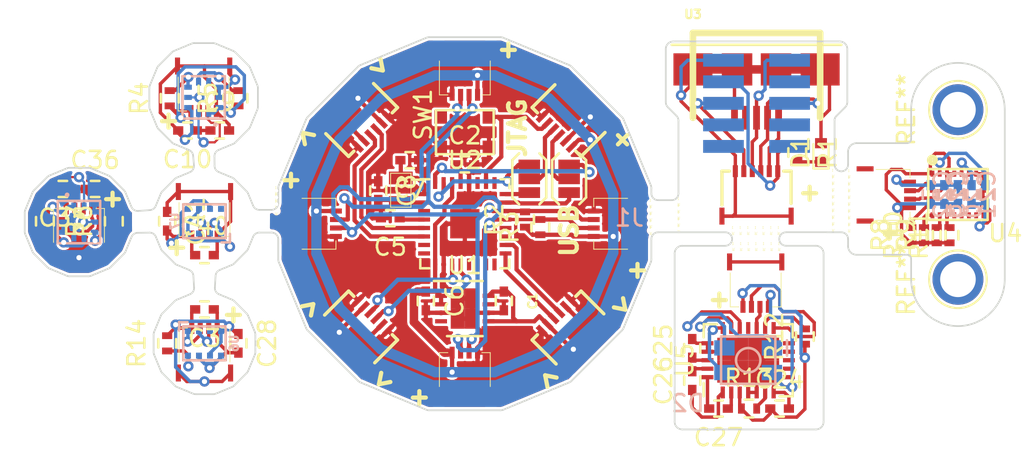
<source format=kicad_pcb>
(kicad_pcb (version 4) (host pcbnew 4.0.4-stable)
  (layers (0 F.Cu signal) (31 B.Cu signal) (34 B.Paste user) (35 F.Paste user) (36 B.SilkS user) (37 F.SilkS user) (38 B.Mask user) (39 F.Mask user) (44 Edge.Cuts user))
  (net 0 "")
  (net 1 VRAW)
  (net 2 GND)
  (net 3 VDDCORE)
  (net 4 +3V3)
  (net 5 AREF)
  (net 6 "Net-(C7-Pad2)")
  (net 7 "Net-(C8-Pad2)")
  (net 8 "Net-(C11-Pad1)")
  (net 9 SWDIO)
  (net 10 D-)
  (net 11 "Net-(C12-Pad1)")
  (net 12 SWCLK)
  (net 13 D+)
  (net 14 DI2)
  (net 15 DO2)
  (net 16 DI1)
  (net 17 DO1)
  (net 18 DI0)
  (net 19 DO0)
  (net 20 "Net-(C22-Pad1)")
  (net 21 "Net-(C23-Pad1)")
  (net 22 "Net-(C25-Pad1)")
  (net 23 "Net-(C26-Pad1)")
  (net 24 "Net-(C26-Pad2)")
  (net 25 "Net-(C27-Pad1)")
  (net 26 "Net-(C27-Pad2)")
  (net 27 RESET)
  (net 28 SDA)
  (net 29 SCL)
  (net 30 "Net-(D1-Pad1)")
  (net 31 "Net-(D2-Pad3)")
  (net 32 "Net-(D2-Pad2)")
  (net 33 "Net-(D2-Pad1)")
  (net 34 "Net-(L1-Pad5)")
  (net 35 "Net-(L1-Pad6)")
  (net 36 "Net-(L2-Pad5)")
  (net 37 "Net-(L2-Pad6)")
  (net 38 "Net-(R8-Pad2)")
  (net 39 "Net-(R9-Pad2)")
  (net 40 "Net-(R10-Pad2)")
  (net 41 "Net-(R11-Pad2)")
  (net 42 "Net-(R12-Pad2)")
  (net 43 "Net-(R13-Pad2)")
  (net 44 "Net-(U1-Pad7)")
  (net 45 "Net-(U2-Pad3)")
  (net 46 "Net-(U2-Pad7)")
  (net 47 "Net-(U2-Pad8)")
  (net 48 "Net-(U2-Pad13)")
  (net 49 "Net-(U2-Pad14)")
  (net 50 "Net-(U2-Pad15)")
  (net 51 "Net-(U2-Pad16)")
  (net 52 "Net-(U2-Pad19)")
  (net 53 "Net-(U2-Pad20)")
  (net 54 "Net-(U2-Pad25)")
  (net 55 "Net-(U2-Pad27)")
  (net 56 "Net-(U4-Pad13)")
  (net 57 "Net-(U4-Pad12)")
  (net 58 "Net-(U4-Pad11)")
  (net 59 "Net-(U4-Pad10)")
  (net 60 "Net-(U4-Pad9)")
  (net 61 "Net-(U5-Pad16)")
  (net 62 "Net-(U6-Pad2)")
  (net 63 PRESET)
  (net 64 PGND)
  (net 65 DP/SWCLK)
  (net 66 DM/SWDIO)
  (net 67 PVRAW)
  (net 68 PVCC)
  (net 69 "Net-(U3-Pad4)")
  (net 70 S3VCC)
  (net 71 S3GND)
  (net 72 S1VCC)
  (net 73 S1GND)
  (net 74 S1SCL)
  (net 75 S1SDA)
  (net 76 S2SCL)
  (net 77 S2GND)
  (net 78 S2SDA)
  (net 79 S2VCC)
  (net 80 S5SCL)
  (net 81 S5GND)
  (net 82 S5SDA)
  (net 83 S5VCC)
  (net 84 S6VCC)
  (net 85 S6GND)
  (net 86 S4SCL)
  (net 87 S4GND)
  (net 88 S4SDA)
  (net 89 S4VCC)
  (net 90 S3SCL)
  (net 91 S3SDA)
  (net 92 S6SCL)
  (net 93 S6SDA)
  (net 94 "Net-(L1-Pad7)")
  (net 95 "Net-(L2-Pad7)")
  (net 96 "Net-(R14-Pad1)")
  (net 97 "Net-(U7-Pad2)")
  (net 98 "Net-(U7-Pad5)")
  (module Connect:1pin (layer F.Cu) (at 88.9 98.05 90)
    (fp_text reference REF** (at 0 0 90) (layer F.SilkS) (effects (font (size 0.127 0.127) (thickness 0.000001))))
    (fp_text value 1pin)
    (pad "" np_thru_hole circle (at 0 0 90) (size 0.2032 0.2032) (drill 0.2032) (layers *.Cu *.Mask))
  )
  (module Connect:1pin (layer F.Cu) (at 88.9 98.45 90)
    (fp_text reference REF** (at 0 0 90) (layer F.SilkS) (effects (font (size 0.127 0.127) (thickness 0.000001))))
    (fp_text value 1pin)
    (pad "" np_thru_hole circle (at 0 0 90) (size 0.2032 0.2032) (drill 0.2032) (layers *.Cu *.Mask))
  )
  (module Connect:1pin (layer F.Cu) (at 88.9 98.85 90)
    (fp_text reference REF** (at 0 0 90) (layer F.SilkS) (effects (font (size 0.127 0.127) (thickness 0.000001))))
    (fp_text value 1pin)
    (pad "" np_thru_hole circle (at 0 0 90) (size 0.2032 0.2032) (drill 0.2032) (layers *.Cu *.Mask))
  )
  (module Connect:1pin (layer F.Cu) (at 88.9 99.25 90)
    (fp_text reference REF** (at 0 0 90) (layer F.SilkS) (effects (font (size 0.127 0.127) (thickness 0.000001))))
    (fp_text value 1pin)
    (pad "" np_thru_hole circle (at 0 0 90) (size 0.2032 0.2032) (drill 0.2032) (layers *.Cu *.Mask))
  )
  (module Connect:1pin (layer F.Cu) (at 110.975 98.8 90)
    (fp_text reference REF** (at 0 0 90) (layer F.SilkS) (effects (font (size 0.127 0.127) (thickness 0.000001))))
    (fp_text value 1pin)
    (pad "" np_thru_hole circle (at 0 0 90) (size 0.2032 0.2032) (drill 0.2032) (layers *.Cu *.Mask))
  )
  (module Connect:1pin (layer F.Cu) (at 110.975 99.2 90)
    (fp_text reference REF** (at 0 0 90) (layer F.SilkS) (effects (font (size 0.127 0.127) (thickness 0.000001))))
    (fp_text value 1pin)
    (pad "" np_thru_hole circle (at 0 0 90) (size 0.2032 0.2032) (drill 0.2032) (layers *.Cu *.Mask))
  )
  (module Connect:1pin (layer F.Cu) (at 110.975 99.6 90)
    (fp_text reference REF** (at 0 0 90) (layer F.SilkS) (effects (font (size 0.127 0.127) (thickness 0.000001))))
    (fp_text value 1pin)
    (pad "" np_thru_hole circle (at 0 0 90) (size 0.2032 0.2032) (drill 0.2032) (layers *.Cu *.Mask))
  )
  (module Connect:1pin (layer F.Cu) (at 110.975 100 90)
    (fp_text reference REF** (at 0 0 90) (layer F.SilkS) (effects (font (size 0.127 0.127) (thickness 0.000001))))
    (fp_text value 1pin)
    (pad "" np_thru_hole circle (at 0 0 90) (size 0.2032 0.2032) (drill 0.2032) (layers *.Cu *.Mask))
  )
  (module Connect:1pin (layer F.Cu) (at 110.975 100.4 90)
    (fp_text reference REF** (at 0 0 90) (layer F.SilkS) (effects (font (size 0.127 0.127) (thickness 0.000001))))
    (fp_text value 1pin)
    (pad "" np_thru_hole circle (at 0 0 90) (size 0.2032 0.2032) (drill 0.2032) (layers *.Cu *.Mask))
  )
  (module Connect:1pin (layer F.Cu) (at 112.625 100.3 90)
    (fp_text reference REF** (at 0 0 90) (layer F.SilkS) (effects (font (size 0.127 0.127) (thickness 0.000001))))
    (fp_text value 1pin)
    (pad "" np_thru_hole circle (at 0 0 90) (size 0.2032 0.2032) (drill 0.2032) (layers *.Cu *.Mask))
  )
  (module Connect:1pin (layer F.Cu) (at 112.625 99.9 90)
    (fp_text reference REF** (at 0 0 90) (layer F.SilkS) (effects (font (size 0.127 0.127) (thickness 0.000001))))
    (fp_text value 1pin)
    (pad "" np_thru_hole circle (at 0 0 90) (size 0.2032 0.2032) (drill 0.2032) (layers *.Cu *.Mask))
  )
  (module Connect:1pin (layer F.Cu) (at 112.625 99.5 90)
    (fp_text reference REF** (at 0 0 90) (layer F.SilkS) (effects (font (size 0.127 0.127) (thickness 0.000001))))
    (fp_text value 1pin)
    (pad "" np_thru_hole circle (at 0 0 90) (size 0.2032 0.2032) (drill 0.2032) (layers *.Cu *.Mask))
  )
  (module Connect:1pin (layer F.Cu) (at 112.625 99.1 90)
    (fp_text reference REF** (at 0 0 90) (layer F.SilkS) (effects (font (size 0.127 0.127) (thickness 0.000001))))
    (fp_text value 1pin)
    (pad "" np_thru_hole circle (at 0 0 90) (size 0.2032 0.2032) (drill 0.2032) (layers *.Cu *.Mask))
  )
  (module Connect:1pin (layer F.Cu) (at 115.825 100.4 90)
    (fp_text reference REF** (at 0 0 90) (layer F.SilkS) (effects (font (size 0.127 0.127) (thickness 0.000001))))
    (fp_text value 1pin)
    (pad "" np_thru_hole circle (at 0 0 90) (size 0.2032 0.2032) (drill 0.2032) (layers *.Cu *.Mask))
  )
  (module Connect:1pin (layer F.Cu) (at 116.275 100.4 90)
    (fp_text reference REF** (at 0 0 90) (layer F.SilkS) (effects (font (size 0.127 0.127) (thickness 0.000001))))
    (fp_text value 1pin)
    (pad "" np_thru_hole circle (at 0 0 90) (size 0.2032 0.2032) (drill 0.2032) (layers *.Cu *.Mask))
  )
  (module Connect:1pin (layer F.Cu) (at 116.725 100.4 90)
    (fp_text reference REF** (at 0 0 90) (layer F.SilkS) (effects (font (size 0.127 0.127) (thickness 0.000001))))
    (fp_text value 1pin)
    (pad "" np_thru_hole circle (at 0 0 90) (size 0.2032 0.2032) (drill 0.2032) (layers *.Cu *.Mask))
  )
  (module Connect:1pin (layer F.Cu) (at 117.175 100.4 90)
    (fp_text reference REF** (at 0 0 90) (layer F.SilkS) (effects (font (size 0.127 0.127) (thickness 0.000001))))
    (fp_text value 1pin)
    (pad "" np_thru_hole circle (at 0 0 90) (size 0.2032 0.2032) (drill 0.2032) (layers *.Cu *.Mask))
  )
  (module Connect:1pin (layer F.Cu) (at 117.625 100.4 90)
    (fp_text reference REF** (at 0 0 90) (layer F.SilkS) (effects (font (size 0.127 0.127) (thickness 0.000001))))
    (fp_text value 1pin)
    (pad "" np_thru_hole circle (at 0 0 90) (size 0.2032 0.2032) (drill 0.2032) (layers *.Cu *.Mask))
  )
  (module Connect:1pin (layer F.Cu) (at 118.075 100.4 90)
    (fp_text reference REF** (at 0 0 90) (layer F.SilkS) (effects (font (size 0.127 0.127) (thickness 0.000001))))
    (fp_text value 1pin)
    (pad "" np_thru_hole circle (at 0 0 90) (size 0.2032 0.2032) (drill 0.2032) (layers *.Cu *.Mask))
  )
  (module Connect:1pin (layer F.Cu) (at 118.525 100.4 90)
    (fp_text reference REF** (at 0 0 90) (layer F.SilkS) (effects (font (size 0.127 0.127) (thickness 0.000001))))
    (fp_text value 1pin)
    (pad "" np_thru_hole circle (at 0 0 90) (size 0.2032 0.2032) (drill 0.2032) (layers *.Cu *.Mask))
  )
  (module Connect:1pin (layer F.Cu) (at 118.55 101.35 90)
    (fp_text reference REF** (at 0 0 90) (layer F.SilkS) (effects (font (size 0.127 0.127) (thickness 0.000001))))
    (fp_text value 1pin)
    (pad "" np_thru_hole circle (at 0 0 90) (size 0.2032 0.2032) (drill 0.2032) (layers *.Cu *.Mask))
  )
  (module Connect:1pin (layer F.Cu) (at 118.1 101.35 90)
    (fp_text reference REF** (at 0 0 90) (layer F.SilkS) (effects (font (size 0.127 0.127) (thickness 0.000001))))
    (fp_text value 1pin)
    (pad "" np_thru_hole circle (at 0 0 90) (size 0.2032 0.2032) (drill 0.2032) (layers *.Cu *.Mask))
  )
  (module Connect:1pin (layer F.Cu) (at 117.65 101.35 90)
    (fp_text reference REF** (at 0 0 90) (layer F.SilkS) (effects (font (size 0.127 0.127) (thickness 0.000001))))
    (fp_text value 1pin)
    (pad "" np_thru_hole circle (at 0 0 90) (size 0.2032 0.2032) (drill 0.2032) (layers *.Cu *.Mask))
  )
  (module Connect:1pin (layer F.Cu) (at 117.2 101.35 90)
    (fp_text reference REF** (at 0 0 90) (layer F.SilkS) (effects (font (size 0.127 0.127) (thickness 0.000001))))
    (fp_text value 1pin)
    (pad "" np_thru_hole circle (at 0 0 90) (size 0.2032 0.2032) (drill 0.2032) (layers *.Cu *.Mask))
  )
  (module Connect:1pin (layer F.Cu) (at 116.75 101.35 90)
    (fp_text reference REF** (at 0 0 90) (layer F.SilkS) (effects (font (size 0.127 0.127) (thickness 0.000001))))
    (fp_text value 1pin)
    (pad "" np_thru_hole circle (at 0 0 90) (size 0.2032 0.2032) (drill 0.2032) (layers *.Cu *.Mask))
  )
  (module Connect:1pin (layer F.Cu) (at 116.3 101.35 90)
    (fp_text reference REF** (at 0 0 90) (layer F.SilkS) (effects (font (size 0.127 0.127) (thickness 0.000001))))
    (fp_text value 1pin)
    (pad "" np_thru_hole circle (at 0 0 90) (size 0.2032 0.2032) (drill 0.2032) (layers *.Cu *.Mask))
  )
  (module Connect:1pin (layer F.Cu) (at 112.625 98.7 90)
    (fp_text reference REF** (at 0 0 90) (layer F.SilkS) (effects (font (size 0.127 0.127) (thickness 0.000001))))
    (fp_text value 1pin)
    (pad "" np_thru_hole circle (at 0 0 90) (size 0.2032 0.2032) (drill 0.2032) (layers *.Cu *.Mask))
  )
  (module Connect:1pin (layer F.Cu) (at 115.85 101.35 90)
    (fp_text reference REF** (at 0 0 90) (layer F.SilkS) (effects (font (size 0.127 0.127) (thickness 0.000001))))
    (fp_text value 1pin)
    (pad "" np_thru_hole circle (at 0 0 90) (size 0.2032 0.2032) (drill 0.2032) (layers *.Cu *.Mask))
  )
  (module Connect:1pin (layer F.Cu) (at 121.725 100.225 90)
    (fp_text reference REF** (at 0 0 90) (layer F.SilkS) (effects (font (size 0.127 0.127) (thickness 0.000001))))
    (fp_text value 1pin)
    (pad "" np_thru_hole circle (at 0 0 90) (size 0.2032 0.2032) (drill 0.2032) (layers *.Cu *.Mask))
  )
  (module Connect:1pin (layer F.Cu) (at 121.725 99.825 90)
    (fp_text reference REF** (at 0 0 90) (layer F.SilkS) (effects (font (size 0.127 0.127) (thickness 0.000001))))
    (fp_text value 1pin)
    (pad "" np_thru_hole circle (at 0 0 90) (size 0.2032 0.2032) (drill 0.2032) (layers *.Cu *.Mask))
  )
  (module Connect:1pin (layer F.Cu) (at 121.725 99.425 90)
    (fp_text reference REF** (at 0 0 90) (layer F.SilkS) (effects (font (size 0.127 0.127) (thickness 0.000001))))
    (fp_text value 1pin)
    (pad "" np_thru_hole circle (at 0 0 90) (size 0.2032 0.2032) (drill 0.2032) (layers *.Cu *.Mask))
  )
  (module Connect:1pin (layer F.Cu) (at 121.725 99.025 90)
    (fp_text reference REF** (at 0 0 90) (layer F.SilkS) (effects (font (size 0.127 0.127) (thickness 0.000001))))
    (fp_text value 1pin)
    (pad "" np_thru_hole circle (at 0 0 90) (size 0.2032 0.2032) (drill 0.2032) (layers *.Cu *.Mask))
  )
  (module Connect:1pin (layer F.Cu) (at 121.725 98.625 90)
    (fp_text reference REF** (at 0 0 90) (layer F.SilkS) (effects (font (size 0.127 0.127) (thickness 0.000001))))
    (fp_text value 1pin)
    (pad "" np_thru_hole circle (at 0 0 90) (size 0.2032 0.2032) (drill 0.2032) (layers *.Cu *.Mask))
  )
  (module Connect:1pin (layer F.Cu) (at 121.725 98.225 90)
    (fp_text reference REF** (at 0 0 90) (layer F.SilkS) (effects (font (size 0.127 0.127) (thickness 0.000001))))
    (fp_text value 1pin)
    (pad "" np_thru_hole circle (at 0 0 90) (size 0.2032 0.2032) (drill 0.2032) (layers *.Cu *.Mask))
  )
  (module Connect:1pin (layer F.Cu) (at 121.725 97.825 90)
    (fp_text reference REF** (at 0 0 90) (layer F.SilkS) (effects (font (size 0.127 0.127) (thickness 0.000001))))
    (fp_text value 1pin)
    (pad "" np_thru_hole circle (at 0 0 90) (size 0.2032 0.2032) (drill 0.2032) (layers *.Cu *.Mask))
  )
  (module Connect:1pin (layer F.Cu) (at 121.725 97.425 90)
    (fp_text reference REF** (at 0 0 90) (layer F.SilkS) (effects (font (size 0.127 0.127) (thickness 0.000001))))
    (fp_text value 1pin)
    (pad "" np_thru_hole circle (at 0 0 90) (size 0.2032 0.2032) (drill 0.2032) (layers *.Cu *.Mask))
  )
  (module Connect:1pin (layer F.Cu) (at 121.725 97.025 90)
    (fp_text reference REF** (at 0 0 90) (layer F.SilkS) (effects (font (size 0.127 0.127) (thickness 0.000001))))
    (fp_text value 1pin)
    (pad "" np_thru_hole circle (at 0 0 90) (size 0.2032 0.2032) (drill 0.2032) (layers *.Cu *.Mask))
  )
  (module Connect:1pin (layer F.Cu) (at 122.675 100.25 90)
    (fp_text reference REF** (at 0 0 90) (layer F.SilkS) (effects (font (size 0.127 0.127) (thickness 0.000001))))
    (fp_text value 1pin)
    (pad "" np_thru_hole circle (at 0 0 90) (size 0.2032 0.2032) (drill 0.2032) (layers *.Cu *.Mask))
  )
  (module Connect:1pin (layer F.Cu) (at 122.675 99.85 90)
    (fp_text reference REF** (at 0 0 90) (layer F.SilkS) (effects (font (size 0.127 0.127) (thickness 0.000001))))
    (fp_text value 1pin)
    (pad "" np_thru_hole circle (at 0 0 90) (size 0.2032 0.2032) (drill 0.2032) (layers *.Cu *.Mask))
  )
  (module Connect:1pin (layer F.Cu) (at 122.675 99.45 90)
    (fp_text reference REF** (at 0 0 90) (layer F.SilkS) (effects (font (size 0.127 0.127) (thickness 0.000001))))
    (fp_text value 1pin)
    (pad "" np_thru_hole circle (at 0 0 90) (size 0.2032 0.2032) (drill 0.2032) (layers *.Cu *.Mask))
  )
  (module Connect:1pin (layer F.Cu) (at 122.675 99.05 90)
    (fp_text reference REF** (at 0 0 90) (layer F.SilkS) (effects (font (size 0.127 0.127) (thickness 0.000001))))
    (fp_text value 1pin)
    (pad "" np_thru_hole circle (at 0 0 90) (size 0.2032 0.2032) (drill 0.2032) (layers *.Cu *.Mask))
  )
  (module Connect:1pin (layer F.Cu) (at 122.675 98.65 90)
    (fp_text reference REF** (at 0 0 90) (layer F.SilkS) (effects (font (size 0.127 0.127) (thickness 0.000001))))
    (fp_text value 1pin)
    (pad "" np_thru_hole circle (at 0 0 90) (size 0.2032 0.2032) (drill 0.2032) (layers *.Cu *.Mask))
  )
  (module Connect:1pin (layer F.Cu) (at 122.675 98.25 90)
    (fp_text reference REF** (at 0 0 90) (layer F.SilkS) (effects (font (size 0.127 0.127) (thickness 0.000001))))
    (fp_text value 1pin)
    (pad "" np_thru_hole circle (at 0 0 90) (size 0.2032 0.2032) (drill 0.2032) (layers *.Cu *.Mask))
  )
  (module Connect:1pin (layer F.Cu) (at 122.675 97.85 90)
    (fp_text reference REF** (at 0 0 90) (layer F.SilkS) (effects (font (size 0.127 0.127) (thickness 0.000001))))
    (fp_text value 1pin)
    (pad "" np_thru_hole circle (at 0 0 90) (size 0.2032 0.2032) (drill 0.2032) (layers *.Cu *.Mask))
  )
  (module Connect:1pin (layer F.Cu) (at 122.675 97.45 90)
    (fp_text reference REF** (at 0 0 90) (layer F.SilkS) (effects (font (size 0.127 0.127) (thickness 0.000001))))
    (fp_text value 1pin)
    (pad "" np_thru_hole circle (at 0 0 90) (size 0.2032 0.2032) (drill 0.2032) (layers *.Cu *.Mask))
  )
  (module Connect:1pin (layer F.Cu) (at 122.675 97.05 90)
    (fp_text reference REF** (at 0 0 90) (layer F.SilkS) (effects (font (size 0.127 0.127) (thickness 0.000001))))
    (fp_text value 1pin)
    (pad "" np_thru_hole circle (at 0 0 90) (size 0.2032 0.2032) (drill 0.2032) (layers *.Cu *.Mask))
  )
  (module _Fab_Footprint:WM1387x06-REC (layer F.Cu) (at 106.4 93.6 135)
    (fp_text reference C29)
    (fp_text value WM1386x06)
    (pad 2 smd rect (at -0.75 -1.4 135) (size 0.3 0.7) (layers F.Cu F.Mask) (net 1 VRAW))
    (pad 1 smd rect (at -1.25 -1.4 135) (size 0.3 0.7) (layers F.Cu F.Mask) (net 4 +3V3))
    (pad 3 smd rect (at -0.25 -1.4 135) (size 0.3 0.7) (layers F.Cu F.Mask) (net 8 "Net-(C11-Pad1)"))
    (pad 4 smd rect (at 0.25 -1.4 135) (size 0.3 0.7) (layers F.Cu F.Mask) (net 11 "Net-(C12-Pad1)"))
    (pad 7 smd rect (at 2.04 1.25 135) (size 0.3 1) (layers F.Cu F.Mask) (net 2 GND))
    (pad 7 smd rect (at -2.04 1.25 135) (size 0.3 1) (layers F.Cu F.Mask) (net 2 GND))
    (pad 5 smd rect (at 0.75 -1.4 135) (size 0.3 0.7) (layers F.Cu F.Mask) (net 27 RESET))
    (pad 6 smd rect (at 1.25 -1.4 135) (size 0.3 0.7) (layers F.Cu F.Mask) (net 2 GND))
  )
  (module _Fab_Footprint:WM1387x06-REC (layer F.Cu) (at 93.6 106.4 315)
    (fp_text reference C16)
    (fp_text value WM1386x06)
    (pad 2 smd rect (at -0.75 -1.4 315) (size 0.3 0.7) (layers F.Cu F.Mask) (net 1 VRAW))
    (pad 1 smd rect (at -1.25 -1.4 315) (size 0.3 0.7) (layers F.Cu F.Mask) (net 2 GND))
    (pad 3 smd rect (at -0.25 -1.4 315) (size 0.3 0.7) (layers F.Cu F.Mask) (net 14 DI2))
    (pad 4 smd rect (at 0.25 -1.4 315) (size 0.3 0.7) (layers F.Cu F.Mask) (net 15 DO2))
    (pad 7 smd rect (at 2.04 1.25 315) (size 0.3 1) (layers F.Cu F.Mask) (net 2 GND))
    (pad 7 smd rect (at -2.04 1.25 315) (size 0.3 1) (layers F.Cu F.Mask) (net 2 GND))
    (pad 5 smd rect (at 0.75 -1.4 315) (size 0.3 0.7) (layers F.Cu F.Mask) (net 1 VRAW))
    (pad 6 smd rect (at 1.25 -1.4 315) (size 0.3 0.7) (layers F.Cu F.Mask) (net 2 GND))
  )
  (module Capacitors_SMD:C_0402 (layer F.Cu) (at 102.3 104.55 270)
    (fp_text reference C1 (at 0 -1.7 270) (layer F.SilkS) (effects (font (size 0.5 0.5) (thickness 0.125))))
    (fp_text value 1UF)
    (pad 1 smd rect (at -0.55 0 270) (size 0.6 0.5) (layers F.Cu F.Paste F.Mask) (net 1 VRAW))
    (pad 2 smd rect (at 0.55 0 270) (size 0.6 0.5) (layers F.Cu F.Paste F.Mask) (net 2 GND))
  )
  (module Capacitors_SMD:C_0402 (layer F.Cu) (at 100 96.5)
    (fp_text reference C2 (at 0 -1.7) (layer F.SilkS))
    (fp_text value 1UF)
    (pad 1 smd rect (at -0.55 0) (size 0.6 0.5) (layers F.Cu F.Paste F.Mask) (net 3 VDDCORE))
    (pad 2 smd rect (at 0.55 0) (size 0.6 0.5) (layers F.Cu F.Paste F.Mask) (net 2 GND))
  )
  (module Capacitors_SMD:C_0402 (layer F.Cu) (at 95.6056 99.6696 180)
    (fp_text reference C5 (at 0 -1.7 180) (layer F.SilkS))
    (fp_text value 1UF)
    (pad 1 smd rect (at -0.55 0 180) (size 0.6 0.5) (layers F.Cu F.Paste F.Mask) (net 5 AREF))
    (pad 2 smd rect (at 0.55 0 180) (size 0.6 0.5) (layers F.Cu F.Paste F.Mask) (net 2 GND))
  )
  (module Capacitors_SMD:C_0402 (layer F.Cu) (at 97.7 104.55 270)
    (fp_text reference C6 (at 0 -1.7 270) (layer F.SilkS))
    (fp_text value 1UF)
    (pad 1 smd rect (at -0.55 0 270) (size 0.6 0.5) (layers F.Cu F.Paste F.Mask) (net 4 +3V3))
    (pad 2 smd rect (at 0.55 0 270) (size 0.6 0.5) (layers F.Cu F.Paste F.Mask) (net 2 GND))
  )
  (module Capacitors_SMD:C_0402 (layer F.Cu) (at 96.75 96.25 180)
    (fp_text reference C7 (at 0 -1.7 180) (layer F.SilkS))
    (fp_text value 22pF)
    (pad 1 smd rect (at -0.55 0 180) (size 0.6 0.5) (layers F.Cu F.Paste F.Mask) (net 2 GND))
    (pad 2 smd rect (at 0.55 0 180) (size 0.6 0.5) (layers F.Cu F.Paste F.Mask) (net 6 "Net-(C7-Pad2)"))
  )
  (module Capacitors_SMD:C_0402 (layer F.Cu) (at 94.8944 98.044 270)
    (fp_text reference C8 (at 0 -1.7 270) (layer F.SilkS))
    (fp_text value 22pF)
    (pad 1 smd rect (at -0.55 0 270) (size 0.6 0.5) (layers F.Cu F.Paste F.Mask) (net 2 GND))
    (pad 2 smd rect (at 0.55 0 270) (size 0.6 0.5) (layers F.Cu F.Paste F.Mask) (net 7 "Net-(C8-Pad2)"))
  )
  (module _Fab_Footprint:SPST-NO-TL3700 (layer F.Cu) (at 100 94.6)
    (fp_text reference SW1 (at -2.464 -1.036 270) (layer F.SilkS))
    (fp_text value SW_PUSH)
    (pad 1 smd rect (at -1.425 0.9) (size 0.75 0.8) (layers F.Cu F.Paste F.Mask) (net 2 GND))
    (pad 2 smd rect (at 1.425 0.9) (size 0.75 0.8) (layers F.Cu F.Paste F.Mask) (net 2 GND))
    (pad 3 smd rect (at -1.425 -0.9) (size 0.75 0.8) (layers F.Cu F.Paste F.Mask) (net 27 RESET))
    (pad 4 smd rect (at 1.425 -0.9) (size 0.75 0.8) (layers F.Cu F.Paste F.Mask) (net 27 RESET))
  )
  (module Housings_DFN_QFN:DFN-8-1EP_3x3mm_Pitch0.5mm (layer F.Cu) (at 100 105)
    (fp_text reference U1 (at 0 -2.55) (layer F.SilkS))
    (fp_text value ADP7102)
    (pad 1 smd rect (at -1.4 -0.75) (size 0.7 0.25) (layers F.Cu F.Paste F.Mask) (net 4 +3V3))
    (pad 2 smd rect (at -1.4 -0.25) (size 0.7 0.25) (layers F.Cu F.Paste F.Mask) (net 4 +3V3))
    (pad 3 smd rect (at -1.4 0.25) (size 0.7 0.25) (layers F.Cu F.Paste F.Mask) (net 2 GND))
    (pad 4 smd rect (at -1.4 0.75) (size 0.7 0.25) (layers F.Cu F.Paste F.Mask))
    (pad 5 smd rect (at 1.4 0.75) (size 0.7 0.25) (layers F.Cu F.Paste F.Mask) (net 1 VRAW))
    (pad 6 smd rect (at 1.4 0.25) (size 0.7 0.25) (layers F.Cu F.Paste F.Mask) (net 2 GND))
    (pad 7 smd rect (at 1.4 -0.25) (size 0.7 0.25) (layers F.Cu F.Paste F.Mask) (net 44 "Net-(U1-Pad7)"))
    (pad 8 smd rect (at 1.4 -0.75) (size 0.7 0.25) (layers F.Cu F.Paste F.Mask) (net 1 VRAW))
    (pad 9 smd rect (at 0.415 0.595) (size 0.83 1.19) (layers F.Cu F.Paste F.Mask) (net 2 GND))
    (pad 9 smd rect (at 0.415 -0.595) (size 0.83 1.19) (layers F.Cu F.Paste F.Mask) (net 2 GND))
    (pad 9 smd rect (at -0.415 0.595) (size 0.83 1.19) (layers F.Cu F.Paste F.Mask) (net 2 GND))
    (pad 9 smd rect (at -0.415 -0.595) (size 0.83 1.19) (layers F.Cu F.Paste F.Mask) (net 2 GND))
  )
  (module _Fab_Footprint:QFN-32-1EP_5x5mm_Pitch0.5mm (layer F.Cu) (at 100 100)
    (fp_text reference U2 (at 0 -3.75) (layer F.SilkS))
    (fp_text value ATSAMD21E18A)
    (pad 1 smd rect (at -2.4 -1.75) (size 0.7 0.25) (layers F.Cu F.Paste F.Mask) (net 6 "Net-(C7-Pad2)"))
    (pad 2 smd rect (at -2.4 -1.25) (size 0.7 0.25) (layers F.Cu F.Paste F.Mask) (net 7 "Net-(C8-Pad2)"))
    (pad 3 smd rect (at -2.4 -0.75) (size 0.7 0.25) (layers F.Cu F.Paste F.Mask) (net 45 "Net-(U2-Pad3)"))
    (pad 4 smd rect (at -2.4 -0.25) (size 0.7 0.25) (layers F.Cu F.Paste F.Mask) (net 5 AREF))
    (pad 5 smd rect (at -2.4 0.25) (size 0.7 0.25) (layers F.Cu F.Paste F.Mask) (net 18 DI0))
    (pad 6 smd rect (at -2.4 0.75) (size 0.7 0.25) (layers F.Cu F.Paste F.Mask) (net 19 DO0))
    (pad 7 smd rect (at -2.4 1.25) (size 0.7 0.25) (layers F.Cu F.Paste F.Mask) (net 46 "Net-(U2-Pad7)"))
    (pad 8 smd rect (at -2.4 1.75) (size 0.7 0.25) (layers F.Cu F.Paste F.Mask) (net 47 "Net-(U2-Pad8)"))
    (pad 9 smd rect (at -1.75 2.4 90) (size 0.7 0.25) (layers F.Cu F.Paste F.Mask) (net 4 +3V3))
    (pad 10 smd rect (at -1.25 2.4 90) (size 0.7 0.25) (layers F.Cu F.Paste F.Mask) (net 2 GND))
    (pad 11 smd rect (at -0.75 2.4 90) (size 0.7 0.25) (layers F.Cu F.Paste F.Mask) (net 14 DI2))
    (pad 12 smd rect (at -0.25 2.4 90) (size 0.7 0.25) (layers F.Cu F.Paste F.Mask) (net 15 DO2))
    (pad 13 smd rect (at 0.25 2.4 90) (size 0.7 0.25) (layers F.Cu F.Paste F.Mask) (net 48 "Net-(U2-Pad13)"))
    (pad 14 smd rect (at 0.75 2.4 90) (size 0.7 0.25) (layers F.Cu F.Paste F.Mask) (net 49 "Net-(U2-Pad14)"))
    (pad 15 smd rect (at 1.25 2.4 90) (size 0.7 0.25) (layers F.Cu F.Paste F.Mask) (net 50 "Net-(U2-Pad15)"))
    (pad 16 smd rect (at 1.75 2.4 90) (size 0.7 0.25) (layers F.Cu F.Paste F.Mask) (net 51 "Net-(U2-Pad16)"))
    (pad 17 smd rect (at 2.4 1.75) (size 0.7 0.25) (layers F.Cu F.Paste F.Mask) (net 16 DI1))
    (pad 18 smd rect (at 2.4 1.25) (size 0.7 0.25) (layers F.Cu F.Paste F.Mask) (net 17 DO1))
    (pad 19 smd rect (at 2.4 0.75) (size 0.7 0.25) (layers F.Cu F.Paste F.Mask) (net 52 "Net-(U2-Pad19)"))
    (pad 20 smd rect (at 2.4 0.25) (size 0.7 0.25) (layers F.Cu F.Paste F.Mask) (net 53 "Net-(U2-Pad20)"))
    (pad 21 smd rect (at 2.4 -0.25) (size 0.7 0.25) (layers F.Cu F.Paste F.Mask) (net 28 SDA))
    (pad 22 smd rect (at 2.4 -0.75) (size 0.7 0.25) (layers F.Cu F.Paste F.Mask) (net 29 SCL))
    (pad 23 smd rect (at 2.4 -1.25) (size 0.7 0.25) (layers F.Cu F.Paste F.Mask) (net 10 D-))
    (pad 24 smd rect (at 2.4 -1.75) (size 0.7 0.25) (layers F.Cu F.Paste F.Mask) (net 13 D+))
    (pad 25 smd rect (at 1.75 -2.4 90) (size 0.7 0.25) (layers F.Cu F.Paste F.Mask) (net 54 "Net-(U2-Pad25)"))
    (pad 26 smd rect (at 1.25 -2.4 90) (size 0.7 0.25) (layers F.Cu F.Paste F.Mask) (net 27 RESET))
    (pad 27 smd rect (at 0.75 -2.4 90) (size 0.7 0.25) (layers F.Cu F.Paste F.Mask) (net 55 "Net-(U2-Pad27)"))
    (pad 28 smd rect (at 0.25 -2.4 90) (size 0.7 0.25) (layers F.Cu F.Paste F.Mask) (net 2 GND))
    (pad 29 smd rect (at -0.25 -2.4 90) (size 0.7 0.25) (layers F.Cu F.Paste F.Mask) (net 3 VDDCORE))
    (pad 30 smd rect (at -0.75 -2.4 90) (size 0.7 0.25) (layers F.Cu F.Paste F.Mask) (net 4 +3V3))
    (pad 31 smd rect (at -1.25 -2.4 90) (size 0.7 0.25) (layers F.Cu F.Paste F.Mask) (net 12 SWCLK))
    (pad 32 smd rect (at -1.75 -2.4 90) (size 0.7 0.25) (layers F.Cu F.Paste F.Mask) (net 9 SWDIO))
    (pad 33 smd rect (at 0 0) (size 1.725 1.725) (layers F.Cu F.Paste F.Mask) (net 2 GND))
  )
  (module _Fab_Footprint:ABS06 (layer F.Cu) (at 96.225 98.025 270)
    (fp_text reference X1)
    (fp_text value ABS06)
    (pad 1 smd rect (at -0.725 0 270) (size 0.75 1.4) (layers F.Cu F.Mask) (net 6 "Net-(C7-Pad2)"))
    (pad 2 smd rect (at 0.725 0 270) (size 0.75 1.4) (layers F.Cu F.Mask) (net 7 "Net-(C8-Pad2)"))
  )
  (module _Fab_Footprint:SJ-2-1-no (layer F.Cu) (at 106.15 97.35 270)
    (fp_text reference C11)
    (fp_text value sj2)
    (pad 1 smd rect (at 0 0 270) (size 0.635 1.27) (layers F.Cu F.Mask) (net 8 "Net-(C11-Pad1)"))
    (pad 2 smd rect (at -0.8128 0 270) (size 0.635 1.27) (layers F.Cu F.Mask) (net 9 SWDIO))
    (pad 3 smd rect (at 0.8128 0 270) (size 0.635 1.27) (layers F.Cu F.Mask) (net 10 D-))
  )
  (module _Fab_Footprint:SJ-2-1-no (layer F.Cu) (at 103.8 97.35 270)
    (fp_text reference C12)
    (fp_text value sj1)
    (pad 1 smd rect (at 0 0 270) (size 0.635 1.27) (layers F.Cu F.Mask) (net 11 "Net-(C12-Pad1)"))
    (pad 2 smd rect (at -0.8128 0 270) (size 0.635 1.27) (layers F.Cu F.Mask) (net 12 SWCLK))
    (pad 3 smd rect (at 0.8128 0 270) (size 0.635 1.27) (layers F.Cu F.Mask) (net 13 D+))
  )
  (module _Fab_Footprint:WM1387x06-REC (layer F.Cu) (at 106.4 106.4 45)
    (fp_text reference C17)
    (fp_text value WM1386x06)
    (pad 2 smd rect (at -0.75 -1.4 45) (size 0.3 0.7) (layers F.Cu F.Mask) (net 1 VRAW))
    (pad 1 smd rect (at -1.25 -1.4 45) (size 0.3 0.7) (layers F.Cu F.Mask) (net 2 GND))
    (pad 3 smd rect (at -0.25 -1.4 45) (size 0.3 0.7) (layers F.Cu F.Mask) (net 16 DI1))
    (pad 4 smd rect (at 0.25 -1.4 45) (size 0.3 0.7) (layers F.Cu F.Mask) (net 17 DO1))
    (pad 7 smd rect (at 2.04 1.25 45) (size 0.3 1) (layers F.Cu F.Mask) (net 2 GND))
    (pad 7 smd rect (at -2.04 1.25 45) (size 0.3 1) (layers F.Cu F.Mask) (net 2 GND))
    (pad 5 smd rect (at 0.75 -1.4 45) (size 0.3 0.7) (layers F.Cu F.Mask) (net 1 VRAW))
    (pad 6 smd rect (at 1.25 -1.4 45) (size 0.3 0.7) (layers F.Cu F.Mask) (net 2 GND))
  )
  (module _Fab_Footprint:WM1387x06-REC (layer F.Cu) (at 93.6 93.6 225)
    (fp_text reference C18)
    (fp_text value WM1386x06)
    (pad 2 smd rect (at -0.75 -1.4 225) (size 0.3 0.7) (layers F.Cu F.Mask) (net 1 VRAW))
    (pad 1 smd rect (at -1.25 -1.4 225) (size 0.3 0.7) (layers F.Cu F.Mask) (net 2 GND))
    (pad 3 smd rect (at -0.25 -1.4 225) (size 0.3 0.7) (layers F.Cu F.Mask) (net 18 DI0))
    (pad 4 smd rect (at 0.25 -1.4 225) (size 0.3 0.7) (layers F.Cu F.Mask) (net 19 DO0))
    (pad 7 smd rect (at 2.04 1.25 225) (size 0.3 1) (layers F.Cu F.Mask) (net 2 GND))
    (pad 7 smd rect (at -2.04 1.25 225) (size 0.3 1) (layers F.Cu F.Mask) (net 2 GND))
    (pad 5 smd rect (at 0.75 -1.4 225) (size 0.3 0.7) (layers F.Cu F.Mask) (net 1 VRAW))
    (pad 6 smd rect (at 1.25 -1.4 225) (size 0.3 0.7) (layers F.Cu F.Mask) (net 2 GND))
  )
  (module _Fab_Footprint:WM1386x04-REC (layer F.Cu) (at 109 100 90)
    (fp_text reference C30)
    (fp_text value WM1386x04)
    (pad 2 smd rect (at -0.25 -1.4 90) (size 0.3 0.7) (layers F.Cu F.Mask) (net 28 SDA))
    (pad 1 smd rect (at -0.75 -1.4 90) (size 0.3 0.7) (layers F.Cu F.Mask) (net 4 +3V3))
    (pad 3 smd rect (at 0.25 -1.4 90) (size 0.3 0.7) (layers F.Cu F.Mask) (net 29 SCL))
    (pad 4 smd rect (at 0.75 -1.4 90) (size 0.3 0.7) (layers F.Cu F.Mask) (net 2 GND))
    (pad 5 smd rect (at 1.54 1.25 90) (size 0.3 1) (layers F.Cu F.Mask) (net 2 GND))
    (pad 5 smd rect (at -1.54 1.25 90) (size 0.3 1) (layers F.Cu F.Mask) (net 2 GND))
  )
  (module _Fab_Footprint:WM1386x04-REC (layer F.Cu) (at 100 109)
    (fp_text reference C31)
    (fp_text value WM1386x04)
    (pad 2 smd rect (at -0.25 -1.4) (size 0.3 0.7) (layers F.Cu F.Mask) (net 28 SDA))
    (pad 1 smd rect (at -0.75 -1.4) (size 0.3 0.7) (layers F.Cu F.Mask) (net 4 +3V3))
    (pad 3 smd rect (at 0.25 -1.4) (size 0.3 0.7) (layers F.Cu F.Mask) (net 29 SCL))
    (pad 4 smd rect (at 0.75 -1.4) (size 0.3 0.7) (layers F.Cu F.Mask) (net 2 GND))
    (pad 5 smd rect (at 1.54 1.25) (size 0.3 1) (layers F.Cu F.Mask) (net 2 GND))
    (pad 5 smd rect (at -1.54 1.25) (size 0.3 1) (layers F.Cu F.Mask) (net 2 GND))
  )
  (module _Fab_Footprint:WM1386x04-REC (layer F.Cu) (at 91 100 270)
    (fp_text reference C32)
    (fp_text value WM1386x04)
    (pad 2 smd rect (at -0.25 -1.4 270) (size 0.3 0.7) (layers F.Cu F.Mask) (net 28 SDA))
    (pad 1 smd rect (at -0.75 -1.4 270) (size 0.3 0.7) (layers F.Cu F.Mask) (net 4 +3V3))
    (pad 3 smd rect (at 0.25 -1.4 270) (size 0.3 0.7) (layers F.Cu F.Mask) (net 29 SCL))
    (pad 4 smd rect (at 0.75 -1.4 270) (size 0.3 0.7) (layers F.Cu F.Mask) (net 2 GND))
    (pad 5 smd rect (at 1.54 1.25 270) (size 0.3 1) (layers F.Cu F.Mask) (net 2 GND))
    (pad 5 smd rect (at -1.54 1.25 270) (size 0.3 1) (layers F.Cu F.Mask) (net 2 GND))
  )
  (module _Fab_Footprint:WM1386x04-REC (layer F.Cu) (at 100 91 180)
    (fp_text reference C33)
    (fp_text value WM1386x04)
    (pad 2 smd rect (at -0.25 -1.4 180) (size 0.3 0.7) (layers F.Cu F.Mask) (net 28 SDA))
    (pad 1 smd rect (at -0.75 -1.4 180) (size 0.3 0.7) (layers F.Cu F.Mask) (net 4 +3V3))
    (pad 3 smd rect (at 0.25 -1.4 180) (size 0.3 0.7) (layers F.Cu F.Mask) (net 29 SCL))
    (pad 4 smd rect (at 0.75 -1.4 180) (size 0.3 0.7) (layers F.Cu F.Mask) (net 2 GND))
    (pad 5 smd rect (at 1.54 1.25 180) (size 0.3 1) (layers F.Cu F.Mask) (net 2 GND))
    (pad 5 smd rect (at -1.54 1.25 180) (size 0.3 1) (layers F.Cu F.Mask) (net 2 GND))
  )
  (module Resistors_SMD:R_0402 (layer F.Cu) (at 103.55 99.75 90)
    (fp_text reference R2 (at 0 -1.8 90) (layer F.SilkS))
    (fp_text value 10k)
    (pad 1 smd rect (at -0.45 0 90) (size 0.4 0.6) (layers F.Cu F.Paste F.Mask) (net 4 +3V3))
    (pad 2 smd rect (at 0.45 0 90) (size 0.4 0.6) (layers F.Cu F.Paste F.Mask) (net 29 SCL))
  )
  (module Resistors_SMD:R_0402 (layer F.Cu) (at 104.45 100.2 90)
    (fp_text reference R3 (at 0 -1.8 90) (layer F.SilkS))
    (fp_text value 10k)
    (pad 1 smd rect (at -0.45 0 90) (size 0.4 0.6) (layers F.Cu F.Paste F.Mask) (net 4 +3V3))
    (pad 2 smd rect (at 0.45 0 90) (size 0.4 0.6) (layers F.Cu F.Paste F.Mask) (net 28 SDA))
  )
  (module Resistors_SMD:R_0402 (layer F.Cu) (at 86.65 92.6 90)
    (fp_text reference R5 (at 0 -1.8 90) (layer F.SilkS))
    (fp_text value 10k)
    (pad 1 smd rect (at -0.45 0 90) (size 0.4 0.6) (layers F.Cu F.Paste F.Mask) (net 72 S1VCC))
    (pad 2 smd rect (at 0.45 0 90) (size 0.4 0.6) (layers F.Cu F.Paste F.Mask) (net 35 "Net-(L1-Pad6)"))
  )
  (module Resistors_SMD:R_0402 (layer F.Cu) (at 79.306 99.8528 90)
    (fp_text reference R6 (at 0 -1.8 90) (layer F.SilkS))
    (fp_text value 10k)
    (pad 1 smd rect (at -0.45 0 90) (size 0.4 0.6) (layers F.Cu F.Paste F.Mask) (net 36 "Net-(L2-Pad5)"))
    (pad 2 smd rect (at 0.45 0 90) (size 0.4 0.6) (layers F.Cu F.Paste F.Mask) (net 77 S2GND))
  )
  (module Connect:1pin (layer F.Cu) (at 129.075 103.275 90)
    (fp_text reference REF** (at 0 -3.048 90) (layer F.SilkS))
    (fp_text value 1pin)
    (pad 1 thru_hole circle (at 0 0 90) (size 3 3) (drill 2.1) (layers *.Cu *.Mask))
  )
  (module Connect:1pin (layer F.Cu) (at 129.075 93.275 90)
    (fp_text reference REF** (at 0 -3.048 90) (layer F.SilkS))
    (fp_text value 1pin)
    (pad 1 thru_hole circle (at 0 0 90) (size 3 3) (drill 2.1) (layers *.Cu *.Mask))
  )
  (module _Fab_Footprint:WM1387x06-REC (layer F.Cu) (at 117.2 98.3)
    (fp_text reference C34)
    (fp_text value WM1386x06)
    (pad 2 smd rect (at -0.75 -1.4) (size 0.3 0.7) (layers F.Cu F.Mask) (net 63 PRESET))
    (pad 1 smd rect (at -1.25 -1.4) (size 0.3 0.7) (layers F.Cu F.Mask) (net 64 PGND))
    (pad 3 smd rect (at -0.25 -1.4) (size 0.3 0.7) (layers F.Cu F.Mask) (net 65 DP/SWCLK))
    (pad 4 smd rect (at 0.25 -1.4) (size 0.3 0.7) (layers F.Cu F.Mask) (net 66 DM/SWDIO))
    (pad 7 smd rect (at 2.04 1.25) (size 0.3 1) (layers F.Cu F.Mask) (net 64 PGND))
    (pad 7 smd rect (at -2.04 1.25) (size 0.3 1) (layers F.Cu F.Mask) (net 64 PGND))
    (pad 5 smd rect (at 0.75 -1.4) (size 0.3 0.7) (layers F.Cu F.Mask) (net 67 PVRAW))
    (pad 6 smd rect (at 1.25 -1.4) (size 0.3 0.7) (layers F.Cu F.Mask) (net 68 PVCC))
  )
  (module LEDs:LED_0402 (layer F.Cu) (at 121 95.8 90)
    (fp_text reference D1 (at 0 -1.2 90) (layer F.SilkS))
    (fp_text value LED)
    (pad 2 smd rect (at 0.55 0 270) (size 0.6 0.7) (layers F.Cu F.Paste F.Mask) (net 64 PGND))
    (pad 1 smd rect (at -0.55 0 270) (size 0.6 0.7) (layers F.Cu F.Paste F.Mask) (net 30 "Net-(D1-Pad1)"))
  )
  (module _Fab_Footprint:JTAGICE3-10p (layer B.Cu) (at 117.2 92.9 180)
    (fp_text reference J1 (at 7.5 -6.75 180) (layer B.SilkS) (effects (justify mirror)))
    (fp_text value JTAGICE3-10p)
    (pad 1 smd rect (at -1.95 2.54 180) (size 2.4 0.76) (layers B.Cu B.Paste B.Mask) (net 65 DP/SWCLK))
    (pad 2 smd rect (at 1.95 2.54 180) (size 2.4 0.76) (layers B.Cu B.Paste B.Mask) (net 64 PGND))
    (pad 3 smd rect (at -1.95 1.27 180) (size 2.4 0.76) (layers B.Cu B.Paste B.Mask))
    (pad 4 smd rect (at 1.95 1.27 180) (size 2.4 0.76) (layers B.Cu B.Paste B.Mask) (net 68 PVCC))
    (pad 5 smd rect (at -1.95 0 180) (size 2.4 0.76) (layers B.Cu B.Paste B.Mask) (net 66 DM/SWDIO))
    (pad 6 smd rect (at 1.95 0 180) (size 2.4 0.76) (layers B.Cu B.Paste B.Mask) (net 63 PRESET))
    (pad 7 smd rect (at -1.95 -1.27 180) (size 2.4 0.76) (layers B.Cu B.Paste B.Mask))
    (pad 8 smd rect (at 1.95 -1.27 180) (size 2.4 0.76) (layers B.Cu B.Paste B.Mask))
    (pad 9 smd rect (at -1.95 -2.54 180) (size 2.4 0.76) (layers B.Cu B.Paste B.Mask))
    (pad 10 smd rect (at 1.95 -2.54 180) (size 2.4 0.76) (layers B.Cu B.Paste B.Mask))
  )
  (module Resistors_SMD:R_0402 (layer F.Cu) (at 119.6 95.8 270)
    (fp_text reference R1 (at 0 -1.8 270) (layer F.SilkS))
    (fp_text value 330)
    (pad 1 smd rect (at -0.45 0 270) (size 0.4 0.6) (layers F.Cu F.Paste F.Mask) (net 68 PVCC))
    (pad 2 smd rect (at 0.45 0 270) (size 0.4 0.6) (layers F.Cu F.Paste F.Mask) (net 30 "Net-(D1-Pad1)"))
  )
  (module _CSL:USBMICRO-10104110 (layer F.Cu) (at 117.2 90.9 180)
    (fp_text reference U3 (at 3.75 3.25 180) (layer F.SilkS) (effects (font (size 0.5 0.5) (thickness 0.125))))
    (fp_text value USB2)
    (pad 1 smd rect (at -1.3 -2.85 180) (size 0.4 1.4) (layers F.Cu F.Paste F.Mask) (net 67 PVRAW))
    (pad 3 smd rect (at 0 -2.85 180) (size 0.4 1.4) (layers F.Cu F.Paste F.Mask) (net 65 DP/SWCLK))
    (pad 2 smd rect (at -0.65 -2.85 180) (size 0.4 1.4) (layers F.Cu F.Paste F.Mask) (net 66 DM/SWDIO))
    (pad 4 smd rect (at 0.65 -2.85 180) (size 0.4 1.4) (layers F.Cu F.Paste F.Mask) (net 69 "Net-(U3-Pad4)"))
    (pad 6 smd rect (at -3.75 0 180) (size 2.3 1.9) (layers F.Cu F.Paste F.Mask) (net 64 PGND))
    (pad 6 smd rect (at 3.75 0 180) (size 2.3 1.9) (layers F.Cu F.Paste F.Mask) (net 64 PGND))
    (pad 6 smd rect (at -1.15 0 180) (size 1.8 1.9) (layers F.Cu F.Paste F.Mask) (net 64 PGND))
    (pad 6 smd rect (at 1.15 0 180) (size 1.8 1.9) (layers F.Cu F.Paste F.Mask) (net 64 PGND))
    (pad 5 smd rect (at 1.3 -2.85 180) (size 0.4 1.4) (layers F.Cu F.Paste F.Mask) (net 64 PGND))
  )
  (module _Fab_Footprint:WM1386x04-REC (layer F.Cu) (at 84.6 91.95 180)
    (fp_text reference C13)
    (fp_text value WM1386x04)
    (pad 2 smd rect (at -0.25 -1.4 180) (size 0.3 0.7) (layers F.Cu F.Mask) (net 74 S1SCL))
    (pad 1 smd rect (at -0.75 -1.4 180) (size 0.3 0.7) (layers F.Cu F.Mask) (net 73 S1GND))
    (pad 3 smd rect (at 0.25 -1.4 180) (size 0.3 0.7) (layers F.Cu F.Mask) (net 75 S1SDA))
    (pad 4 smd rect (at 0.75 -1.4 180) (size 0.3 0.7) (layers F.Cu F.Mask) (net 72 S1VCC))
    (pad 5 smd rect (at 1.54 1.25 180) (size 0.3 1) (layers F.Cu F.Mask) (net 73 S1GND))
    (pad 5 smd rect (at -1.54 1.25 180) (size 0.3 1) (layers F.Cu F.Mask) (net 73 S1GND))
  )
  (module _Fab_Footprint:WM1386x04-REC (layer F.Cu) (at 77.25 100.5)
    (fp_text reference C14)
    (fp_text value WM1386x04)
    (pad 2 smd rect (at -0.25 -1.4) (size 0.3 0.7) (layers F.Cu F.Mask) (net 76 S2SCL))
    (pad 1 smd rect (at -0.75 -1.4) (size 0.3 0.7) (layers F.Cu F.Mask) (net 77 S2GND))
    (pad 3 smd rect (at 0.25 -1.4) (size 0.3 0.7) (layers F.Cu F.Mask) (net 78 S2SDA))
    (pad 4 smd rect (at 0.75 -1.4) (size 0.3 0.7) (layers F.Cu F.Mask) (net 79 S2VCC))
    (pad 5 smd rect (at 1.54 1.25) (size 0.3 1) (layers F.Cu F.Mask) (net 77 S2GND))
    (pad 5 smd rect (at -1.54 1.25) (size 0.3 1) (layers F.Cu F.Mask) (net 77 S2GND))
  )
  (module _Fab_Footprint:WM1386x04-REC (layer F.Cu) (at 124.85 98.3 270)
    (fp_text reference C15)
    (fp_text value WM1386x04)
    (pad 2 smd rect (at -0.25 -1.4 270) (size 0.3 0.7) (layers F.Cu F.Mask) (net 80 S5SCL))
    (pad 1 smd rect (at -0.75 -1.4 270) (size 0.3 0.7) (layers F.Cu F.Mask) (net 81 S5GND))
    (pad 3 smd rect (at 0.25 -1.4 270) (size 0.3 0.7) (layers F.Cu F.Mask) (net 82 S5SDA))
    (pad 4 smd rect (at 0.75 -1.4 270) (size 0.3 0.7) (layers F.Cu F.Mask) (net 83 S5VCC))
    (pad 5 smd rect (at 1.54 1.25 270) (size 0.3 1) (layers F.Cu F.Mask) (net 81 S5GND))
    (pad 5 smd rect (at -1.54 1.25 270) (size 0.3 1) (layers F.Cu F.Mask) (net 81 S5GND))
  )
  (module Capacitors_SMD:C_0402 (layer B.Cu) (at 127.475 98.275 90)
    (fp_text reference C19 (at 0 1.7 90) (layer B.SilkS) (effects (justify mirror)))
    (fp_text value 10uF)
    (pad 1 smd rect (at -0.55 0 90) (size 0.6 0.5) (layers B.Cu B.Paste B.Mask) (net 83 S5VCC))
    (pad 2 smd rect (at 0.55 0 90) (size 0.6 0.5) (layers B.Cu B.Paste B.Mask) (net 81 S5GND))
  )
  (module Capacitors_SMD:C_0402 (layer B.Cu) (at 128.275 98.275 90)
    (fp_text reference C20 (at 0 1.7 90) (layer B.SilkS) (effects (justify mirror)))
    (fp_text value 100nF)
    (pad 1 smd rect (at -0.55 0 90) (size 0.6 0.5) (layers B.Cu B.Paste B.Mask) (net 83 S5VCC))
    (pad 2 smd rect (at 0.55 0 90) (size 0.6 0.5) (layers B.Cu B.Paste B.Mask) (net 81 S5GND))
  )
  (module Capacitors_SMD:C_0402 (layer B.Cu) (at 129.075 98.275 90)
    (fp_text reference C21 (at 0 1.700001 90) (layer B.SilkS) (effects (justify mirror)))
    (fp_text value 100nF)
    (pad 1 smd rect (at -0.55 0 90) (size 0.6 0.5) (layers B.Cu B.Paste B.Mask) (net 83 S5VCC))
    (pad 2 smd rect (at 0.55 0 90) (size 0.6 0.5) (layers B.Cu B.Paste B.Mask) (net 81 S5GND))
  )
  (module Capacitors_SMD:C_0402 (layer B.Cu) (at 129.875 98.275 270)
    (fp_text reference C22 (at 0 1.7 270) (layer B.SilkS) (effects (justify mirror)))
    (fp_text value 10nF)
    (pad 1 smd rect (at -0.55 0 270) (size 0.6 0.5) (layers B.Cu B.Paste B.Mask) (net 20 "Net-(C22-Pad1)"))
    (pad 2 smd rect (at 0.55 0 270) (size 0.6 0.5) (layers B.Cu B.Paste B.Mask) (net 81 S5GND))
  )
  (module Capacitors_SMD:C_0402 (layer B.Cu) (at 130.675 98.275 270)
    (fp_text reference C23 (at 0 1.7 270) (layer B.SilkS) (effects (justify mirror)))
    (fp_text value 100nF)
    (pad 1 smd rect (at -0.55 0 270) (size 0.6 0.5) (layers B.Cu B.Paste B.Mask) (net 21 "Net-(C23-Pad1)"))
    (pad 2 smd rect (at 0.55 0 270) (size 0.6 0.5) (layers B.Cu B.Paste B.Mask) (net 81 S5GND))
  )
  (module Capacitors_SMD:C_0402 (layer F.Cu) (at 118.558364 110.896231)
    (fp_text reference C24 (at 0 -1.7) (layer F.SilkS))
    (fp_text value 1uF)
    (pad 1 smd rect (at -0.55 0) (size 0.6 0.5) (layers F.Cu F.Paste F.Mask) (net 84 S6VCC))
    (pad 2 smd rect (at 0.55 0) (size 0.6 0.5) (layers F.Cu F.Paste F.Mask) (net 85 S6GND))
  )
  (module Capacitors_SMD:C_0402 (layer F.Cu) (at 113.408364 107.346232 90)
    (fp_text reference C25 (at 0 -1.7 90) (layer F.SilkS))
    (fp_text value 1uF)
    (pad 1 smd rect (at -0.55 0 90) (size 0.6 0.5) (layers F.Cu F.Paste F.Mask) (net 22 "Net-(C25-Pad1)"))
    (pad 2 smd rect (at 0.55 0 90) (size 0.6 0.5) (layers F.Cu F.Paste F.Mask) (net 85 S6GND))
  )
  (module Capacitors_SMD:C_0402 (layer F.Cu) (at 113.408363 109.24623 90)
    (fp_text reference C26 (at 0 -1.7 90) (layer F.SilkS))
    (fp_text value 0.47uF)
    (pad 1 smd rect (at -0.55 0 90) (size 0.6 0.5) (layers F.Cu F.Paste F.Mask) (net 23 "Net-(C26-Pad1)"))
    (pad 2 smd rect (at 0.55 0 90) (size 0.6 0.5) (layers F.Cu F.Paste F.Mask) (net 24 "Net-(C26-Pad2)"))
  )
  (module Capacitors_SMD:C_0402 (layer F.Cu) (at 114.958362 110.896231 180)
    (fp_text reference C27 (at 0 -1.7 180) (layer F.SilkS))
    (fp_text value 0.47uF)
    (pad 1 smd rect (at -0.55 0 180) (size 0.6 0.5) (layers F.Cu F.Paste F.Mask) (net 25 "Net-(C27-Pad1)"))
    (pad 2 smd rect (at 0.55 0 180) (size 0.6 0.5) (layers F.Cu F.Paste F.Mask) (net 26 "Net-(C27-Pad2)"))
  )
  (module _Fab_Footprint:WM1386x04-REC (layer F.Cu) (at 84.65 99.35 180)
    (fp_text reference C37)
    (fp_text value WM1386x04)
    (pad 2 smd rect (at -0.25 -1.4 180) (size 0.3 0.7) (layers F.Cu F.Mask) (net 86 S4SCL))
    (pad 1 smd rect (at -0.75 -1.4 180) (size 0.3 0.7) (layers F.Cu F.Mask) (net 87 S4GND))
    (pad 3 smd rect (at 0.25 -1.4 180) (size 0.3 0.7) (layers F.Cu F.Mask) (net 88 S4SDA))
    (pad 4 smd rect (at 0.75 -1.4 180) (size 0.3 0.7) (layers F.Cu F.Mask) (net 89 S4VCC))
    (pad 5 smd rect (at 1.54 1.25 180) (size 0.3 1) (layers F.Cu F.Mask) (net 87 S4GND))
    (pad 5 smd rect (at -1.54 1.25 180) (size 0.3 1) (layers F.Cu F.Mask) (net 87 S4GND))
  )
  (module _Fab_Footprint:WM1386x04-REC (layer F.Cu) (at 84.65 107.55)
    (fp_text reference C38)
    (fp_text value WM1386x04)
    (pad 2 smd rect (at -0.25 -1.4) (size 0.3 0.7) (layers F.Cu F.Mask) (net 90 S3SCL))
    (pad 1 smd rect (at -0.75 -1.4) (size 0.3 0.7) (layers F.Cu F.Mask) (net 71 S3GND))
    (pad 3 smd rect (at 0.25 -1.4) (size 0.3 0.7) (layers F.Cu F.Mask) (net 91 S3SDA))
    (pad 4 smd rect (at 0.75 -1.4) (size 0.3 0.7) (layers F.Cu F.Mask) (net 70 S3VCC))
    (pad 5 smd rect (at 1.54 1.25) (size 0.3 1) (layers F.Cu F.Mask) (net 71 S3GND))
    (pad 5 smd rect (at -1.54 1.25) (size 0.3 1) (layers F.Cu F.Mask) (net 71 S3GND))
  )
  (module _Fab_Footprint:WM1386x04-REC (layer F.Cu) (at 117.15 103.5 180)
    (fp_text reference C39)
    (fp_text value WM1386x04)
    (pad 2 smd rect (at -0.25 -1.4 180) (size 0.3 0.7) (layers F.Cu F.Mask) (net 92 S6SCL))
    (pad 1 smd rect (at -0.75 -1.4 180) (size 0.3 0.7) (layers F.Cu F.Mask) (net 85 S6GND))
    (pad 3 smd rect (at 0.25 -1.4 180) (size 0.3 0.7) (layers F.Cu F.Mask) (net 93 S6SDA))
    (pad 4 smd rect (at 0.75 -1.4 180) (size 0.3 0.7) (layers F.Cu F.Mask) (net 84 S6VCC))
    (pad 5 smd rect (at 1.54 1.25 180) (size 0.3 1) (layers F.Cu F.Mask) (net 85 S6GND))
    (pad 5 smd rect (at -1.54 1.25 180) (size 0.3 1) (layers F.Cu F.Mask) (net 85 S6GND))
  )
  (module _Fab_Footprint:4-PLCC (layer B.Cu) (at 116.708363 108.046231 180)
    (fp_text reference D2 (at 3.556 -2.54 180) (layer B.SilkS) (effects (justify mirror)))
    (fp_text value LED_RGB_CC)
    (pad 4 smd rect (at -1.4 -0.725 180) (size 1.2 0.9) (layers B.Cu B.Mask) (net 85 S6GND))
    (pad 3 smd rect (at 1.4 -0.725 180) (size 1.2 0.9) (layers B.Cu B.Mask) (net 31 "Net-(D2-Pad3)"))
    (pad 2 smd rect (at 1.4 0.725 180) (size 1.2 0.9) (layers B.Cu B.Mask) (net 32 "Net-(D2-Pad2)"))
    (pad 1 smd rect (at -1.4 0.725 180) (size 1.2 0.9) (layers B.Cu B.Mask) (net 33 "Net-(D2-Pad1)"))
  )
  (module _Fab_Footprint:LPS25H (layer B.Cu) (at 84.6 92.55 180)
    (fp_text reference L1)
    (fp_text value LPS25H)
    (pad 1 smd rect (at -0.3 -0.92 180) (size 0.3 0.45) (layers B.Cu B.Paste B.Mask) (net 72 S1VCC))
    (pad 2 smd rect (at 0.3 -0.92 180) (size 0.3 0.45) (layers B.Cu B.Paste B.Mask) (net 74 S1SCL))
    (pad 3 smd rect (at 0.92 -0.6 90) (size 0.3 0.45) (layers B.Cu B.Paste B.Mask) (net 73 S1GND))
    (pad 4 smd rect (at 0.92 0 90) (size 0.3 0.45) (layers B.Cu B.Paste B.Mask) (net 75 S1SDA))
    (pad 5 smd rect (at 0.92 0.6 90) (size 0.3 0.45) (layers B.Cu B.Paste B.Mask) (net 34 "Net-(L1-Pad5)"))
    (pad 6 smd rect (at 0.3 0.92 180) (size 0.3 0.45) (layers B.Cu B.Paste B.Mask) (net 35 "Net-(L1-Pad6)"))
    (pad 7 smd rect (at -0.3 0.92 180) (size 0.3 0.45) (layers B.Cu B.Paste B.Mask) (net 94 "Net-(L1-Pad7)"))
    (pad 8 smd rect (at -0.92 0.6 90) (size 0.3 0.45) (layers B.Cu B.Paste B.Mask) (net 73 S1GND))
    (pad 9 smd rect (at -0.92 0 90) (size 0.3 0.45) (layers B.Cu B.Paste B.Mask) (net 73 S1GND))
    (pad 10 smd rect (at -0.92 -0.6 90) (size 0.3 0.45) (layers B.Cu B.Paste B.Mask) (net 72 S1VCC))
  )
  (module _Fab_Footprint:LPS25H (layer B.Cu) (at 77.25 99.9)
    (fp_text reference L2)
    (fp_text value LPS25H)
    (pad 1 smd rect (at -0.3 -0.92) (size 0.3 0.45) (layers B.Cu B.Paste B.Mask) (net 79 S2VCC))
    (pad 2 smd rect (at 0.3 -0.92) (size 0.3 0.45) (layers B.Cu B.Paste B.Mask) (net 76 S2SCL))
    (pad 3 smd rect (at 0.92 -0.6 270) (size 0.3 0.45) (layers B.Cu B.Paste B.Mask) (net 77 S2GND))
    (pad 4 smd rect (at 0.92 0 270) (size 0.3 0.45) (layers B.Cu B.Paste B.Mask) (net 78 S2SDA))
    (pad 5 smd rect (at 0.92 0.6 270) (size 0.3 0.45) (layers B.Cu B.Paste B.Mask) (net 36 "Net-(L2-Pad5)"))
    (pad 6 smd rect (at 0.3 0.92) (size 0.3 0.45) (layers B.Cu B.Paste B.Mask) (net 37 "Net-(L2-Pad6)"))
    (pad 7 smd rect (at -0.3 0.92) (size 0.3 0.45) (layers B.Cu B.Paste B.Mask) (net 95 "Net-(L2-Pad7)"))
    (pad 8 smd rect (at -0.92 0.6 270) (size 0.3 0.45) (layers B.Cu B.Paste B.Mask) (net 77 S2GND))
    (pad 9 smd rect (at -0.92 0 270) (size 0.3 0.45) (layers B.Cu B.Paste B.Mask) (net 77 S2GND))
    (pad 10 smd rect (at -0.92 -0.6 270) (size 0.3 0.45) (layers B.Cu B.Paste B.Mask) (net 79 S2VCC))
  )
  (module Resistors_SMD:R_0402 (layer F.Cu) (at 82.6 92.6 90)
    (fp_text reference R4 (at 0 -1.8 90) (layer F.SilkS))
    (fp_text value 10k)
    (pad 1 smd rect (at -0.45 0 90) (size 0.4 0.6) (layers F.Cu F.Paste F.Mask) (net 72 S1VCC))
    (pad 2 smd rect (at 0.45 0 90) (size 0.4 0.6) (layers F.Cu F.Paste F.Mask) (net 34 "Net-(L1-Pad5)"))
  )
  (module Resistors_SMD:R_0402 (layer F.Cu) (at 75.242 99.8528 270)
    (fp_text reference R7 (at 0 -1.8 270) (layer F.SilkS))
    (fp_text value 10k)
    (pad 1 smd rect (at -0.45 0 270) (size 0.4 0.6) (layers F.Cu F.Paste F.Mask) (net 79 S2VCC))
    (pad 2 smd rect (at 0.45 0 270) (size 0.4 0.6) (layers F.Cu F.Paste F.Mask) (net 37 "Net-(L2-Pad6)"))
  )
  (module Resistors_SMD:R_0402 (layer F.Cu) (at 126.325 100.675 90)
    (fp_text reference R8 (at 0 -1.8 90) (layer F.SilkS))
    (fp_text value 10k)
    (pad 1 smd rect (at -0.45 0 90) (size 0.4 0.6) (layers F.Cu F.Paste F.Mask) (net 83 S5VCC))
    (pad 2 smd rect (at 0.45 0 90) (size 0.4 0.6) (layers F.Cu F.Paste F.Mask) (net 38 "Net-(R8-Pad2)"))
  )
  (module Resistors_SMD:R_0402 (layer F.Cu) (at 127.825 100.675 90)
    (fp_text reference R9 (at 0 -1.8 90) (layer F.SilkS))
    (fp_text value 10k)
    (pad 1 smd rect (at -0.45 0 90) (size 0.4 0.6) (layers F.Cu F.Paste F.Mask) (net 83 S5VCC))
    (pad 2 smd rect (at 0.45 0 90) (size 0.4 0.6) (layers F.Cu F.Paste F.Mask) (net 39 "Net-(R9-Pad2)"))
  )
  (module Resistors_SMD:R_0402 (layer F.Cu) (at 127.075 100.675 90)
    (fp_text reference R10 (at 0 -1.8 90) (layer F.SilkS))
    (fp_text value 10k)
    (pad 1 smd rect (at -0.45 0 90) (size 0.4 0.6) (layers F.Cu F.Paste F.Mask) (net 83 S5VCC))
    (pad 2 smd rect (at 0.45 0 90) (size 0.4 0.6) (layers F.Cu F.Paste F.Mask) (net 40 "Net-(R10-Pad2)"))
  )
  (module Resistors_SMD:R_0402 (layer F.Cu) (at 128.575 100.675 90)
    (fp_text reference R11 (at 0 -1.8 90) (layer F.SilkS))
    (fp_text value 10k)
    (pad 1 smd rect (at -0.45 0 90) (size 0.4 0.6) (layers F.Cu F.Paste F.Mask) (net 83 S5VCC))
    (pad 2 smd rect (at 0.45 0 90) (size 0.4 0.6) (layers F.Cu F.Paste F.Mask) (net 41 "Net-(R11-Pad2)"))
  )
  (module Resistors_SMD:R_0402 (layer F.Cu) (at 120.05 106.65 90)
    (fp_text reference R12 (at 0 -1.8 90) (layer F.SilkS))
    (fp_text value 10k)
    (pad 1 smd rect (at -0.45 0 90) (size 0.4 0.6) (layers F.Cu F.Paste F.Mask) (net 84 S6VCC))
    (pad 2 smd rect (at 0.45 0 90) (size 0.4 0.6) (layers F.Cu F.Paste F.Mask) (net 42 "Net-(R12-Pad2)"))
  )
  (module Resistors_SMD:R_0402 (layer F.Cu) (at 116.758363 110.896231)
    (fp_text reference R13 (at 0 -1.8) (layer F.SilkS))
    (fp_text value 10k)
    (pad 1 smd rect (at -0.45 0) (size 0.4 0.6) (layers F.Cu F.Paste F.Mask) (net 84 S6VCC))
    (pad 2 smd rect (at 0.45 0) (size 0.4 0.6) (layers F.Cu F.Paste F.Mask) (net 43 "Net-(R13-Pad2)"))
  )
  (module Resistors_SMD:R_0402 (layer F.Cu) (at 82.45 107.05 90)
    (fp_text reference R14 (at 0 -1.8 90) (layer F.SilkS))
    (fp_text value 100k)
    (pad 1 smd rect (at -0.45 0 90) (size 0.4 0.6) (layers F.Cu F.Paste F.Mask) (net 96 "Net-(R14-Pad1)"))
    (pad 2 smd rect (at 0.45 0 90) (size 0.4 0.6) (layers F.Cu F.Paste F.Mask) (net 71 S3GND))
  )
  (module _Fab_Footprint:LSM9DS1 (layer F.Cu) (at 129.075 98.275)
    (fp_text reference U4 (at 2.794 2.286) (layer F.SilkS))
    (fp_text value LSM9DS1)
    (pad 17 smd rect (at 1.475 -0.645) (size 0.35 0.23) (layers F.Cu F.Mask) (net 81 S5GND))
    (pad 16 smd rect (at 1.475 -0.215) (size 0.35 0.23) (layers F.Cu F.Mask) (net 81 S5GND))
    (pad 15 smd rect (at 1.475 0.215) (size 0.35 0.23) (layers F.Cu F.Mask) (net 81 S5GND))
    (pad 14 smd rect (at 1.475 0.645) (size 0.35 0.23) (layers F.Cu F.Mask) (net 81 S5GND))
    (pad 5 smd rect (at -1.475 0.645) (size 0.35 0.23) (layers F.Cu F.Mask) (net 38 "Net-(R8-Pad2)"))
    (pad 4 smd rect (at -1.475 0.215) (size 0.35 0.23) (layers F.Cu F.Mask) (net 82 S5SDA))
    (pad 3 smd rect (at -1.475 -0.215) (size 0.35 0.23) (layers F.Cu F.Mask) (net 83 S5VCC))
    (pad 13 smd rect (at 1.505 1.225) (size 0.23 0.35) (layers F.Cu F.Mask) (net 56 "Net-(U4-Pad13)"))
    (pad 12 smd rect (at 1.075 1.225) (size 0.23 0.35) (layers F.Cu F.Mask) (net 57 "Net-(U4-Pad12)"))
    (pad 11 smd rect (at 0.645 1.225) (size 0.23 0.35) (layers F.Cu F.Mask) (net 58 "Net-(U4-Pad11)"))
    (pad 10 smd rect (at 0.215 1.225) (size 0.23 0.35) (layers F.Cu F.Mask) (net 59 "Net-(U4-Pad10)"))
    (pad 9 smd rect (at -0.215 1.225) (size 0.23 0.35) (layers F.Cu F.Mask) (net 60 "Net-(U4-Pad9)"))
    (pad 8 smd rect (at -0.645 1.225) (size 0.23 0.35) (layers F.Cu F.Mask) (net 41 "Net-(R11-Pad2)"))
    (pad 7 smd rect (at -1.075 1.225) (size 0.23 0.35) (layers F.Cu F.Mask) (net 39 "Net-(R9-Pad2)"))
    (pad 6 smd rect (at -1.505 1.225) (size 0.23 0.35) (layers F.Cu F.Mask) (net 40 "Net-(R10-Pad2)"))
    (pad 1 smd rect (at -1.505 -1.225) (size 0.23 0.35) (layers F.Cu F.Mask) (net 83 S5VCC))
    (pad 24 smd rect (at -1.075 -1.225) (size 0.23 0.35) (layers F.Cu F.Mask) (net 21 "Net-(C23-Pad1)"))
    (pad 23 smd rect (at -0.645 -1.225) (size 0.23 0.35) (layers F.Cu F.Mask) (net 83 S5VCC))
    (pad 22 smd rect (at -0.215 -1.225) (size 0.23 0.35) (layers F.Cu F.Mask) (net 83 S5VCC))
    (pad 21 smd rect (at 0.215 -1.225) (size 0.23 0.35) (layers F.Cu F.Mask) (net 20 "Net-(C22-Pad1)"))
    (pad 20 smd rect (at 0.645 -1.225) (size 0.23 0.35) (layers F.Cu F.Mask) (net 81 S5GND))
    (pad 19 smd rect (at 1.075 -1.225) (size 0.23 0.35) (layers F.Cu F.Mask) (net 81 S5GND))
    (pad 18 smd rect (at 1.505 -1.225) (size 0.23 0.35) (layers F.Cu F.Mask) (net 81 S5GND))
    (pad 2 smd rect (at -1.475 -0.645) (size 0.35 0.23) (layers F.Cu F.Mask) (net 80 S5SCL))
  )
  (module Housings_DFN_QFN:QFN-24-1EP_4x5mm_Pitch0.5mm (layer F.Cu) (at 116.708363 108.046231 90)
    (fp_text reference U5 (at 0 -3.75 90) (layer F.SilkS))
    (fp_text value LP5521YQ)
    (pad 1 smd rect (at -1.9 -1.5 90) (size 0.7 0.25) (layers F.Cu F.Paste F.Mask) (net 23 "Net-(C26-Pad1)"))
    (pad 2 smd rect (at -1.9 -1 90) (size 0.7 0.25) (layers F.Cu F.Paste F.Mask) (net 25 "Net-(C27-Pad1)"))
    (pad 3 smd rect (at -1.9 -0.5 90) (size 0.7 0.25) (layers F.Cu F.Paste F.Mask) (net 84 S6VCC))
    (pad 4 smd rect (at -1.9 0 90) (size 0.7 0.25) (layers F.Cu F.Paste F.Mask) (net 85 S6GND))
    (pad 5 smd rect (at -1.9 0.5 90) (size 0.7 0.25) (layers F.Cu F.Paste F.Mask) (net 85 S6GND))
    (pad 6 smd rect (at -1.9 1 90) (size 0.7 0.25) (layers F.Cu F.Paste F.Mask) (net 43 "Net-(R13-Pad2)"))
    (pad 7 smd rect (at -1.9 1.5 90) (size 0.7 0.25) (layers F.Cu F.Paste F.Mask) (net 85 S6GND))
    (pad 8 smd rect (at -1 2.4 180) (size 0.7 0.25) (layers F.Cu F.Paste F.Mask))
    (pad 9 smd rect (at -0.5 2.4 180) (size 0.7 0.25) (layers F.Cu F.Paste F.Mask))
    (pad 10 smd rect (at 0 2.4 180) (size 0.7 0.25) (layers F.Cu F.Paste F.Mask))
    (pad 11 smd rect (at 0.5 2.4 180) (size 0.7 0.25) (layers F.Cu F.Paste F.Mask))
    (pad 12 smd rect (at 1 2.4 180) (size 0.7 0.25) (layers F.Cu F.Paste F.Mask))
    (pad 13 smd rect (at 1.9 1.5 90) (size 0.7 0.25) (layers F.Cu F.Paste F.Mask) (net 93 S6SDA))
    (pad 14 smd rect (at 1.9 1 90) (size 0.7 0.25) (layers F.Cu F.Paste F.Mask) (net 42 "Net-(R12-Pad2)"))
    (pad 15 smd rect (at 1.9 0.5 90) (size 0.7 0.25) (layers F.Cu F.Paste F.Mask) (net 92 S6SCL))
    (pad 16 smd rect (at 1.9 0 90) (size 0.7 0.25) (layers F.Cu F.Paste F.Mask) (net 61 "Net-(U5-Pad16)"))
    (pad 17 smd rect (at 1.9 -0.5 90) (size 0.7 0.25) (layers F.Cu F.Paste F.Mask) (net 33 "Net-(D2-Pad1)"))
    (pad 18 smd rect (at 1.9 -1 90) (size 0.7 0.25) (layers F.Cu F.Paste F.Mask) (net 32 "Net-(D2-Pad2)"))
    (pad 19 smd rect (at 1.9 -1.5 90) (size 0.7 0.25) (layers F.Cu F.Paste F.Mask) (net 31 "Net-(D2-Pad3)"))
    (pad 20 smd rect (at 1 -2.4 180) (size 0.7 0.25) (layers F.Cu F.Paste F.Mask) (net 85 S6GND))
    (pad 21 smd rect (at 0.5 -2.4 180) (size 0.7 0.25) (layers F.Cu F.Paste F.Mask) (net 85 S6GND))
    (pad 22 smd rect (at 0 -2.4 180) (size 0.7 0.25) (layers F.Cu F.Paste F.Mask) (net 22 "Net-(C25-Pad1)"))
    (pad 23 smd rect (at -0.5 -2.4 180) (size 0.7 0.25) (layers F.Cu F.Paste F.Mask) (net 24 "Net-(C26-Pad2)"))
    (pad 24 smd rect (at -1 -2.4 180) (size 0.7 0.25) (layers F.Cu F.Paste F.Mask) (net 26 "Net-(C27-Pad2)"))
    (pad 25 smd rect (at 0.6625 0.9125 90) (size 1.325 1.825) (layers F.Cu F.Paste F.Mask) (net 85 S6GND))
    (pad 25 smd rect (at 0.6625 -0.9125 90) (size 1.325 1.825) (layers F.Cu F.Paste F.Mask) (net 85 S6GND))
    (pad 25 smd rect (at -0.6625 0.9125 90) (size 1.325 1.825) (layers F.Cu F.Paste F.Mask) (net 85 S6GND))
    (pad 25 smd rect (at -0.6625 -0.9125 90) (size 1.325 1.825) (layers F.Cu F.Paste F.Mask) (net 85 S6GND))
  )
  (module _CSL:8-LGA (layer B.Cu) (at 84.65 107.05)
    (fp_text reference U6 (at 1.75 0 270) (layer B.SilkS) (effects (font (size 0.5 0.5) (thickness 0.125)) (justify mirror)))
    (fp_text value DPS310)
    (pad 4 smd rect (at -0.975 -0.725) (size 0.35 0.35) (layers B.Cu B.Paste B.Mask) (net 90 S3SCL))
    (pad 3 smd rect (at -0.325 -0.725) (size 0.35 0.35) (layers B.Cu B.Paste B.Mask) (net 91 S3SDA))
    (pad 2 smd rect (at 0.325 -0.725) (size 0.35 0.35) (layers B.Cu B.Paste B.Mask) (net 62 "Net-(U6-Pad2)"))
    (pad 1 smd rect (at 0.975 -0.725) (size 0.35 0.35) (layers B.Cu B.Paste B.Mask) (net 71 S3GND))
    (pad 8 smd rect (at 0.975 0.725) (size 0.35 0.35) (layers B.Cu B.Paste B.Mask) (net 70 S3VCC))
    (pad 7 smd rect (at 0.325 0.725) (size 0.35 0.35) (layers B.Cu B.Paste B.Mask) (net 71 S3GND))
    (pad 6 smd rect (at -0.325 0.725) (size 0.35 0.35) (layers B.Cu B.Paste B.Mask) (net 70 S3VCC))
    (pad 5 smd rect (at -0.975 0.725) (size 0.35 0.35) (layers B.Cu B.Paste B.Mask) (net 96 "Net-(R14-Pad1)"))
  )
  (module _CSL:8-LGA (layer B.Cu) (at 84.65 99.85 180)
    (fp_text reference U7 (at 1.75 0 450) (layer B.SilkS) (effects (font (size 0.5 0.5) (thickness 0.125)) (justify mirror)))
    (fp_text value DPS310)
    (pad 4 smd rect (at -0.975 -0.725 180) (size 0.35 0.35) (layers B.Cu B.Paste B.Mask) (net 86 S4SCL))
    (pad 3 smd rect (at -0.325 -0.725 180) (size 0.35 0.35) (layers B.Cu B.Paste B.Mask) (net 88 S4SDA))
    (pad 2 smd rect (at 0.325 -0.725 180) (size 0.35 0.35) (layers B.Cu B.Paste B.Mask) (net 97 "Net-(U7-Pad2)"))
    (pad 1 smd rect (at 0.975 -0.725 180) (size 0.35 0.35) (layers B.Cu B.Paste B.Mask) (net 87 S4GND))
    (pad 8 smd rect (at 0.975 0.725 180) (size 0.35 0.35) (layers B.Cu B.Paste B.Mask) (net 89 S4VCC))
    (pad 7 smd rect (at 0.325 0.725 180) (size 0.35 0.35) (layers B.Cu B.Paste B.Mask) (net 87 S4GND))
    (pad 6 smd rect (at -0.325 0.725 180) (size 0.35 0.35) (layers B.Cu B.Paste B.Mask) (net 89 S4VCC))
    (pad 5 smd rect (at -0.975 0.725 180) (size 0.35 0.35) (layers B.Cu B.Paste B.Mask) (net 98 "Net-(U7-Pad5)"))
  )
  (module Capacitors_SMD:C_0402 (layer F.Cu) (at 84.65 105.05 180)
    (fp_text reference C3 (at 0 -1.7 180) (layer F.SilkS))
    (fp_text value 100nF)
    (pad 1 smd rect (at -0.55 0 180) (size 0.6 0.5) (layers F.Cu F.Paste F.Mask) (net 70 S3VCC))
    (pad 2 smd rect (at 0.55 0 180) (size 0.6 0.5) (layers F.Cu F.Paste F.Mask) (net 71 S3GND))
  )
  (module Capacitors_SMD:C_0402 (layer F.Cu) (at 85.55 94.5)
    (fp_text reference C9 (at 0 -1.7) (layer F.SilkS))
    (fp_text value 4.7UF)
    (pad 1 smd rect (at -0.55 0) (size 0.6 0.5) (layers F.Cu F.Paste F.Mask) (net 72 S1VCC))
    (pad 2 smd rect (at 0.55 0) (size 0.6 0.5) (layers F.Cu F.Paste F.Mask) (net 73 S1GND))
  )
  (module Capacitors_SMD:C_0402 (layer F.Cu) (at 83.65 94.5 180)
    (fp_text reference C10 (at 0 -1.7 180) (layer F.SilkS))
    (fp_text value 100nF)
    (pad 1 smd rect (at -0.55 0 180) (size 0.6 0.5) (layers F.Cu F.Paste F.Mask) (net 72 S1VCC))
    (pad 2 smd rect (at 0.55 0 180) (size 0.6 0.5) (layers F.Cu F.Paste F.Mask) (net 73 S1GND))
  )
  (module Capacitors_SMD:C_0402 (layer F.Cu) (at 86.65 107.05 270)
    (fp_text reference C28 (at 0 -1.7 270) (layer F.SilkS))
    (fp_text value 100nF)
    (pad 1 smd rect (at -0.55 0 270) (size 0.6 0.5) (layers F.Cu F.Paste F.Mask) (net 71 S3GND))
    (pad 2 smd rect (at 0.55 0 270) (size 0.6 0.5) (layers F.Cu F.Paste F.Mask) (net 70 S3VCC))
  )
  (module Capacitors_SMD:C_0402 (layer F.Cu) (at 76.3 97.95 180)
    (fp_text reference C35 (at 0 -1.7 180) (layer F.SilkS))
    (fp_text value 4.7UF)
    (pad 1 smd rect (at -0.55 0 180) (size 0.6 0.5) (layers F.Cu F.Paste F.Mask) (net 79 S2VCC))
    (pad 2 smd rect (at 0.55 0 180) (size 0.6 0.5) (layers F.Cu F.Paste F.Mask) (net 77 S2GND))
  )
  (module Capacitors_SMD:C_0402 (layer F.Cu) (at 78.2 97.95)
    (fp_text reference C36 (at 0 -1.7) (layer F.SilkS))
    (fp_text value 100nF)
    (pad 1 smd rect (at -0.55 0) (size 0.6 0.5) (layers F.Cu F.Paste F.Mask) (net 79 S2VCC))
    (pad 2 smd rect (at 0.55 0) (size 0.6 0.5) (layers F.Cu F.Paste F.Mask) (net 77 S2GND))
  )
  (module Capacitors_SMD:C_0402 (layer F.Cu) (at 84.65 101.85)
    (fp_text reference C40 (at 0 -1.7) (layer F.SilkS))
    (fp_text value 100nF)
    (pad 1 smd rect (at -0.55 0) (size 0.6 0.5) (layers F.Cu F.Paste F.Mask) (net 89 S4VCC))
    (pad 2 smd rect (at 0.55 0) (size 0.6 0.5) (layers F.Cu F.Paste F.Mask) (net 87 S4GND))
  )
  (module Capacitors_SMD:C_0402 (layer F.Cu) (at 82.45 99.85 270)
    (fp_text reference C41 (at 0 -1.7 270) (layer F.SilkS))
    (fp_text value 100nF)
    (pad 1 smd rect (at -0.55 0 270) (size 0.6 0.5) (layers F.Cu F.Paste F.Mask) (net 87 S4GND))
    (pad 2 smd rect (at 0.55 0 270) (size 0.6 0.5) (layers F.Cu F.Paste F.Mask) (net 89 S4VCC))
  )
  (gr_line (start 121.8 93.85) (end 121.8 96.5) (angle 90) (layer Edge.Cuts) (width 0.1))
  (gr_line (start 121.35 100.5) (end 118.95 100.5) (angle 90) (layer Edge.Cuts) (width 0.1))
  (gr_line (start 112.8 101.3) (end 115.35 101.3) (angle 90) (layer Edge.Cuts) (width 0.1))
  (gr_line (start 111 100.9) (end 111 102.1) (angle 90) (layer Edge.Cuts) (width 0.1))
  (gr_arc (start 111.396941 98.2131) (end 111.000041 98.213091) (angle -90.00130215) (layer Edge.Cuts) (width 0.1))
  (gr_line (start 112.199975 98.61) (end 111.396941 98.61) (layer Edge.Cuts) (width 0.1))
  (gr_arc (start 112.199975 98.2131) (end 112.199975 98.61) (angle -90) (layer Edge.Cuts) (width 0.1))
  (gr_line (start 112.596875 93.91881) (end 112.596875 98.2131) (layer Edge.Cuts) (width 0.1))
  (gr_arc (start 112.199975 93.91881) (end 112.596875 93.91881) (angle -45.01825288) (layer Edge.Cuts) (width 0.1))
  (gr_line (start 111.979694 93.137547) (end 112.480536 93.63807) (layer Edge.Cuts) (width 0.1))
  (gr_arc (start 112.3 92.817037) (end 111.846875 92.817037) (angle -45.01825288) (layer Edge.Cuts) (width 0.1))
  (gr_line (start 111.846875 89.703125) (end 111.846875 92.817037) (layer Edge.Cuts) (width 0.1))
  (gr_arc (start 112.3 89.703125) (end 112.3 89.25) (angle -90) (layer Edge.Cuts) (width 0.1))
  (gr_line (start 122.1 89.25) (end 112.3 89.25) (layer Edge.Cuts) (width 0.1))
  (gr_arc (start 122.1 89.703125) (end 122.553125 89.703125) (angle -90) (layer Edge.Cuts) (width 0.1))
  (gr_line (start 122.553125 92.817037) (end 122.553125 89.703125) (layer Edge.Cuts) (width 0.1))
  (gr_arc (start 122.1 92.817037) (end 122.420306 93.137547) (angle -45.01825288) (layer Edge.Cuts) (width 0.1))
  (gr_line (start 121.890145 93.66737) (end 122.420306 93.137547) (layer Edge.Cuts) (width 0.1))
  (gr_arc (start 122.1 93.877359) (end 121.890145 93.66737) (angle -45.01825288) (layer Edge.Cuts) (width 0.1))
  (gr_arc (start -2147.483648 93.877366) (end 121.8031 96.5131) (angle -0.00108690637) (layer Edge.Cuts) (width 0.1))
  (gr_arc (start 122.2 96.5131) (end 121.8031 96.5131) (angle -89.99639093) (layer Edge.Cuts) (width 0.1))
  (gr_arc (start 122.199975 96.5131) (end 122.199975 96.91) (angle -90) (layer Edge.Cuts) (width 0.1))
  (gr_line (start 122.596875 95.75) (end 122.596875 96.5131) (layer Edge.Cuts) (width 0.1))
  (gr_arc (start 123.1 95.75) (end 123.1 95.246875) (angle -90) (layer Edge.Cuts) (width 0.1))
  (gr_line (start 126.069242 95.246875) (end 123.1 95.246875) (layer Edge.Cuts) (width 0.1))
  (gr_arc (start 126.069242 95) (end 126.069242 95.246875) (angle -90) (layer Edge.Cuts) (width 0.1))
  (gr_line (start 126.316117 93.275078) (end 126.316117 95) (layer Edge.Cuts) (width 0.1))
  (gr_arc (start 129.07502 93.275078) (end 131.833923 93.275078) (angle -180) (layer Edge.Cuts) (width 0.1))
  (gr_line (start 131.833923 103.274778) (end 131.833923 93.275078) (layer Edge.Cuts) (width 0.1))
  (gr_arc (start 129.07502 103.274778) (end 126.316117 103.274778) (angle -180) (layer Edge.Cuts) (width 0.1))
  (gr_line (start 126.316117 102.075) (end 126.316117 103.274778) (layer Edge.Cuts) (width 0.1))
  (gr_arc (start 126.069242 102.075) (end 126.316117 102.075) (angle -90) (layer Edge.Cuts) (width 0.1))
  (gr_line (start 123.1 101.828125) (end 126.069242 101.828125) (layer Edge.Cuts) (width 0.1))
  (gr_arc (start 123.1 101.325) (end 122.596875 101.325) (angle -90) (layer Edge.Cuts) (width 0.1))
  (gr_line (start 122.596875 100.900025) (end 122.596875 101.325) (layer Edge.Cuts) (width 0.1))
  (gr_arc (start 122.199975 100.900025) (end 122.596875 100.900025) (angle -90) (layer Edge.Cuts) (width 0.1))
  (gr_line (start 121.35 100.503125) (end 122.199975 100.503125) (layer Edge.Cuts) (width 0.1))
  (gr_arc (start 121.35 -2147.483648) (end 118.9369 100.5031) (angle -0.001187181981) (layer Edge.Cuts) (width 0.1))
  (gr_arc (start 118.936888 100.899988) (end 118.9369 100.5031) (angle -180.003609) (layer Edge.Cuts) (width 0.1))
  (gr_line (start 120.7 101.296875) (end 118.9369 101.296875) (layer Edge.Cuts) (width 0.1))
  (gr_arc (start 120.7 101.75) (end 121.153125 101.75) (angle -90) (layer Edge.Cuts) (width 0.1))
  (gr_line (start 121.153125 111.675) (end 121.153125 101.75) (layer Edge.Cuts) (width 0.1))
  (gr_arc (start 120.7 111.675) (end 120.7 112.128125) (angle -90) (layer Edge.Cuts) (width 0.1))
  (gr_line (start 112.824 112.128125) (end 120.7 112.128125) (layer Edge.Cuts) (width 0.1))
  (gr_arc (start 112.824 111.675) (end 112.370875 111.675) (angle -90) (layer Edge.Cuts) (width 0.1))
  (gr_line (start 112.370875 101.75) (end 112.370875 111.675) (layer Edge.Cuts) (width 0.1))
  (gr_arc (start 112.824 101.75) (end 112.824 101.296875) (angle -90) (layer Edge.Cuts) (width 0.1))
  (gr_arc (start 112.824003 -2147.483648) (end 115.3631 101.2969) (angle -0.00112827241) (layer Edge.Cuts) (width 0.1))
  (gr_arc (start 115.363112 100.900013) (end 115.3631 101.2969) (angle -180.003609) (layer Edge.Cuts) (width 0.1))
  (gr_line (start 111.396892 100.503125) (end 115.3631 100.503125) (layer Edge.Cuts) (width 0.1))
  (gr_arc (start 111.396892 100.900025) (end 111.396892 100.503125) (angle -89.99754225) (layer Edge.Cuts) (width 0.1))
  (gr_arc (start -2147.483648 103.472233) (end 110.999992 100.900008) (angle -0.001155426937) (layer Edge.Cuts) (width 0.1))
  (gr_arc (start 110.603052 102.109329) (end 110.969736 102.261224) (angle -22.5) (layer Edge.Cuts) (width 0.1))
  (gr_line (start 109.355422 106.158273) (end 110.969736 102.261224) (layer Edge.Cuts) (width 0.1))
  (gr_arc (start 108.988738 106.006378) (end 109.269382 106.287035) (angle -22.5) (layer Edge.Cuts) (width 0.1))
  (gr_line (start 106.286614 109.269668) (end 109.269382 106.287035) (layer Edge.Cuts) (width 0.1))
  (gr_arc (start 106.005969 108.989011) (end 106.157848 109.355702) (angle -22.5) (layer Edge.Cuts) (width 0.1))
  (gr_line (start 102.260725 110.969839) (end 106.157848 109.355702) (layer Edge.Cuts) (width 0.1))
  (gr_arc (start 102.108847 110.603148) (end 102.108838 111.000048) (angle -22.5) (layer Edge.Cuts) (width 0.1))
  (gr_line (start 97.890662 110.999952) (end 102.108838 111.000048) (layer Edge.Cuts) (width 0.1))
  (gr_arc (start 97.890671 110.603052) (end 97.738776 110.969736) (angle -22.5) (layer Edge.Cuts) (width 0.1))
  (gr_line (start 93.841727 109.355422) (end 97.738776 110.969736) (layer Edge.Cuts) (width 0.1))
  (gr_arc (start 93.993622 108.988738) (end 93.712965 109.269382) (angle -22.5) (layer Edge.Cuts) (width 0.1))
  (gr_line (start 90.730332 106.286614) (end 93.712965 109.269382) (layer Edge.Cuts) (width 0.1))
  (gr_arc (start 91.010989 106.005969) (end 90.644298 106.157848) (angle -22.5) (layer Edge.Cuts) (width 0.1))
  (gr_line (start 89.030161 102.260726) (end 90.644298 106.157848) (layer Edge.Cuts) (width 0.1))
  (gr_arc (start 89.396852 102.108847) (end 88.999952 102.108837) (angle -22.50020283) (layer Edge.Cuts) (width 0.1))
  (gr_line (start 88.999984 100.916586) (end 88.999952 102.108837) (layer Edge.Cuts) (width 0.1))
  (gr_arc (start 88.603084 100.916576) (end 88.999984 100.916586) (angle -90.00150499) (layer Edge.Cuts) (width 0.1))
  (gr_line (start 87.884988 100.519676) (end 88.603084 100.519676) (layer Edge.Cuts) (width 0.1))
  (gr_arc (start 87.884988 100.916576) (end 87.884988 100.519676) (angle -67.49999999) (layer Edge.Cuts) (width 0.1))
  (gr_line (start 87.223489 101.476425) (end 87.5183 100.764689) (layer Edge.Cuts) (width 0.1))
  (gr_arc (start 86.856802 101.324538) (end 87.137452 101.605188) (angle -22.5) (layer Edge.Cuts) (width 0.1))
  (gr_line (start 86.405188 102.337452) (end 87.137452 101.605188) (layer Edge.Cuts) (width 0.1))
  (gr_arc (start 86.124538 102.056802) (end 86.276425 102.423489) (angle -22.5) (layer Edge.Cuts) (width 0.1))
  (gr_line (start 85.549284 102.724681) (end 86.276425 102.423489) (layer Edge.Cuts) (width 0.1))
  (gr_arc (start 85.701171 103.091369) (end 85.549284 102.724681) (angle -64.10693079) (layer Edge.Cuts) (width 0.1))
  (gr_line (start 85.26346 103.767948) (end 85.304967 103.067878) (layer Edge.Cuts) (width 0.1))
  (gr_arc (start 85.659664 103.791438) (end 85.26346 103.767948) (angle -70.89306921) (layer Edge.Cuts) (width 0.1))
  (gr_line (start 86.276425 104.476511) (end 85.507777 104.158126) (layer Edge.Cuts) (width 0.1))
  (gr_arc (start 86.124538 104.843198) (end 86.405188 104.562548) (angle -22.5) (layer Edge.Cuts) (width 0.1))
  (gr_line (start 87.137452 105.294812) (end 86.405188 104.562548) (layer Edge.Cuts) (width 0.1))
  (gr_arc (start 86.856802 105.575462) (end 87.223489 105.423575) (angle -22.5) (layer Edge.Cuts) (width 0.1))
  (gr_line (start 87.619788 106.380324) (end 87.223489 105.423575) (layer Edge.Cuts) (width 0.1))
  (gr_arc (start 87.2531 106.532211) (end 87.65 106.532211) (angle -22.5) (layer Edge.Cuts) (width 0.1))
  (gr_line (start 87.65 107.567789) (end 87.65 106.532211) (layer Edge.Cuts) (width 0.1))
  (gr_arc (start 87.2531 107.567789) (end 87.619788 107.719676) (angle -22.5) (layer Edge.Cuts) (width 0.1))
  (gr_line (start 87.223489 108.676425) (end 87.619788 107.719676) (layer Edge.Cuts) (width 0.1))
  (gr_arc (start 86.856802 108.524538) (end 87.137452 108.805188) (angle -22.5) (layer Edge.Cuts) (width 0.1))
  (gr_line (start 86.405188 109.537452) (end 87.137452 108.805188) (layer Edge.Cuts) (width 0.1))
  (gr_arc (start 86.124538 109.256802) (end 86.276425 109.623489) (angle -22.5) (layer Edge.Cuts) (width 0.1))
  (gr_line (start 85.319676 110.019788) (end 86.276425 109.623489) (layer Edge.Cuts) (width 0.1))
  (gr_arc (start 85.167789 109.6531) (end 85.167789 110.05) (angle -22.5) (layer Edge.Cuts) (width 0.1))
  (gr_line (start 84.132211 110.05) (end 85.167789 110.05) (layer Edge.Cuts) (width 0.1))
  (gr_arc (start 84.132211 109.6531) (end 83.980324 110.019788) (angle -22.5) (layer Edge.Cuts) (width 0.1))
  (gr_line (start 83.023575 109.623489) (end 83.980324 110.019788) (layer Edge.Cuts) (width 0.1))
  (gr_arc (start 83.175462 109.256802) (end 82.894812 109.537452) (angle -22.5) (layer Edge.Cuts) (width 0.1))
  (gr_line (start 82.162548 108.805188) (end 82.894812 109.537452) (layer Edge.Cuts) (width 0.1))
  (gr_arc (start 82.443198 108.524538) (end 82.076511 108.676425) (angle -22.5) (layer Edge.Cuts) (width 0.1))
  (gr_line (start 81.680212 107.719676) (end 82.076511 108.676425) (layer Edge.Cuts) (width 0.1))
  (gr_arc (start 82.0469 107.567789) (end 81.65 107.567789) (angle -22.5) (layer Edge.Cuts) (width 0.1))
  (gr_line (start 81.65 106.532211) (end 81.65 107.567789) (layer Edge.Cuts) (width 0.1))
  (gr_arc (start 82.0469 106.532211) (end 81.680212 106.380324) (angle -22.5) (layer Edge.Cuts) (width 0.1))
  (gr_line (start 82.076511 105.423575) (end 81.680212 106.380324) (layer Edge.Cuts) (width 0.1))
  (gr_arc (start 82.443198 105.575462) (end 82.162548 105.294812) (angle -22.5) (layer Edge.Cuts) (width 0.1))
  (gr_line (start 82.894812 104.562548) (end 82.162548 105.294812) (layer Edge.Cuts) (width 0.1))
  (gr_arc (start 83.175462 104.843198) (end 83.023575 104.476511) (angle -22.5) (layer Edge.Cuts) (width 0.1))
  (gr_line (start 83.792223 104.158126) (end 83.023575 104.476511) (layer Edge.Cuts) (width 0.1))
  (gr_arc (start 83.640336 103.791438) (end 83.792223 104.158126) (angle -70.89306921) (layer Edge.Cuts) (width 0.1))
  (gr_line (start 83.995033 103.067878) (end 84.03654 103.767948) (layer Edge.Cuts) (width 0.1))
  (gr_arc (start 83.598829 103.091369) (end 83.995033 103.067878) (angle -64.10693079) (layer Edge.Cuts) (width 0.1))
  (gr_line (start 83.023575 102.423489) (end 83.750716 102.724681) (layer Edge.Cuts) (width 0.1))
  (gr_arc (start 83.175462 102.056802) (end 82.894812 102.337452) (angle -22.5) (layer Edge.Cuts) (width 0.1))
  (gr_line (start 82.162548 101.605188) (end 82.894812 102.337452) (layer Edge.Cuts) (width 0.1))
  (gr_arc (start 82.443198 101.324538) (end 82.076511 101.476425) (angle -22.5) (layer Edge.Cuts) (width 0.1))
  (gr_line (start 81.783211 100.768336) (end 82.076511 101.476425) (layer Edge.Cuts) (width 0.1))
  (gr_arc (start 81.416523 100.920223) (end 81.783211 100.768336) (angle -68.28442953) (layer Edge.Cuts) (width 0.1))
  (gr_line (start 80.711263 100.532942) (end 81.411089 100.523361) (layer Edge.Cuts) (width 0.1))
  (gr_arc (start 80.716697 100.929805) (end 80.711263 100.532942) (angle -66.71557047) (layer Edge.Cuts) (width 0.1))
  (gr_line (start 79.993041 101.639716) (end 80.350009 100.777918) (layer Edge.Cuts) (width 0.1))
  (gr_arc (start 79.626353 101.487829) (end 79.907004 101.768479) (angle -22.5) (layer Edge.Cuts) (width 0.1))
  (gr_line (start 79.118479 102.557004) (end 79.907004 101.768479) (layer Edge.Cuts) (width 0.1))
  (gr_arc (start 78.837829 102.276353) (end 78.989716 102.643041) (angle -22.5) (layer Edge.Cuts) (width 0.1))
  (gr_line (start 77.959458 103.069788) (end 78.989716 102.643041) (layer Edge.Cuts) (width 0.1))
  (gr_arc (start 77.807571 102.7031) (end 77.807571 103.1) (angle -22.5) (layer Edge.Cuts) (width 0.1))
  (gr_line (start 76.692429 103.1) (end 77.807571 103.1) (layer Edge.Cuts) (width 0.1))
  (gr_arc (start 76.692429 102.7031) (end 76.540542 103.069788) (angle -22.5) (layer Edge.Cuts) (width 0.1))
  (gr_line (start 75.510284 102.643041) (end 76.540542 103.069788) (layer Edge.Cuts) (width 0.1))
  (gr_arc (start 75.662171 102.276353) (end 75.381521 102.557004) (angle -22.5) (layer Edge.Cuts) (width 0.1))
  (gr_line (start 74.592996 101.768479) (end 75.381521 102.557004) (layer Edge.Cuts) (width 0.1))
  (gr_arc (start 74.873647 101.487829) (end 74.506959 101.639716) (angle -22.5) (layer Edge.Cuts) (width 0.1))
  (gr_line (start 74.080212 100.609458) (end 74.506959 101.639716) (layer Edge.Cuts) (width 0.1))
  (gr_arc (start 74.4469 100.457571) (end 74.05 100.457571) (angle -22.5) (layer Edge.Cuts) (width 0.1))
  (gr_line (start 74.05 99.342429) (end 74.05 100.457571) (layer Edge.Cuts) (width 0.1))
  (gr_arc (start 74.4469 99.342429) (end 74.080212 99.190542) (angle -22.5) (layer Edge.Cuts) (width 0.1))
  (gr_line (start 74.506959 98.160284) (end 74.080212 99.190542) (layer Edge.Cuts) (width 0.1))
  (gr_arc (start 74.873647 98.312171) (end 74.592996 98.031521) (angle -22.5) (layer Edge.Cuts) (width 0.1))
  (gr_line (start 75.381521 97.242996) (end 74.592996 98.031521) (layer Edge.Cuts) (width 0.1))
  (gr_arc (start 75.662171 97.523647) (end 75.510284 97.156959) (angle -22.5) (layer Edge.Cuts) (width 0.1))
  (gr_line (start 76.540542 96.730212) (end 75.510284 97.156959) (layer Edge.Cuts) (width 0.1))
  (gr_arc (start 76.692429 97.0969) (end 76.692429 96.7) (angle -22.5) (layer Edge.Cuts) (width 0.1))
  (gr_line (start 77.807571 96.7) (end 76.692429 96.7) (layer Edge.Cuts) (width 0.1))
  (gr_arc (start 77.807571 97.0969) (end 77.959458 96.730212) (angle -22.5) (layer Edge.Cuts) (width 0.1))
  (gr_line (start 78.989716 97.156959) (end 77.959458 96.730212) (layer Edge.Cuts) (width 0.1))
  (gr_arc (start 78.837829 97.523647) (end 79.118479 97.242996) (angle -22.5) (layer Edge.Cuts) (width 0.1))
  (gr_line (start 79.907004 98.031521) (end 79.118479 97.242996) (layer Edge.Cuts) (width 0.1))
  (gr_arc (start 79.626353 98.312171) (end 79.993041 98.160284) (angle -22.5) (layer Edge.Cuts) (width 0.1))
  (gr_line (start 80.340924 99.000148) (end 79.993041 98.160284) (layer Edge.Cuts) (width 0.1))
  (gr_arc (start 80.707612 98.848261) (end 80.340924 99.000148) (angle -71.36702892) (layer Edge.Cuts) (width 0.1))
  (gr_line (start 81.434526 99.196931) (end 80.73438 99.244258) (layer Edge.Cuts) (width 0.1))
  (gr_arc (start 81.407759 98.800935) (end 81.434526 99.196931) (angle -63.63297108) (layer Edge.Cuts) (width 0.1))
  (gr_line (start 82.076511 98.223575) (end 81.774447 98.952822) (layer Edge.Cuts) (width 0.1))
  (gr_arc (start 82.443198 98.375462) (end 82.162548 98.094812) (angle -22.5) (layer Edge.Cuts) (width 0.1))
  (gr_line (start 82.894812 97.362548) (end 82.162548 98.094812) (layer Edge.Cuts) (width 0.1))
  (gr_arc (start 83.175462 97.643198) (end 83.023575 97.276511) (angle -22.5) (layer Edge.Cuts) (width 0.1))
  (gr_line (start 83.786052 96.960682) (end 83.023575 97.276511) (layer Edge.Cuts) (width 0.1))
  (gr_arc (start 83.634175 96.594018) (end 83.786052 96.960682) (angle -72.1661627) (layer Edge.Cuts) (width 0.1))
  (gr_line (start 83.983201 95.991611) (end 84.029734 96.561732) (layer Edge.Cuts) (width 0.1))
  (gr_arc (start 83.587641 96.023897) (end 83.983201 95.991611) (angle -62.8338373) (layer Edge.Cuts) (width 0.1))
  (gr_line (start 82.860284 95.293041) (end 83.739519 95.657232) (layer Edge.Cuts) (width 0.1))
  (gr_arc (start 83.012171 94.926353) (end 82.731521 95.207004) (angle -22.5) (layer Edge.Cuts) (width 0.1))
  (gr_line (start 81.942996 94.418479) (end 82.731521 95.207004) (layer Edge.Cuts) (width 0.1))
  (gr_arc (start 82.223647 94.137829) (end 81.856959 94.289716) (angle -22.5) (layer Edge.Cuts) (width 0.1))
  (gr_line (start 81.430212 93.259458) (end 81.856959 94.289716) (layer Edge.Cuts) (width 0.1))
  (gr_arc (start 81.7969 93.107571) (end 81.4 93.107571) (angle -22.5) (layer Edge.Cuts) (width 0.1))
  (gr_line (start 81.4 91.992429) (end 81.4 93.107571) (layer Edge.Cuts) (width 0.1))
  (gr_arc (start 81.7969 91.992429) (end 81.430212 91.840542) (angle -22.5) (layer Edge.Cuts) (width 0.1))
  (gr_line (start 81.856959 90.810284) (end 81.430212 91.840542) (layer Edge.Cuts) (width 0.1))
  (gr_arc (start 82.223647 90.962171) (end 81.942996 90.681521) (angle -22.5) (layer Edge.Cuts) (width 0.1))
  (gr_line (start 82.731521 89.892996) (end 81.942996 90.681521) (layer Edge.Cuts) (width 0.1))
  (gr_arc (start 83.012171 90.173647) (end 82.860284 89.806959) (angle -22.5) (layer Edge.Cuts) (width 0.1))
  (gr_line (start 83.890542 89.380212) (end 82.860284 89.806959) (layer Edge.Cuts) (width 0.1))
  (gr_arc (start 84.042429 89.7469) (end 84.042429 89.35) (angle -22.5) (layer Edge.Cuts) (width 0.1))
  (gr_line (start 85.157571 89.35) (end 84.042429 89.35) (layer Edge.Cuts) (width 0.1))
  (gr_arc (start 85.157571 89.7469) (end 85.309458 89.380212) (angle -22.5) (layer Edge.Cuts) (width 0.1))
  (gr_line (start 86.339716 89.806959) (end 85.309458 89.380212) (layer Edge.Cuts) (width 0.1))
  (gr_arc (start 86.187829 90.173647) (end 86.468479 89.892996) (angle -22.5) (layer Edge.Cuts) (width 0.1))
  (gr_line (start 87.257004 90.681521) (end 86.468479 89.892996) (layer Edge.Cuts) (width 0.1))
  (gr_arc (start 86.976353 90.962171) (end 87.343041 90.810284) (angle -22.5) (layer Edge.Cuts) (width 0.1))
  (gr_line (start 87.769788 91.840542) (end 87.343041 90.810284) (layer Edge.Cuts) (width 0.1))
  (gr_arc (start 87.4031 91.992429) (end 87.8 91.992429) (angle -22.5) (layer Edge.Cuts) (width 0.1))
  (gr_line (start 87.8 93.107571) (end 87.8 91.992429) (layer Edge.Cuts) (width 0.1))
  (gr_arc (start 87.4031 93.107571) (end 87.769788 93.259458) (angle -22.5) (layer Edge.Cuts) (width 0.1))
  (gr_line (start 87.343041 94.289716) (end 87.769788 93.259458) (layer Edge.Cuts) (width 0.1))
  (gr_arc (start 86.976353 94.137829) (end 87.257004 94.418479) (angle -22.5) (layer Edge.Cuts) (width 0.1))
  (gr_line (start 86.468479 95.207004) (end 87.257004 94.418479) (layer Edge.Cuts) (width 0.1))
  (gr_arc (start 86.187829 94.926353) (end 86.339716 95.293041) (angle -22.5) (layer Edge.Cuts) (width 0.1))
  (gr_line (start 85.483988 95.647495) (end 86.339716 95.293041) (layer Edge.Cuts) (width 0.1))
  (gr_arc (start 85.635865 96.01416) (end 85.483988 95.647495) (angle -68.03218574) (layer Edge.Cuts) (width 0.1))
  (gr_line (start 85.244299 96.587486) (end 85.239008 96.017846) (layer Edge.Cuts) (width 0.1))
  (gr_arc (start 85.641157 96.583799) (end 85.244299 96.587486) (angle -66.96781426) (layer Edge.Cuts) (width 0.1))
  (gr_line (start 86.276425 97.276511) (end 85.489279 96.950464) (layer Edge.Cuts) (width 0.1))
  (gr_arc (start 86.124538 97.643198) (end 86.405188 97.362548) (angle -22.5) (layer Edge.Cuts) (width 0.1))
  (gr_line (start 87.137452 98.094812) (end 86.405188 97.362548) (layer Edge.Cuts) (width 0.1))
  (gr_arc (start 86.856802 98.375462) (end 87.223489 98.223575) (angle -22.5) (layer Edge.Cuts) (width 0.1))
  (gr_line (start 87.5183 98.935311) (end 87.223489 98.223575) (layer Edge.Cuts) (width 0.1))
  (gr_arc (start 87.884988 98.783424) (end 87.5183 98.935311) (angle -67.5) (layer Edge.Cuts) (width 0.1))
  (gr_line (start 88.603128 99.180324) (end 87.884988 99.180324) (layer Edge.Cuts) (width 0.1))
  (gr_arc (start 88.603128 98.783424) (end 88.603128 99.180324) (angle -89.99869785) (layer Edge.Cuts) (width 0.1))
  (gr_line (start 89.000048 97.890662) (end 89.000028 98.783433) (layer Edge.Cuts) (width 0.1))
  (gr_arc (start 89.396948 97.890671) (end 89.030264 97.738776) (angle -22.5) (layer Edge.Cuts) (width 0.1))
  (gr_line (start 90.644578 93.841727) (end 89.030264 97.738776) (layer Edge.Cuts) (width 0.1))
  (gr_arc (start 91.011262 93.993622) (end 90.730618 93.712965) (angle -22.5) (layer Edge.Cuts) (width 0.1))
  (gr_line (start 93.713386 90.730332) (end 90.730618 93.712965) (layer Edge.Cuts) (width 0.1))
  (gr_arc (start 93.994031 91.010989) (end 93.842152 90.644298) (angle -22.5) (layer Edge.Cuts) (width 0.1))
  (gr_line (start 97.739275 89.030161) (end 93.842152 90.644298) (layer Edge.Cuts) (width 0.1))
  (gr_arc (start 97.891153 89.396852) (end 97.891162 88.999952) (angle -22.5) (layer Edge.Cuts) (width 0.1))
  (gr_line (start 102.109338 89.000048) (end 97.891162 88.999952) (layer Edge.Cuts) (width 0.1))
  (gr_arc (start 102.109329 89.396948) (end 102.261224 89.030264) (angle -22.5) (layer Edge.Cuts) (width 0.1))
  (gr_line (start 106.158273 90.644578) (end 102.261224 89.030264) (layer Edge.Cuts) (width 0.1))
  (gr_arc (start 106.006378 91.011262) (end 106.287035 90.730618) (angle -22.5) (layer Edge.Cuts) (width 0.1))
  (gr_line (start 109.269668 93.713386) (end 106.287035 90.730618) (layer Edge.Cuts) (width 0.1))
  (gr_arc (start 108.989011 93.994031) (end 109.355702 93.842152) (angle -22.5) (layer Edge.Cuts) (width 0.1))
  (gr_line (start 110.969839 97.739275) (end 109.355702 93.842152) (layer Edge.Cuts) (width 0.1))
  (gr_arc (start 110.603148 97.891153) (end 111.000048 97.891162) (angle -22.5) (layer Edge.Cuts) (width 0.1))
  (gr_line (start 111.000041 98.213091) (end 111.000048 97.891162) (layer Edge.Cuts) (width 0.1))
  (gr_text + (at 125.125 100.475 270) (layer F.SilkS) (effects (font (size 1 1) (thickness 0.25))))
  (gr_text + (at 115.075 104.5 270) (layer F.SilkS) (effects (font (size 1 1) (thickness 0.25))))
  (gr_text + (at 86.425 105.375 270) (layer F.SilkS) (effects (font (size 1 1) (thickness 0.25))))
  (gr_text + (at 82.6 93.95 270) (layer F.SilkS) (effects (font (size 1 1) (thickness 0.25))))
  (gr_text + (at 79.3 98.55 270) (layer F.SilkS) (effects (font (size 1 1) (thickness 0.25))))
  (gr_text + (at 83.08 101.41 270) (layer F.SilkS) (effects (font (size 1 1) (thickness 0.25))))
  (gr_text + (at 120.4 98.2 270) (layer F.SilkS) (effects (font (size 1 1) (thickness 0.25))))
  (gr_text ^ (at 107.8 103.4 225) (layer F.SilkS) (effects (font (size 4 2) (thickness 0.25))))
  (gr_text ^ (at 89.4 106.4 315) (layer F.SilkS) (effects (font (size 4 2) (thickness 0.25))))
  (gr_text ^ (at 106.4 110.6 45) (layer F.SilkS) (effects (font (size 4 2) (thickness 0.25))))
  (gr_text ^ (at 96.6 107.8 135) (layer F.SilkS) (effects (font (size 4 2) (thickness 0.25))))
  (gr_text ^ (at 92.1 96.3 45) (layer F.SilkS) (effects (font (size 4 2) (thickness 0.25))))
  (gr_text ^ (at 93.5 89.3 225) (layer F.SilkS) (effects (font (size 4 2) (thickness 0.25))))
  (gr_text + (at 102.5 89.75 90) (layer F.SilkS) (effects (font (size 1 1) (thickness 0.25))))
  (gr_text + (at 89.75 97.5 180) (layer F.SilkS) (effects (font (size 1 1) (thickness 0.25))))
  (gr_text + (at 97.25 110.25 90) (layer F.SilkS) (effects (font (size 1 1) (thickness 0.25))))
  (gr_text + (at 110.25 102.75 270) (layer F.SilkS) (effects (font (size 1 1) (thickness 0.25))))
  (gr_text + (at 109.25 95 45) (layer F.SilkS) (effects (font (size 1 1) (thickness 0.25))))
  (gr_text JTAG (at 103.1 94.35 90) (layer F.SilkS) (effects (font (size 1 1) (thickness 0.25))))
  (gr_text USB (at 106.15 100.4 90) (layer F.SilkS) (effects (font (size 1 1) (thickness 0.25))))
  (segment (start 105.940381 95.12028) (end 107.360661 93.7) (width 0.25) (layer F.Cu) (net 1))
  (segment (start 107.4 93.7) (end 107.1 93.4) (width 0.25) (layer B.Cu) (net 1))
  (via (at 107.4 93.7) (size 0.6096) (drill 0.3048) (layers F.Cu B.Cu) (net 1))
  (segment (start 107.360661 93.7) (end 107.4 93.7) (width 0.25) (layer F.Cu) (net 1))
  (segment (start 95.12028 105.940381) (end 94.560661 106.5) (width 0.25) (layer F.Cu) (net 1))
  (segment (start 93.36967 105.56967) (end 93.36967 105.569669) (width 0.25) (layer F.Cu) (net 1))
  (segment (start 94.3 106.5) (end 93.36967 105.56967) (width 0.25) (layer F.Cu) (net 1))
  (segment (start 94.560661 106.5) (end 94.3 106.5) (width 0.25) (layer F.Cu) (net 1))
  (segment (start 92.6 106.5) (end 92.7 106.6) (width 0.25) (layer B.Cu) (net 1))
  (segment (start 92.6 106.4) (end 92.6 106.5) (width 0.25) (layer B.Cu) (net 1))
  (via (at 92.6 106.4) (size 0.6096) (drill 0.3048) (layers F.Cu B.Cu) (net 1))
  (segment (start 92.6 106.339339) (end 92.6 106.4) (width 0.25) (layer F.Cu) (net 1))
  (segment (start 94.059619 104.87972) (end 93.36967 105.569669) (width 0.25) (layer F.Cu) (net 1))
  (segment (start 93.36967 105.569669) (end 92.6 106.339339) (width 0.25) (layer F.Cu) (net 1))
  (segment (start 102.3 104) (end 102.5 104) (width 0.25) (layer F.Cu) (net 1))
  (segment (start 102.5 104) (end 102.85 104.35) (width 0.25) (layer F.Cu) (net 1))
  (segment (start 102.85 105.55) (end 103.05 105.75) (width 0.25) (layer F.Cu) (net 1))
  (segment (start 102.85 104.35) (end 102.85 105.55) (width 0.25) (layer F.Cu) (net 1))
  (segment (start 101.4 105.75) (end 103.05 105.75) (width 0.25) (layer F.Cu) (net 1))
  (segment (start 103.05 105.75) (end 104.100001 105.75) (width 0.25) (layer F.Cu) (net 1))
  (segment (start 104.100001 105.75) (end 104.39467 105.455331) (width 0.25) (layer F.Cu) (net 1))
  (segment (start 101.4 104.25) (end 101.65 104) (width 0.25) (layer F.Cu) (net 1))
  (segment (start 101.65 104) (end 102.3 104) (width 0.25) (layer F.Cu) (net 1))
  (segment (start 104.87972 105.940381) (end 104.39467 105.455331) (width 0.25) (layer F.Cu) (net 1))
  (segment (start 94.059619 95.12028) (end 93.5 94.560661) (width 0.25) (layer F.Cu) (net 1))
  (segment (start 93.5 94.100001) (end 94.330331 93.26967) (width 0.25) (layer F.Cu) (net 1))
  (segment (start 93.5 94.560661) (end 93.5 94.100001) (width 0.25) (layer F.Cu) (net 1))
  (segment (start 95.12028 94.059619) (end 94.330331 93.26967) (width 0.25) (layer F.Cu) (net 1))
  (segment (start 94.330331 93.26967) (end 93.7 92.639339) (width 0.25) (layer F.Cu) (net 1))
  (segment (start 93.3 92.6) (end 93.2 92.7) (width 0.25) (layer B.Cu) (net 1))
  (segment (start 93.7 92.6) (end 93.3 92.6) (width 0.25) (layer B.Cu) (net 1))
  (via (at 93.7 92.6) (size 0.6096) (drill 0.3048) (layers F.Cu B.Cu) (net 1))
  (segment (start 93.7 92.639339) (end 93.7 92.6) (width 0.25) (layer F.Cu) (net 1))
  (segment (start 105.940381 104.87972) (end 106.5 105.439339) (width 0.25) (layer F.Cu) (net 1))
  (segment (start 106.5 105.700001) (end 105.56967 106.630331) (width 0.25) (layer F.Cu) (net 1))
  (segment (start 106.5 105.439339) (end 106.5 105.700001) (width 0.25) (layer F.Cu) (net 1))
  (segment (start 104.87972 105.940381) (end 105.56967 106.630331) (width 0.25) (layer F.Cu) (net 1))
  (segment (start 105.56967 106.630331) (end 106.339339 107.4) (width 0.25) (layer F.Cu) (net 1))
  (segment (start 106.339339 107.4) (end 106.4 107.4) (width 0.25) (layer F.Cu) (net 1))
  (segment (start 106.4 107.4) (end 106.5 107.4) (width 0.25) (layer B.Cu) (net 1))
  (via (at 106.4 107.4) (size 0.6096) (drill 0.3048) (layers F.Cu B.Cu) (net 1))
  (segment (start 104.526167 93.706066) (end 106.132233 92.1) (width 0.25) (layer F.Cu) (net 2))
  (segment (start 106.132233 92.1) (end 106.7 92.1) (width 0.25) (layer F.Cu) (net 2))
  (segment (start 93.706066 104.526167) (end 92.532233 105.7) (width 0.25) (layer F.Cu) (net 2))
  (segment (start 92.532233 105.7) (end 92.1 105.7) (width 0.25) (layer F.Cu) (net 2))
  (segment (start 95.473833 106.293934) (end 93.967767 107.8) (width 0.25) (layer F.Cu) (net 2))
  (segment (start 93.967767 107.8) (end 93.7 107.8) (width 0.25) (layer F.Cu) (net 2))
  (segment (start 94.8944 97.494) (end 94.8944 96.4056) (width 0.25) (layer F.Cu) (net 2))
  (segment (start 97.3 95.9) (end 97.3 96.25) (width 0.25) (layer F.Cu) (net 2))
  (segment (start 97.1 95.7) (end 97.3 95.9) (width 0.25) (layer F.Cu) (net 2))
  (segment (start 95.6 95.7) (end 97.1 95.7) (width 0.25) (layer F.Cu) (net 2))
  (segment (start 94.8944 96.4056) (end 95.6 95.7) (width 0.25) (layer F.Cu) (net 2))
  (segment (start 95.473833 93.706066) (end 97.393934 93.706066) (width 0.25) (layer F.Cu) (net 2))
  (segment (start 97.393934 93.706066) (end 97.9 93.2) (width 0.25) (layer F.Cu) (net 2))
  (segment (start 97.3 96.25) (end 97.825 96.25) (width 0.25) (layer F.Cu) (net 2))
  (segment (start 97.825 96.25) (end 98.575 95.5) (width 0.25) (layer F.Cu) (net 2))
  (segment (start 100.55 96.5) (end 100.55 95.5) (width 0.25) (layer F.Cu) (net 2))
  (segment (start 95.0556 99.6696) (end 94.5696 99.6696) (width 0.25) (layer F.Cu) (net 2))
  (segment (start 94.506 97.494) (end 94.8944 97.494) (width 0.25) (layer F.Cu) (net 2))
  (segment (start 94.3 97.7) (end 94.506 97.494) (width 0.25) (layer F.Cu) (net 2))
  (segment (start 94.3 99.4) (end 94.3 97.7) (width 0.25) (layer F.Cu) (net 2))
  (segment (start 94.5696 99.6696) (end 94.3 99.4) (width 0.25) (layer F.Cu) (net 2))
  (segment (start 100.75 107.6) (end 100.75 107.3) (width 0.25) (layer F.Cu) (net 2))
  (segment (start 100.75 107.3) (end 101 107.05) (width 0.25) (layer F.Cu) (net 2))
  (segment (start 101 106.4) (end 100.415 105.815) (width 0.25) (layer F.Cu) (net 2))
  (segment (start 101 107.05) (end 101 106.4) (width 0.25) (layer F.Cu) (net 2))
  (segment (start 100.415 105.815) (end 100.415 105.595) (width 0.25) (layer F.Cu) (net 2))
  (segment (start 99.585 104.405) (end 99.585 105.595) (width 0.25) (layer F.Cu) (net 2))
  (segment (start 99.585 104.405) (end 100.415 104.405) (width 0.25) (layer F.Cu) (net 2))
  (segment (start 100.415 105.595) (end 99.585 105.595) (width 0.25) (layer F.Cu) (net 2))
  (segment (start 101.4 105.25) (end 100.76 105.25) (width 0.25) (layer F.Cu) (net 2))
  (segment (start 100.76 105.25) (end 100.415 105.595) (width 0.25) (layer F.Cu) (net 2))
  (segment (start 98.6 105.25) (end 99.24 105.25) (width 0.25) (layer F.Cu) (net 2))
  (segment (start 99.24 105.25) (end 99.585 105.595) (width 0.25) (layer F.Cu) (net 2))
  (segment (start 97.7 105.1) (end 97.85 105.25) (width 0.25) (layer F.Cu) (net 2))
  (segment (start 97.85 105.25) (end 98.6 105.25) (width 0.25) (layer F.Cu) (net 2))
  (segment (start 101.4 105.25) (end 102.15 105.25) (width 0.25) (layer F.Cu) (net 2))
  (segment (start 102.15 105.25) (end 102.3 105.1) (width 0.25) (layer F.Cu) (net 2))
  (segment (start 99.585 104.405) (end 99.585 104.285) (width 0.25) (layer F.Cu) (net 2))
  (segment (start 99.585 104.285) (end 99.15 103.85) (width 0.25) (layer F.Cu) (net 2))
  (segment (start 99.15 103.85) (end 99 103.85) (width 0.25) (layer F.Cu) (net 2))
  (segment (start 99 103.85) (end 98.7 103.55) (width 0.25) (layer F.Cu) (net 2))
  (segment (start 98.7 103.55) (end 98.7 102.95) (width 0.25) (layer F.Cu) (net 2))
  (segment (start 98.7 102.95) (end 98.75 102.9) (width 0.25) (layer F.Cu) (net 2))
  (segment (start 98.75 102.9) (end 98.75 102.4) (width 0.25) (layer F.Cu) (net 2))
  (segment (start 106.293934 104.526167) (end 105.967767 104.2) (width 0.25) (layer F.Cu) (net 2))
  (segment (start 95.473833 93.706066) (end 94.3 92.532233) (width 0.25) (layer F.Cu) (net 2))
  (segment (start 94.3 92.532233) (end 94.3 92.3) (width 0.25) (layer F.Cu) (net 2))
  (segment (start 104.526167 106.293934) (end 104.526167 107.411162) (width 0.25) (layer F.Cu) (net 2))
  (segment (start 104.526167 107.411162) (end 105.841386 108.726381) (width 0.25) (layer F.Cu) (net 2))
  (segment (start 98.575 95.5) (end 97.9 94.825) (width 0.25) (layer F.Cu) (net 2))
  (segment (start 97.9 94.825) (end 97.9 93.2) (width 0.25) (layer F.Cu) (net 2))
  (segment (start 98.7 92.4) (end 99.25 92.4) (width 0.25) (layer F.Cu) (net 2))
  (segment (start 97.9 93.2) (end 98.7 92.4) (width 0.25) (layer F.Cu) (net 2))
  (segment (start 101.425 95.5) (end 100.55 95.5) (width 0.25) (layer F.Cu) (net 2))
  (segment (start 100.55 95.5) (end 98.575 95.5) (width 0.25) (layer F.Cu) (net 2))
  (segment (start 100.25 97.6) (end 100.25 99.75) (width 0.25) (layer F.Cu) (net 2))
  (segment (start 100.25 99.75) (end 100 100) (width 0.25) (layer F.Cu) (net 2))
  (segment (start 98.75 102.4) (end 98.75 100.25) (width 0.25) (layer F.Cu) (net 2))
  (segment (start 99 100) (end 100 100) (width 0.25) (layer F.Cu) (net 2))
  (segment (start 98.75 100.25) (end 99 100) (width 0.25) (layer F.Cu) (net 2))
  (segment (start 93.706066 95.473833) (end 92.3 94.067767) (width 0.25) (layer F.Cu) (net 2))
  (segment (start 92.3 94.067767) (end 92.3 93.1) (width 0.25) (layer F.Cu) (net 2))
  (segment (start 99.25 92.4) (end 99.25 90.25) (width 0.25) (layer F.Cu) (net 2))
  (segment (start 99.25 90.25) (end 99.8 89.7) (width 0.25) (layer F.Cu) (net 2))
  (segment (start 107.6 99.25) (end 109.85 99.25) (width 0.25) (layer F.Cu) (net 2))
  (segment (start 109.85 99.25) (end 110.2 99.6) (width 0.25) (layer F.Cu) (net 2))
  (segment (start 106.293934 104.526167) (end 107.7 105.932233) (width 0.25) (layer F.Cu) (net 2))
  (segment (start 107.7 105.932233) (end 107.7 106.7) (width 0.25) (layer F.Cu) (net 2))
  (segment (start 100.75 107.6) (end 100.75 110.05) (width 0.25) (layer F.Cu) (net 2))
  (segment (start 100.75 110.05) (end 100.8 110.1) (width 0.25) (layer F.Cu) (net 2))
  (segment (start 100.25 97.6) (end 100.25 96.8) (width 0.25) (layer F.Cu) (net 2))
  (segment (start 100.25 96.8) (end 100.55 96.5) (width 0.25) (layer F.Cu) (net 2))
  (segment (start 99.75 97.6) (end 99.75 96.8) (width 0.25) (layer F.Cu) (net 3))
  (segment (start 99.75 96.8) (end 99.45 96.5) (width 0.25) (layer F.Cu) (net 3))
  (segment (start 99.25 107.6) (end 99 107.6) (width 0.25) (layer F.Cu) (net 4))
  (segment (start 99 107.6) (end 98.8 107.6) (width 0.25) (layer F.Cu) (net 4))
  (segment (start 97.7 104) (end 97.2 104) (width 0.5) (layer F.Cu) (net 4))
  (segment (start 98.8 107.6) (end 99 107.6) (width 0.5) (layer F.Cu) (net 4))
  (segment (start 97 105.8) (end 98.8 107.6) (width 0.5) (layer F.Cu) (net 4))
  (segment (start 97 104.2) (end 97 105.8) (width 0.5) (layer F.Cu) (net 4))
  (segment (start 97.2 104) (end 97 104.2) (width 0.5) (layer F.Cu) (net 4))
  (segment (start 103.55 100.2) (end 104 100.65) (width 0.25) (layer F.Cu) (net 4))
  (segment (start 106.4 100.75) (end 107.6 100.75) (width 0.25) (layer F.Cu) (net 4))
  (segment (start 106.3 100.65) (end 106.4 100.75) (width 0.25) (layer F.Cu) (net 4))
  (segment (start 104 100.65) (end 106.3 100.65) (width 0.25) (layer F.Cu) (net 4))
  (segment (start 99.15 107.6) (end 99.25 107.6) (width 0.25) (layer F.Cu) (net 4))
  (segment (start 98.6 104.75) (end 98.6 104.25) (width 0.25) (layer F.Cu) (net 4))
  (segment (start 99.25 107.6) (end 99.25 108.75) (width 0.25) (layer F.Cu) (net 4))
  (via (at 99.25 108.75) (size 0.6096) (drill 0.3048) (layers F.Cu B.Cu) (net 4))
  (segment (start 92.4 99.25) (end 91.25 99.25) (width 0.25) (layer F.Cu) (net 4))
  (via (at 91.25 99.25) (size 0.6096) (drill 0.3048) (layers F.Cu B.Cu) (net 4))
  (segment (start 100.75 92.4) (end 100.75 91.25) (width 0.25) (layer F.Cu) (net 4))
  (via (at 100.75 91.25) (size 0.6096) (drill 0.3048) (layers F.Cu B.Cu) (net 4))
  (segment (start 106.293934 95.473833) (end 106.717767 95.05) (width 0.25) (layer F.Cu) (net 4))
  (via (at 107.4 95.05) (size 0.6096) (drill 0.3048) (layers F.Cu B.Cu) (net 4))
  (segment (start 106.717767 95.05) (end 107.4 95.05) (width 0.25) (layer F.Cu) (net 4))
  (segment (start 107.6 100.75) (end 108.75 100.75) (width 0.25) (layer F.Cu) (net 4))
  (via (at 108.75 100.75) (size 0.6096) (drill 0.3048) (layers F.Cu B.Cu) (net 4))
  (segment (start 108.75 100.75) (end 108.75 98.25) (width 0.61) (layer B.Cu) (net 4))
  (segment (start 108.75 98.25) (end 107.4 95.05) (width 0.61) (layer B.Cu) (net 4))
  (segment (start 107.4 95.05) (end 104.95 92.6) (width 0.61) (layer B.Cu) (net 4))
  (segment (start 104.95 92.6) (end 101.75 91.25) (width 0.61) (layer B.Cu) (net 4))
  (segment (start 101.75 91.25) (end 100.75 91.25) (width 0.61) (layer B.Cu) (net 4))
  (segment (start 100.75 91.25) (end 98.25 91.25) (width 0.61) (layer B.Cu) (net 4))
  (segment (start 98.25 91.25) (end 95.05 92.6) (width 0.61) (layer B.Cu) (net 4))
  (segment (start 95.05 92.6) (end 92.6 95.05) (width 0.61) (layer B.Cu) (net 4))
  (segment (start 92.6 95.05) (end 91.25 98.25) (width 0.61) (layer B.Cu) (net 4))
  (segment (start 91.25 98.25) (end 91.25 99.25) (width 0.61) (layer B.Cu) (net 4))
  (segment (start 91.25 99.25) (end 91.25 101.75) (width 0.61) (layer B.Cu) (net 4))
  (segment (start 91.25 101.75) (end 92.6 104.95) (width 0.61) (layer B.Cu) (net 4))
  (segment (start 92.6 104.95) (end 95.05 107.4) (width 0.61) (layer B.Cu) (net 4))
  (segment (start 95.05 107.4) (end 98.25 108.75) (width 0.61) (layer B.Cu) (net 4))
  (segment (start 98.25 108.75) (end 99.25 108.75) (width 0.61) (layer B.Cu) (net 4))
  (segment (start 99.25 108.75) (end 101.75 108.75) (width 0.61) (layer B.Cu) (net 4))
  (segment (start 101.75 108.75) (end 104.85 107.45) (width 0.61) (layer B.Cu) (net 4))
  (segment (start 104.85 107.45) (end 107.4 104.95) (width 0.61) (layer B.Cu) (net 4))
  (segment (start 107.4 104.95) (end 108.75 101.7) (width 0.61) (layer B.Cu) (net 4))
  (segment (start 108.75 101.7) (end 108.75 100.75) (width 0.61) (layer B.Cu) (net 4))
  (segment (start 98.25 102.4) (end 98.25 103.9) (width 0.25) (layer F.Cu) (net 4))
  (segment (start 98.25 103.9) (end 98.35 104) (width 0.25) (layer F.Cu) (net 4))
  (segment (start 98.6 104.25) (end 98.35 104) (width 0.25) (layer F.Cu) (net 4))
  (segment (start 98.35 104) (end 97.7 104) (width 0.25) (layer F.Cu) (net 4))
  (segment (start 98.25 102.4) (end 98.25 100.05) (width 0.25) (layer F.Cu) (net 4))
  (segment (start 98.25 100.05) (end 98.8 99.5) (width 0.25) (layer F.Cu) (net 4))
  (segment (start 98.8 99.5) (end 98.8 98.9) (width 0.25) (layer F.Cu) (net 4))
  (segment (start 98.8 98.9) (end 99.25 98.45) (width 0.25) (layer F.Cu) (net 4))
  (segment (start 99.25 98.45) (end 99.25 97.6) (width 0.25) (layer F.Cu) (net 4))
  (segment (start 97.6 99.75) (end 96.236 99.75) (width 0.25) (layer F.Cu) (net 5))
  (segment (start 96.236 99.75) (end 96.1556 99.6696) (width 0.25) (layer F.Cu) (net 5))
  (segment (start 96.225 97.3) (end 96.225 96.275) (width 0.25) (layer F.Cu) (net 6))
  (segment (start 97.6 98.25) (end 97.6 97.7016) (width 0.25) (layer F.Cu) (net 6))
  (segment (start 97.1984 97.3) (end 96.225 97.3) (width 0.25) (layer F.Cu) (net 6))
  (segment (start 97.6 97.7016) (end 97.1984 97.3) (width 0.25) (layer F.Cu) (net 6))
  (segment (start 96.225 98.75) (end 96.069 98.594) (width 0.25) (layer F.Cu) (net 7))
  (segment (start 96.069 98.594) (end 94.8944 98.594) (width 0.25) (layer F.Cu) (net 7))
  (segment (start 97.6 98.75) (end 96.225 98.75) (width 0.25) (layer F.Cu) (net 7))
  (segment (start 105.165001 97.034999) (end 105.165001 95.188552) (width 0.25) (layer F.Cu) (net 8))
  (segment (start 105.165001 95.188552) (end 105.586827 94.766726) (width 0.25) (layer F.Cu) (net 8))
  (segment (start 106.15 97.35) (end 105.480002 97.35) (width 0.25) (layer F.Cu) (net 8))
  (segment (start 105.480002 97.35) (end 105.165001 97.034999) (width 0.25) (layer F.Cu) (net 8))
  (segment (start 105.165001 97.034999) (end 105.15 97.019998) (width 0.25) (layer F.Cu) (net 8))
  (segment (start 98.25 97.6) (end 98.25 97.1) (width 0.25) (layer F.Cu) (net 9))
  (segment (start 106.9372 96.5372) (end 107.35 96.95) (width 0.25) (layer F.Cu) (net 9))
  (via (at 107.35 96.95) (size 0.6096) (drill 0.3048) (layers F.Cu B.Cu) (net 9))
  (segment (start 106.9372 96.5372) (end 106.15 96.5372) (width 0.25) (layer F.Cu) (net 9))
  (segment (start 107.3 96.9) (end 107.35 96.95) (width 0.25) (layer B.Cu) (net 9))
  (segment (start 98.85 96.9) (end 107.3 96.9) (width 0.25) (layer B.Cu) (net 9))
  (segment (start 98.65 96.7) (end 98.85 96.9) (width 0.25) (layer B.Cu) (net 9))
  (via (at 98.65 96.7) (size 0.6096) (drill 0.3048) (layers F.Cu B.Cu) (net 9))
  (segment (start 98.25 97.1) (end 98.65 96.7) (width 0.25) (layer F.Cu) (net 9))
  (segment (start 102.4 98.75) (end 103.15 98.75) (width 0.25) (layer F.Cu) (net 10))
  (segment (start 106.15 98.6) (end 106.15 98.1628) (width 0.25) (layer F.Cu) (net 10))
  (segment (start 105.95 98.8) (end 106.15 98.6) (width 0.25) (layer F.Cu) (net 10))
  (segment (start 103.2 98.8) (end 105.95 98.8) (width 0.25) (layer F.Cu) (net 10))
  (segment (start 103.15 98.75) (end 103.2 98.8) (width 0.25) (layer F.Cu) (net 10))
  (segment (start 104.725 97.025) (end 104.725 94.921447) (width 0.25) (layer F.Cu) (net 11))
  (segment (start 104.725 94.921447) (end 105.233274 94.413173) (width 0.25) (layer F.Cu) (net 11))
  (segment (start 103.8 97.35) (end 104.4 97.35) (width 0.25) (layer F.Cu) (net 11))
  (segment (start 104.4 97.35) (end 104.725 97.025) (width 0.25) (layer F.Cu) (net 11))
  (segment (start 104.725 97.025) (end 104.75 97) (width 0.25) (layer F.Cu) (net 11))
  (segment (start 103.8 96.5372) (end 103.1628 96.5372) (width 0.25) (layer F.Cu) (net 12))
  (segment (start 98.75 98.1) (end 98.75 97.6) (width 0.25) (layer F.Cu) (net 12))
  (segment (start 98.45 98.4) (end 98.75 98.1) (width 0.25) (layer F.Cu) (net 12))
  (via (at 98.45 98.4) (size 0.6096) (drill 0.3048) (layers F.Cu B.Cu) (net 12))
  (segment (start 99.35 97.5) (end 98.45 98.4) (width 0.25) (layer B.Cu) (net 12))
  (segment (start 102.5 97.5) (end 99.35 97.5) (width 0.25) (layer B.Cu) (net 12))
  (via (at 102.5 97.5) (size 0.6096) (drill 0.3048) (layers F.Cu B.Cu) (net 12))
  (segment (start 102.5 97.2) (end 102.5 97.5) (width 0.25) (layer F.Cu) (net 12))
  (segment (start 103.1628 96.5372) (end 102.5 97.2) (width 0.25) (layer F.Cu) (net 12))
  (segment (start 102.4 98.25) (end 104.1372 98.25) (width 0.25) (layer F.Cu) (net 13))
  (segment (start 104.1372 98.25) (end 104.14 98.2472) (width 0.25) (layer F.Cu) (net 13))
  (segment (start 96.05 103.3) (end 94.85 104.5) (width 0.25) (layer B.Cu) (net 14))
  (segment (start 96.05 103.3) (end 99.3 103.3) (width 0.25) (layer B.Cu) (net 14))
  (segment (start 94.413173 105.233274) (end 94.85 104.796447) (width 0.25) (layer F.Cu) (net 14))
  (segment (start 94.85 104.796447) (end 94.85 104.5) (width 0.25) (layer F.Cu) (net 14))
  (segment (start 99.25 103.25) (end 99.25 102.4) (width 0.25) (layer F.Cu) (net 14))
  (via (at 99.3 103.3) (size 0.6096) (drill 0.3048) (layers F.Cu B.Cu) (net 14))
  (segment (start 99.25 103.25) (end 99.3 103.3) (width 0.25) (layer F.Cu) (net 14))
  (via (at 94.85 104.5) (size 0.6096) (drill 0.3048) (layers F.Cu B.Cu) (net 14))
  (via (at 95.5 105.15) (size 0.6096) (drill 0.3048) (layers F.Cu B.Cu) (net 15))
  (segment (start 100.1 103.55) (end 99.7 103.95) (width 0.25) (layer B.Cu) (net 15))
  (segment (start 99.7 103.95) (end 96.7 103.95) (width 0.25) (layer B.Cu) (net 15))
  (segment (start 94.766726 105.586827) (end 95.203553 105.15) (width 0.25) (layer F.Cu) (net 15))
  (segment (start 95.203553 105.15) (end 95.5 105.15) (width 0.25) (layer F.Cu) (net 15))
  (segment (start 99.75 102.85) (end 99.75 102.4) (width 0.25) (layer F.Cu) (net 15))
  (via (at 100.1 103.3) (size 0.6096) (drill 0.3048) (layers F.Cu B.Cu) (net 15))
  (segment (start 100.1 103.2) (end 100.1 103.3) (width 0.25) (layer F.Cu) (net 15))
  (segment (start 99.75 102.85) (end 100.1 103.2) (width 0.25) (layer F.Cu) (net 15))
  (segment (start 100.1 103.3) (end 100.1 103.55) (width 0.25) (layer B.Cu) (net 15))
  (segment (start 95.5 105.15) (end 96.7 103.95) (width 0.25) (layer B.Cu) (net 15))
  (segment (start 102.4 101.75) (end 102.4 102.753553) (width 0.25) (layer F.Cu) (net 16))
  (segment (start 102.4 102.753553) (end 105.233274 105.586827) (width 0.25) (layer F.Cu) (net 16))
  (segment (start 102.4 101.25) (end 102.85 101.25) (width 0.25) (layer F.Cu) (net 17))
  (segment (start 103.05 102.696447) (end 105.586827 105.233274) (width 0.25) (layer F.Cu) (net 17))
  (segment (start 103.05 101.45) (end 103.05 102.696447) (width 0.25) (layer F.Cu) (net 17))
  (segment (start 102.85 101.25) (end 103.05 101.45) (width 0.25) (layer F.Cu) (net 17))
  (segment (start 94.35 96.35) (end 93.9 96.8) (width 0.25) (layer F.Cu) (net 18))
  (segment (start 95.1 94.746447) (end 95.1 95.6) (width 0.25) (layer F.Cu) (net 18))
  (segment (start 95.1 95.6) (end 94.35 96.35) (width 0.25) (layer F.Cu) (net 18))
  (segment (start 94.766726 94.413173) (end 95.1 94.746447) (width 0.25) (layer F.Cu) (net 18))
  (segment (start 94.55 100.25) (end 97.6 100.25) (width 0.25) (layer F.Cu) (net 18))
  (segment (start 93.9 99.6) (end 94.55 100.25) (width 0.25) (layer F.Cu) (net 18))
  (segment (start 93.9 96.8) (end 93.9 99.6) (width 0.25) (layer F.Cu) (net 18))
  (segment (start 94.05 96.05) (end 93.5 96.6) (width 0.25) (layer F.Cu) (net 19))
  (segment (start 94.7 95.053553) (end 94.7 95.4) (width 0.25) (layer F.Cu) (net 19))
  (segment (start 94.7 95.4) (end 94.05 96.05) (width 0.25) (layer F.Cu) (net 19))
  (segment (start 94.413173 94.766726) (end 94.7 95.053553) (width 0.25) (layer F.Cu) (net 19))
  (segment (start 94.45 100.75) (end 97.6 100.75) (width 0.25) (layer F.Cu) (net 19))
  (segment (start 93.5 99.8) (end 94.45 100.75) (width 0.25) (layer F.Cu) (net 19))
  (segment (start 93.5 96.6) (end 93.5 99.8) (width 0.25) (layer F.Cu) (net 19))
  (segment (start 129.29 97.05) (end 129.29 96.41) (width 0.2) (layer F.Cu) (net 20))
  (segment (start 129.875 96.975) (end 129.875 97.725) (width 0.2) (layer B.Cu) (net 20))
  (segment (start 129.3 96.4) (end 129.875 96.975) (width 0.2) (layer B.Cu) (net 20))
  (via (at 129.3 96.4) (size 0.6096) (drill 0.3048) (layers F.Cu B.Cu) (net 20))
  (segment (start 129.29 96.41) (end 129.3 96.4) (width 0.2) (layer F.Cu) (net 20))
  (segment (start 130.675 97.725) (end 130.675 96.975) (width 0.2) (layer B.Cu) (net 21))
  (segment (start 128.55 95.85) (end 128 96.4) (width 0.2) (layer B.Cu) (net 21))
  (segment (start 129.55 95.85) (end 128.55 95.85) (width 0.2) (layer B.Cu) (net 21))
  (segment (start 130.675 96.975) (end 129.55 95.85) (width 0.2) (layer B.Cu) (net 21))
  (segment (start 128 97.05) (end 128 96.4) (width 0.2) (layer F.Cu) (net 21))
  (segment (start 128 96.4) (end 128.05 96.4) (width 0.2) (layer B.Cu) (net 21))
  (via (at 128 96.4) (size 0.6096) (drill 0.3048) (layers F.Cu B.Cu) (net 21))
  (segment (start 114.308363 108.046231) (end 113.558363 108.046231) (width 0.2) (layer F.Cu) (net 22))
  (segment (start 113.558363 108.046231) (end 113.408364 107.896232) (width 0.2) (layer F.Cu) (net 22))
  (segment (start 115.208363 109.946231) (end 114.95 110.204594) (width 0.2) (layer F.Cu) (net 23))
  (segment (start 113.408363 110.833363) (end 113.408363 109.79623) (width 0.2) (layer F.Cu) (net 23))
  (segment (start 113.975 111.4) (end 113.408363 110.833363) (width 0.2) (layer F.Cu) (net 23))
  (segment (start 114.875 111.4) (end 113.975 111.4) (width 0.2) (layer F.Cu) (net 23))
  (segment (start 114.95 111.325) (end 114.875 111.4) (width 0.2) (layer F.Cu) (net 23))
  (segment (start 114.95 110.204594) (end 114.95 111.325) (width 0.2) (layer F.Cu) (net 23))
  (segment (start 114.308363 108.546231) (end 113.558362 108.546231) (width 0.2) (layer F.Cu) (net 24))
  (segment (start 113.558362 108.546231) (end 113.408363 108.69623) (width 0.2) (layer F.Cu) (net 24))
  (segment (start 115.708363 109.946231) (end 115.708363 110.69623) (width 0.2) (layer F.Cu) (net 25))
  (segment (start 115.708363 110.69623) (end 115.508362 110.896231) (width 0.2) (layer F.Cu) (net 25))
  (segment (start 114.308363 109.046231) (end 114.308363 110.796232) (width 0.2) (layer F.Cu) (net 26))
  (segment (start 114.308363 110.796232) (end 114.408362 110.896231) (width 0.2) (layer F.Cu) (net 26))
  (segment (start 101.25 97.6) (end 101.25 96.95) (width 0.25) (layer F.Cu) (net 27))
  (segment (start 102.15 93.9) (end 101.95 93.7) (width 0.25) (layer F.Cu) (net 27))
  (segment (start 102.15 96.05) (end 102.15 93.9) (width 0.25) (layer F.Cu) (net 27))
  (segment (start 101.25 96.95) (end 102.15 96.05) (width 0.25) (layer F.Cu) (net 27))
  (segment (start 104.87972 94.059619) (end 104.539339 94.4) (width 0.25) (layer F.Cu) (net 27))
  (segment (start 103.6 93.7) (end 101.95 93.7) (width 0.25) (layer F.Cu) (net 27))
  (segment (start 101.95 93.7) (end 101.425 93.7) (width 0.25) (layer F.Cu) (net 27))
  (segment (start 104.3 94.4) (end 103.6 93.7) (width 0.25) (layer F.Cu) (net 27))
  (segment (start 104.539339 94.4) (end 104.3 94.4) (width 0.25) (layer F.Cu) (net 27))
  (segment (start 101.45 99.95) (end 101.2 100.2) (width 0.25) (layer B.Cu) (net 28))
  (segment (start 99.6 107.25) (end 99.6 106.8) (width 0.25) (layer B.Cu) (net 28))
  (segment (start 99.8 107.45) (end 99.6 107.25) (width 0.25) (layer B.Cu) (net 28))
  (segment (start 100.65 107.45) (end 99.8 107.45) (width 0.25) (layer B.Cu) (net 28))
  (segment (start 101.2 106.9) (end 100.65 107.45) (width 0.25) (layer B.Cu) (net 28))
  (segment (start 101.2 100.2) (end 101.2 106.9) (width 0.25) (layer B.Cu) (net 28))
  (segment (start 97.85 98.65) (end 97.5 99) (width 0.25) (layer B.Cu) (net 28))
  (segment (start 93.1 99.75) (end 92.4 99.75) (width 0.25) (layer F.Cu) (net 28))
  (segment (start 93.1 98.7) (end 93.1 99.75) (width 0.25) (layer F.Cu) (net 28))
  (segment (start 92.9 98.5) (end 93.1 98.7) (width 0.25) (layer F.Cu) (net 28))
  (via (at 92.9 98.5) (size 0.6096) (drill 0.3048) (layers F.Cu B.Cu) (net 28))
  (segment (start 93.4 99) (end 92.9 98.5) (width 0.25) (layer B.Cu) (net 28))
  (segment (start 97.5 99) (end 93.4 99) (width 0.25) (layer B.Cu) (net 28))
  (segment (start 100.45 93.2) (end 100.45 93.3) (width 0.25) (layer B.Cu) (net 28))
  (segment (start 100.25 93) (end 100.45 93.2) (width 0.25) (layer F.Cu) (net 28))
  (via (at 100.45 93.2) (size 0.6096) (drill 0.3048) (layers F.Cu B.Cu) (net 28))
  (segment (start 100.25 92.4) (end 100.25 93) (width 0.25) (layer F.Cu) (net 28))
  (segment (start 101.65 99.75) (end 101.45 99.95) (width 0.25) (layer F.Cu) (net 28))
  (via (at 101.45 99.95) (size 0.6096) (drill 0.3048) (layers F.Cu B.Cu) (net 28))
  (segment (start 101.65 99.75) (end 102.4 99.75) (width 0.25) (layer F.Cu) (net 28))
  (segment (start 102.05 99.35) (end 101.45 99.95) (width 0.25) (layer B.Cu) (net 28))
  (segment (start 102.05 98.8) (end 102.05 99.35) (width 0.25) (layer B.Cu) (net 28))
  (segment (start 101.7 98.45) (end 102.05 98.8) (width 0.25) (layer B.Cu) (net 28))
  (segment (start 101.15 98.45) (end 101.7 98.45) (width 0.25) (layer B.Cu) (net 28))
  (segment (start 100.6 99) (end 101.15 98.45) (width 0.25) (layer B.Cu) (net 28))
  (segment (start 98.2 99) (end 100.6 99) (width 0.25) (layer B.Cu) (net 28))
  (segment (start 97.85 98.65) (end 98.2 99) (width 0.25) (layer B.Cu) (net 28))
  (segment (start 97.85 95.9) (end 97.85 98.65) (width 0.25) (layer B.Cu) (net 28))
  (segment (start 100.45 93.3) (end 97.85 95.9) (width 0.25) (layer B.Cu) (net 28))
  (segment (start 104.45 99.75) (end 106.15 99.75) (width 0.25) (layer F.Cu) (net 28))
  (segment (start 106.15 99.75) (end 106.65 100.25) (width 0.25) (layer F.Cu) (net 28))
  (segment (start 106.65 100.25) (end 107.6 100.25) (width 0.25) (layer F.Cu) (net 28))
  (segment (start 102.4 99.75) (end 104.45 99.75) (width 0.2) (layer F.Cu) (net 28))
  (segment (start 99.75 107.6) (end 99.75 106.95) (width 0.25) (layer F.Cu) (net 28))
  (segment (start 99.75 106.95) (end 99.6 106.8) (width 0.25) (layer F.Cu) (net 28))
  (via (at 99.6 106.8) (size 0.6096) (drill 0.3048) (layers F.Cu B.Cu) (net 28))
  (segment (start 99.6 106.8) (end 99.5 106.7) (width 0.25) (layer B.Cu) (net 28))
  (segment (start 101.45 99.05) (end 100.75 99.75) (width 0.25) (layer B.Cu) (net 29))
  (segment (start 100.75 106.45) (end 100.4 106.8) (width 0.25) (layer B.Cu) (net 29))
  (segment (start 100.75 99.75) (end 100.75 106.45) (width 0.25) (layer B.Cu) (net 29))
  (segment (start 101.45 99.05) (end 101.05 99.45) (width 0.25) (layer B.Cu) (net 29))
  (segment (start 101.65 99.25) (end 101.45 99.05) (width 0.25) (layer F.Cu) (net 29))
  (via (at 101.45 99.05) (size 0.6096) (drill 0.3048) (layers F.Cu B.Cu) (net 29))
  (segment (start 102.4 99.25) (end 101.65 99.25) (width 0.25) (layer F.Cu) (net 29))
  (segment (start 94.4 99.45) (end 93.35 100.5) (width 0.25) (layer B.Cu) (net 29))
  (segment (start 101.05 99.45) (end 94.4 99.45) (width 0.25) (layer B.Cu) (net 29))
  (segment (start 92.4 100.25) (end 93.1 100.25) (width 0.25) (layer F.Cu) (net 29))
  (segment (start 93.1 100.25) (end 93.35 100.5) (width 0.25) (layer F.Cu) (net 29))
  (via (at 93.35 100.5) (size 0.6096) (drill 0.3048) (layers F.Cu B.Cu) (net 29))
  (segment (start 99.75 93) (end 99.55 93.2) (width 0.25) (layer F.Cu) (net 29))
  (segment (start 93.35 100.5) (end 92.25 99.4) (width 0.25) (layer B.Cu) (net 29))
  (segment (start 92.25 99.4) (end 92.25 98.25) (width 0.25) (layer B.Cu) (net 29))
  (segment (start 92.25 98.25) (end 92.65 97.85) (width 0.25) (layer B.Cu) (net 29))
  (segment (start 92.65 97.85) (end 93.1 97.85) (width 0.25) (layer B.Cu) (net 29))
  (segment (start 93.1 97.85) (end 93.8 98.55) (width 0.25) (layer B.Cu) (net 29))
  (segment (start 93.8 98.55) (end 96.8 98.55) (width 0.25) (layer B.Cu) (net 29))
  (segment (start 96.8 98.55) (end 97.45 97.9) (width 0.25) (layer B.Cu) (net 29))
  (segment (start 97.45 97.9) (end 97.45 95.7) (width 0.25) (layer B.Cu) (net 29))
  (segment (start 97.45 95.7) (end 99.55 93.6) (width 0.25) (layer B.Cu) (net 29))
  (segment (start 99.55 93.6) (end 99.55 93.2) (width 0.25) (layer B.Cu) (net 29))
  (segment (start 99.75 93) (end 99.75 92.4) (width 0.25) (layer F.Cu) (net 29))
  (via (at 99.55 93.2) (size 0.6096) (drill 0.3048) (layers F.Cu B.Cu) (net 29))
  (segment (start 103.55 99.3) (end 103.6 99.25) (width 0.25) (layer F.Cu) (net 29))
  (segment (start 103.6 99.25) (end 106.4 99.25) (width 0.25) (layer F.Cu) (net 29))
  (segment (start 106.4 99.25) (end 106.9 99.75) (width 0.25) (layer F.Cu) (net 29))
  (segment (start 106.9 99.75) (end 107.6 99.75) (width 0.25) (layer F.Cu) (net 29))
  (segment (start 103.55 99.3) (end 103.5 99.25) (width 0.25) (layer F.Cu) (net 29))
  (segment (start 103.5 99.25) (end 102.4 99.25) (width 0.25) (layer F.Cu) (net 29))
  (segment (start 103.55 99.3) (end 103.55 99.230002) (width 0.25) (layer F.Cu) (net 29))
  (segment (start 100.25 107.6) (end 100.25 106.95) (width 0.25) (layer F.Cu) (net 29))
  (segment (start 100.25 106.95) (end 100.4 106.8) (width 0.25) (layer F.Cu) (net 29))
  (via (at 100.4 106.8) (size 0.6096) (drill 0.3048) (layers F.Cu B.Cu) (net 29))
  (segment (start 100.4 106.8) (end 100.5 106.7) (width 0.25) (layer B.Cu) (net 29))
  (segment (start 121 96.35) (end 119.7 96.35) (width 0.2) (layer F.Cu) (net 30))
  (segment (start 119.7 96.35) (end 119.6 96.25) (width 0.2) (layer F.Cu) (net 30))
  (segment (start 115.208363 106.146231) (end 114.728769 106.146231) (width 0.2) (layer F.Cu) (net 31))
  (segment (start 114.425 107.95) (end 115.246231 108.771231) (width 0.2) (layer B.Cu) (net 31))
  (segment (start 114.425 106.45) (end 114.425 107.95) (width 0.2) (layer B.Cu) (net 31))
  (segment (start 114.625 106.25) (end 114.425 106.45) (width 0.2) (layer B.Cu) (net 31))
  (via (at 114.625 106.25) (size 0.6096) (drill 0.3048) (layers F.Cu B.Cu) (net 31))
  (segment (start 114.728769 106.146231) (end 114.625 106.25) (width 0.2) (layer F.Cu) (net 31))
  (segment (start 115.246231 108.771231) (end 115.308363 108.771231) (width 0.2) (layer B.Cu) (net 31))
  (segment (start 115.708363 106.146231) (end 115.708363 105.758363) (width 0.2) (layer F.Cu) (net 32))
  (segment (start 115.308363 106.058363) (end 115.308363 107.321231) (width 0.2) (layer B.Cu) (net 32))
  (segment (start 114.925 105.675) (end 115.308363 106.058363) (width 0.2) (layer B.Cu) (net 32))
  (segment (start 114.275 105.675) (end 114.925 105.675) (width 0.2) (layer B.Cu) (net 32))
  (segment (start 113.875 106.075) (end 114.275 105.675) (width 0.2) (layer B.Cu) (net 32))
  (via (at 113.875 106.075) (size 0.6096) (drill 0.3048) (layers F.Cu B.Cu) (net 32))
  (segment (start 114.4 105.55) (end 113.875 106.075) (width 0.2) (layer F.Cu) (net 32))
  (segment (start 115.5 105.55) (end 114.4 105.55) (width 0.2) (layer F.Cu) (net 32))
  (segment (start 115.708363 105.758363) (end 115.5 105.55) (width 0.2) (layer F.Cu) (net 32))
  (segment (start 118.108363 107.321231) (end 118.108363 106.883363) (width 0.2) (layer B.Cu) (net 33))
  (segment (start 118.108363 106.883363) (end 117.85 106.625) (width 0.2) (layer B.Cu) (net 33))
  (segment (start 117.85 106.625) (end 116.125 106.625) (width 0.2) (layer B.Cu) (net 33))
  (segment (start 116.125 106.625) (end 115.675 106.175) (width 0.2) (layer B.Cu) (net 33))
  (segment (start 115.675 106.175) (end 115.675 105.9) (width 0.2) (layer B.Cu) (net 33))
  (segment (start 115.675 105.9) (end 115.1 105.325) (width 0.2) (layer B.Cu) (net 33))
  (segment (start 115.1 105.325) (end 113.85 105.325) (width 0.2) (layer B.Cu) (net 33))
  (segment (start 113.85 105.325) (end 113.125 106.05) (width 0.2) (layer B.Cu) (net 33))
  (via (at 113.125 106.05) (size 0.6096) (drill 0.3048) (layers F.Cu B.Cu) (net 33))
  (segment (start 113.125 106.05) (end 113.975 105.2) (width 0.2) (layer F.Cu) (net 33))
  (segment (start 113.975 105.2) (end 115.675 105.2) (width 0.2) (layer F.Cu) (net 33))
  (segment (start 115.675 105.2) (end 116.208363 105.733363) (width 0.2) (layer F.Cu) (net 33))
  (segment (start 116.208363 105.733363) (end 116.208363 106.146231) (width 0.2) (layer F.Cu) (net 33))
  (segment (start 83.68 91.95) (end 83.68 91.37) (width 0.2) (layer B.Cu) (net 34))
  (segment (start 83.7 91.35) (end 82.9 92.15) (width 0.2) (layer F.Cu) (net 34))
  (via (at 83.7 91.35) (size 0.6096) (drill 0.3048) (layers F.Cu B.Cu) (net 34))
  (segment (start 83.68 91.37) (end 83.7 91.35) (width 0.2) (layer B.Cu) (net 34))
  (segment (start 82.9 92.15) (end 82.6 92.15) (width 0.2) (layer F.Cu) (net 34))
  (segment (start 86.65 92.15) (end 86.3 92.15) (width 0.2) (layer F.Cu) (net 35))
  (segment (start 84.3 91.25) (end 84.3 91.63) (width 0.2) (layer B.Cu) (net 35))
  (segment (start 84.45 91.1) (end 84.3 91.25) (width 0.2) (layer B.Cu) (net 35))
  (segment (start 85.25 91.1) (end 84.45 91.1) (width 0.2) (layer B.Cu) (net 35))
  (segment (start 85.5 91.35) (end 85.25 91.1) (width 0.2) (layer B.Cu) (net 35))
  (via (at 85.5 91.35) (size 0.6096) (drill 0.3048) (layers F.Cu B.Cu) (net 35))
  (segment (start 86.3 92.15) (end 85.5 91.35) (width 0.2) (layer F.Cu) (net 35))
  (segment (start 78.17 100.5) (end 78.17 100.97) (width 0.2) (layer B.Cu) (net 36))
  (segment (start 78.8972 100.3028) (end 79.306 100.3028) (width 0.2) (layer F.Cu) (net 36))
  (segment (start 78.2 101) (end 78.8972 100.3028) (width 0.2) (layer F.Cu) (net 36))
  (via (at 78.2 101) (size 0.6096) (drill 0.3048) (layers F.Cu B.Cu) (net 36))
  (segment (start 78.17 100.97) (end 78.2 101) (width 0.2) (layer B.Cu) (net 36))
  (segment (start 75.242 100.3028) (end 75.5528 100.3028) (width 0.2) (layer F.Cu) (net 37))
  (segment (start 77.55 101.15) (end 77.55 100.82) (width 0.2) (layer B.Cu) (net 37))
  (segment (start 77.4 101.3) (end 77.55 101.15) (width 0.2) (layer B.Cu) (net 37))
  (segment (start 76.55 101.3) (end 77.4 101.3) (width 0.2) (layer B.Cu) (net 37))
  (segment (start 76.35 101.1) (end 76.55 101.3) (width 0.2) (layer B.Cu) (net 37))
  (via (at 76.35 101.1) (size 0.6096) (drill 0.3048) (layers F.Cu B.Cu) (net 37))
  (segment (start 75.5528 100.3028) (end 76.35 101.1) (width 0.2) (layer F.Cu) (net 37))
  (segment (start 127.6 98.92) (end 127.28 98.92) (width 0.2) (layer F.Cu) (net 38))
  (segment (start 126.325 99.875) (end 126.325 100.225) (width 0.2) (layer F.Cu) (net 38))
  (segment (start 127.28 98.92) (end 126.325 99.875) (width 0.2) (layer F.Cu) (net 38))
  (segment (start 128 99.5) (end 128 100.05) (width 0.2) (layer F.Cu) (net 39))
  (segment (start 128 100.05) (end 127.825 100.225) (width 0.2) (layer F.Cu) (net 39))
  (segment (start 127.57 99.5) (end 127.2 99.5) (width 0.2) (layer F.Cu) (net 40))
  (segment (start 127.075 99.625) (end 127.075 100.225) (width 0.2) (layer F.Cu) (net 40))
  (segment (start 127.2 99.5) (end 127.075 99.625) (width 0.2) (layer F.Cu) (net 40))
  (segment (start 128.43 99.5) (end 128.43 100.08) (width 0.2) (layer F.Cu) (net 41))
  (segment (start 128.43 100.08) (end 128.575 100.225) (width 0.2) (layer F.Cu) (net 41))
  (segment (start 119.05 105.525) (end 119.375 105.525) (width 0.2) (layer F.Cu) (net 42))
  (segment (start 117.708363 105.791637) (end 117.975 105.525) (width 0.2) (layer F.Cu) (net 42))
  (segment (start 117.975 105.525) (end 119.05 105.525) (width 0.2) (layer F.Cu) (net 42))
  (segment (start 117.708363 106.146231) (end 117.708363 105.791637) (width 0.2) (layer F.Cu) (net 42))
  (segment (start 119.375 105.525) (end 120.05 106.2) (width 0.2) (layer F.Cu) (net 42))
  (segment (start 117.708363 109.946231) (end 117.708363 110.291637) (width 0.2) (layer F.Cu) (net 43))
  (segment (start 117.708363 110.291637) (end 117.208363 110.791637) (width 0.2) (layer F.Cu) (net 43))
  (segment (start 117.208363 110.791637) (end 117.208363 110.896231) (width 0.2) (layer F.Cu) (net 43))
  (segment (start 116.45 96.9) (end 116.45 95.65) (width 0.2) (layer F.Cu) (net 63))
  (segment (start 113.725 92.9) (end 115.25 92.9) (width 0.2) (layer B.Cu) (net 63))
  (via (at 113.725 92.9) (size 0.6096) (drill 0.3048) (layers F.Cu B.Cu) (net 63))
  (segment (start 113.725 92.925) (end 113.725 92.9) (width 0.2) (layer F.Cu) (net 63))
  (segment (start 116.45 95.65) (end 113.725 92.925) (width 0.2) (layer F.Cu) (net 63))
  (segment (start 119.24 99.55) (end 115.16 99.55) (width 0.2) (layer F.Cu) (net 64))
  (segment (start 115.95 96.9) (end 115.95 99.4) (width 0.2) (layer F.Cu) (net 64))
  (segment (start 115.8 99.55) (end 115.16 99.55) (width 0.2) (layer F.Cu) (net 64))
  (segment (start 115.95 99.4) (end 115.8 99.55) (width 0.2) (layer F.Cu) (net 64))
  (segment (start 115.9 93.75) (end 115.9 91.05) (width 0.2) (layer F.Cu) (net 64))
  (segment (start 115.9 91.05) (end 116.05 90.9) (width 0.2) (layer F.Cu) (net 64))
  (segment (start 115.95 96.9) (end 115.95 95.975) (width 0.2) (layer F.Cu) (net 64))
  (segment (start 112.75 92.775) (end 112.75 92.425) (width 0.2) (layer F.Cu) (net 64))
  (segment (start 115.95 95.975) (end 112.75 92.775) (width 0.2) (layer F.Cu) (net 64))
  (segment (start 121 95.25) (end 121 93.775) (width 0.2) (layer F.Cu) (net 64))
  (segment (start 121.5 93.275) (end 121.5 91.45) (width 0.2) (layer F.Cu) (net 64))
  (segment (start 121 93.775) (end 121.5 93.275) (width 0.2) (layer F.Cu) (net 64))
  (segment (start 121.5 91.45) (end 120.95 90.9) (width 0.2) (layer F.Cu) (net 64))
  (segment (start 115.25 90.36) (end 113.14 90.36) (width 0.2) (layer B.Cu) (net 64))
  (segment (start 112.75 92.425) (end 113.45 91.725) (width 0.2) (layer F.Cu) (net 64))
  (via (at 112.75 92.425) (size 0.6096) (drill 0.3048) (layers F.Cu B.Cu) (net 64))
  (segment (start 112.75 90.75) (end 112.75 92.425) (width 0.2) (layer B.Cu) (net 64))
  (segment (start 113.14 90.36) (end 112.75 90.75) (width 0.2) (layer B.Cu) (net 64))
  (segment (start 113.45 91.725) (end 113.45 90.9) (width 0.2) (layer F.Cu) (net 64))
  (segment (start 118.35 90.9) (end 120.95 90.9) (width 0.5) (layer F.Cu) (net 64))
  (segment (start 116.05 90.9) (end 118.35 90.9) (width 0.5) (layer F.Cu) (net 64))
  (segment (start 113.45 90.9) (end 116.05 90.9) (width 0.5) (layer F.Cu) (net 64))
  (segment (start 117.2 93.75) (end 117.2 92.575) (width 0.2) (layer F.Cu) (net 65))
  (segment (start 117.815 90.36) (end 119.15 90.36) (width 0.2) (layer B.Cu) (net 65))
  (segment (start 117.7 90.475) (end 117.815 90.36) (width 0.2) (layer B.Cu) (net 65))
  (segment (start 117.7 92.075) (end 117.7 90.475) (width 0.2) (layer B.Cu) (net 65))
  (segment (start 117.325 92.45) (end 117.7 92.075) (width 0.2) (layer B.Cu) (net 65))
  (via (at 117.325 92.45) (size 0.6096) (drill 0.3048) (layers F.Cu B.Cu) (net 65))
  (segment (start 117.2 92.575) (end 117.325 92.45) (width 0.2) (layer F.Cu) (net 65))
  (segment (start 116.95 96.9) (end 116.95 95.175) (width 0.2) (layer F.Cu) (net 65))
  (segment (start 117.2 94.925) (end 117.2 93.75) (width 0.2) (layer F.Cu) (net 65))
  (segment (start 116.95 95.175) (end 117.2 94.925) (width 0.2) (layer F.Cu) (net 65))
  (segment (start 119.15 92.9) (end 120.8 92.9) (width 0.2) (layer B.Cu) (net 66))
  (segment (start 117.85 92.9) (end 117.85 93.75) (width 0.2) (layer F.Cu) (net 66))
  (segment (start 118.1 92.65) (end 117.85 92.9) (width 0.2) (layer F.Cu) (net 66))
  (segment (start 120.55 92.65) (end 118.1 92.65) (width 0.2) (layer F.Cu) (net 66))
  (segment (start 120.8 92.9) (end 120.55 92.65) (width 0.2) (layer F.Cu) (net 66))
  (via (at 120.8 92.9) (size 0.6096) (drill 0.3048) (layers F.Cu B.Cu) (net 66))
  (segment (start 117.85 93.75) (end 117.85 95.025) (width 0.2) (layer F.Cu) (net 66))
  (segment (start 117.45 95.425) (end 117.45 96.9) (width 0.2) (layer F.Cu) (net 66))
  (segment (start 117.85 95.025) (end 117.45 95.425) (width 0.2) (layer F.Cu) (net 66))
  (segment (start 118.5 93.75) (end 118.5 94.975) (width 0.2) (layer F.Cu) (net 67))
  (segment (start 117.95 95.525) (end 117.95 96.9) (width 0.2) (layer F.Cu) (net 67))
  (segment (start 118.5 94.975) (end 117.95 95.525) (width 0.2) (layer F.Cu) (net 67))
  (segment (start 118.45 96.9) (end 118.45 97.3) (width 0.2) (layer F.Cu) (net 68))
  (segment (start 116.7 92.325) (end 116.005 91.63) (width 0.2) (layer B.Cu) (net 68))
  (segment (start 116.7 96.45) (end 116.7 92.325) (width 0.2) (layer B.Cu) (net 68))
  (segment (start 118 97.75) (end 116.7 96.45) (width 0.2) (layer B.Cu) (net 68))
  (via (at 118 97.75) (size 0.6096) (drill 0.3048) (layers F.Cu B.Cu) (net 68))
  (segment (start 118.45 97.3) (end 118 97.75) (width 0.2) (layer F.Cu) (net 68))
  (segment (start 116.005 91.63) (end 115.25 91.63) (width 0.2) (layer B.Cu) (net 68))
  (segment (start 118.45 96.9) (end 118.45 95.85) (width 0.2) (layer F.Cu) (net 68))
  (segment (start 118.95 95.35) (end 119.6 95.35) (width 0.2) (layer F.Cu) (net 68))
  (segment (start 118.45 95.85) (end 118.95 95.35) (width 0.2) (layer F.Cu) (net 68))
  (segment (start 86.65 107.6) (end 85.9 107.6) (width 0.2) (layer F.Cu) (net 70))
  (segment (start 84.95 108.5) (end 84.95 108.25) (width 0.2) (layer B.Cu) (net 70))
  (via (at 84.95 108.5) (size 0.6096) (drill 0.3048) (layers F.Cu B.Cu) (net 70))
  (segment (start 85 108.5) (end 84.95 108.5) (width 0.2) (layer F.Cu) (net 70))
  (segment (start 85.9 107.6) (end 85 108.5) (width 0.2) (layer F.Cu) (net 70))
  (segment (start 86.65 107.6) (end 86.05 107.6) (width 0.2) (layer F.Cu) (net 70))
  (segment (start 85.4 106.95) (end 85.4 106.15) (width 0.2) (layer F.Cu) (net 70))
  (segment (start 86.05 107.6) (end 85.4 106.95) (width 0.2) (layer F.Cu) (net 70))
  (segment (start 84.325 107.775) (end 84.325 107.925) (width 0.2) (layer B.Cu) (net 70))
  (segment (start 84.325 107.925) (end 84.65 108.25) (width 0.2) (layer B.Cu) (net 70))
  (segment (start 84.65 108.25) (end 84.95 108.25) (width 0.2) (layer B.Cu) (net 70))
  (segment (start 84.95 108.25) (end 85.25 108.25) (width 0.2) (layer B.Cu) (net 70))
  (segment (start 85.25 108.25) (end 85.625 107.875) (width 0.2) (layer B.Cu) (net 70))
  (segment (start 85.625 107.875) (end 85.625 107.775) (width 0.2) (layer B.Cu) (net 70))
  (segment (start 85.4 106.15) (end 85.4 105.25) (width 0.2) (layer F.Cu) (net 70))
  (segment (start 85.4 105.25) (end 85.2 105.05) (width 0.2) (layer F.Cu) (net 70))
  (segment (start 83.11 108.8) (end 83.61 109.3) (width 0.2) (layer F.Cu) (net 71))
  (segment (start 83.61 109.3) (end 84.65 109.3) (width 0.2) (layer F.Cu) (net 71))
  (segment (start 82.95 105.95) (end 82.95 108.45) (width 0.2) (layer B.Cu) (net 71))
  (segment (start 85.69 109.3) (end 86.19 108.8) (width 0.2) (layer F.Cu) (net 71))
  (segment (start 84.65 109.3) (end 85.69 109.3) (width 0.2) (layer F.Cu) (net 71))
  (via (at 84.65 109.3) (size 0.6096) (drill 0.3048) (layers F.Cu B.Cu) (net 71))
  (segment (start 83.8 109.3) (end 84.65 109.3) (width 0.2) (layer B.Cu) (net 71))
  (segment (start 82.95 108.45) (end 83.8 109.3) (width 0.2) (layer B.Cu) (net 71))
  (segment (start 86.1 106.05) (end 85.8 105.75) (width 0.2) (layer B.Cu) (net 71))
  (segment (start 83.15 106.15) (end 83.9 106.15) (width 0.2) (layer F.Cu) (net 71))
  (segment (start 82.95 105.95) (end 83.15 106.15) (width 0.2) (layer F.Cu) (net 71))
  (via (at 82.95 105.95) (size 0.6096) (drill 0.3048) (layers F.Cu B.Cu) (net 71))
  (segment (start 83.15 105.75) (end 82.95 105.95) (width 0.2) (layer B.Cu) (net 71))
  (segment (start 85.8 105.75) (end 83.15 105.75) (width 0.2) (layer B.Cu) (net 71))
  (segment (start 83.9 106.15) (end 82.9 106.15) (width 0.2) (layer F.Cu) (net 71))
  (segment (start 82.9 106.15) (end 82.45 106.6) (width 0.2) (layer F.Cu) (net 71))
  (segment (start 85.625 106.325) (end 85.825 106.325) (width 0.2) (layer B.Cu) (net 71))
  (segment (start 86.1 106.05) (end 86.55 106.5) (width 0.2) (layer F.Cu) (net 71))
  (via (at 86.1 106.05) (size 0.6096) (drill 0.3048) (layers F.Cu B.Cu) (net 71))
  (segment (start 85.825 106.325) (end 86.1 106.05) (width 0.2) (layer B.Cu) (net 71))
  (segment (start 86.55 106.5) (end 86.65 106.5) (width 0.2) (layer F.Cu) (net 71))
  (segment (start 84.975 107.775) (end 84.975 107.625) (width 0.2) (layer B.Cu) (net 71))
  (segment (start 84.975 107.625) (end 85.625 106.975) (width 0.2) (layer B.Cu) (net 71))
  (segment (start 85.625 106.975) (end 85.625 106.325) (width 0.2) (layer B.Cu) (net 71))
  (segment (start 83.9 106.15) (end 83.9 105.25) (width 0.2) (layer F.Cu) (net 71))
  (segment (start 83.9 105.25) (end 84.1 105.05) (width 0.2) (layer F.Cu) (net 71))
  (segment (start 82.6 93.05) (end 82.6 93.1) (width 0.2) (layer F.Cu) (net 72))
  (segment (start 82.6 93.1) (end 83.25 93.75) (width 0.2) (layer F.Cu) (net 72))
  (segment (start 87 92.65) (end 86.2 93.45) (width 0.2) (layer B.Cu) (net 72))
  (segment (start 87 91.25) (end 87 92.65) (width 0.2) (layer B.Cu) (net 72))
  (segment (start 86.5 90.75) (end 87 91.25) (width 0.2) (layer B.Cu) (net 72))
  (segment (start 83.5 90.75) (end 86.5 90.75) (width 0.2) (layer B.Cu) (net 72))
  (segment (start 83.1 91.15) (end 83.5 90.75) (width 0.2) (layer B.Cu) (net 72))
  (segment (start 83.1 93.6) (end 83.1 91.15) (width 0.2) (layer B.Cu) (net 72))
  (segment (start 83.25 93.75) (end 83.1 93.6) (width 0.2) (layer B.Cu) (net 72))
  (via (at 83.25 93.75) (size 0.6096) (drill 0.3048) (layers F.Cu B.Cu) (net 72))
  (segment (start 84.9 93.47) (end 85.2 93.47) (width 0.2) (layer B.Cu) (net 72))
  (segment (start 85.2 93.47) (end 85.52 93.15) (width 0.2) (layer B.Cu) (net 72))
  (segment (start 86.65 93.05) (end 86.6 93.05) (width 0.2) (layer F.Cu) (net 72))
  (segment (start 86.6 93.05) (end 86.2 93.45) (width 0.2) (layer F.Cu) (net 72))
  (via (at 86.2 93.45) (size 0.6096) (drill 0.3048) (layers F.Cu B.Cu) (net 72))
  (segment (start 86.2 93.45) (end 85.9 93.15) (width 0.2) (layer B.Cu) (net 72))
  (segment (start 85.9 93.15) (end 85.52 93.15) (width 0.2) (layer B.Cu) (net 72))
  (segment (start 83.85 93.35) (end 83.85 94.15) (width 0.13) (layer F.Cu) (net 72))
  (segment (start 83.85 94.15) (end 84.2 94.5) (width 0.13) (layer F.Cu) (net 72))
  (segment (start 84.2 94.5) (end 85 94.5) (width 0.2) (layer F.Cu) (net 72))
  (segment (start 83.85 93.35) (end 82.9 93.35) (width 0.2) (layer F.Cu) (net 72))
  (segment (start 82.9 93.35) (end 82.6 93.05) (width 0.2) (layer F.Cu) (net 72))
  (segment (start 83.06 90.7) (end 83.06 90.74) (width 0.2) (layer F.Cu) (net 73))
  (segment (start 83.06 90.74) (end 82.05 91.75) (width 0.2) (layer F.Cu) (net 73))
  (segment (start 82.05 93.45) (end 83.1 94.5) (width 0.2) (layer F.Cu) (net 73))
  (segment (start 82.05 91.75) (end 82.05 93.45) (width 0.2) (layer F.Cu) (net 73))
  (segment (start 85.35 93.35) (end 85.35 92.05) (width 0.2) (layer F.Cu) (net 73))
  (segment (start 84.65 91.35) (end 84.65 90.7) (width 0.2) (layer F.Cu) (net 73))
  (segment (start 85.35 92.05) (end 84.65 91.35) (width 0.2) (layer F.Cu) (net 73))
  (segment (start 83.06 90.7) (end 84.65 90.7) (width 0.2) (layer F.Cu) (net 73))
  (segment (start 84.65 90.7) (end 86.14 90.7) (width 0.2) (layer F.Cu) (net 73))
  (segment (start 83.68 93.15) (end 83.9 93.37) (width 0.2) (layer B.Cu) (net 73))
  (segment (start 83.5 95.05) (end 83.1 94.65) (width 0.2) (layer F.Cu) (net 73))
  (via (at 83.5 95.05) (size 0.6096) (drill 0.3048) (layers F.Cu B.Cu) (net 73))
  (segment (start 83.9 94.65) (end 83.5 95.05) (width 0.2) (layer B.Cu) (net 73))
  (segment (start 83.9 93.37) (end 83.9 94.65) (width 0.2) (layer B.Cu) (net 73))
  (segment (start 83.1 94.65) (end 83.1 94.5) (width 0.2) (layer F.Cu) (net 73))
  (segment (start 85.52 91.95) (end 86 91.95) (width 0.2) (layer B.Cu) (net 73))
  (segment (start 86.45 91.5) (end 86.14 91.19) (width 0.2) (layer F.Cu) (net 73))
  (via (at 86.45 91.5) (size 0.6096) (drill 0.3048) (layers F.Cu B.Cu) (net 73))
  (segment (start 86 91.95) (end 86.45 91.5) (width 0.2) (layer B.Cu) (net 73))
  (segment (start 86.14 91.19) (end 86.14 90.7) (width 0.2) (layer F.Cu) (net 73))
  (segment (start 85.52 92.55) (end 85.52 91.95) (width 0.2) (layer B.Cu) (net 73))
  (segment (start 86.1 94.5) (end 86.1 94.15) (width 0.2) (layer F.Cu) (net 73))
  (segment (start 86.1 94.15) (end 85.35 93.4) (width 0.2) (layer F.Cu) (net 73))
  (segment (start 85.35 93.4) (end 85.35 93.35) (width 0.2) (layer F.Cu) (net 73))
  (segment (start 84.85 93.35) (end 84.85 93.85) (width 0.13) (layer F.Cu) (net 74))
  (segment (start 84.3 94.9) (end 84.3 93.47) (width 0.13) (layer B.Cu) (net 74))
  (segment (start 84.6 95.2) (end 84.3 94.9) (width 0.13) (layer B.Cu) (net 74))
  (via (at 84.6 95.2) (size 0.6096) (drill 0.3048) (layers F.Cu B.Cu) (net 74))
  (segment (start 85.25 95.2) (end 84.6 95.2) (width 0.13) (layer F.Cu) (net 74))
  (segment (start 85.55 94.9) (end 85.25 95.2) (width 0.13) (layer F.Cu) (net 74))
  (segment (start 85.55 94.1) (end 85.55 94.9) (width 0.13) (layer F.Cu) (net 74))
  (segment (start 85.5 94.05) (end 85.55 94.1) (width 0.13) (layer F.Cu) (net 74))
  (segment (start 85.05 94.05) (end 85.5 94.05) (width 0.13) (layer F.Cu) (net 74))
  (segment (start 84.85 93.85) (end 85.05 94.05) (width 0.13) (layer F.Cu) (net 74))
  (segment (start 83.68 92.55) (end 84.35 92.55) (width 0.13) (layer B.Cu) (net 75))
  (segment (start 84.35 92.55) (end 84.35 93.35) (width 0.13) (layer F.Cu) (net 75))
  (via (at 84.35 92.55) (size 0.6096) (drill 0.3048) (layers F.Cu B.Cu) (net 75))
  (segment (start 77 99.1) (end 77 98.4612) (width 0.13) (layer F.Cu) (net 76))
  (segment (start 77.55 97.55) (end 77.55 98.98) (width 0.13) (layer B.Cu) (net 76))
  (segment (start 77.25 97.25) (end 77.55 97.55) (width 0.13) (layer B.Cu) (net 76))
  (via (at 77.25 97.25) (size 0.6096) (drill 0.3048) (layers F.Cu B.Cu) (net 76))
  (segment (start 76.45 97.25) (end 77.25 97.25) (width 0.13) (layer F.Cu) (net 76))
  (segment (start 76.3 97.4) (end 76.45 97.25) (width 0.13) (layer F.Cu) (net 76))
  (segment (start 76.3 98.35) (end 76.3 97.4) (width 0.13) (layer F.Cu) (net 76))
  (segment (start 76.35 98.4) (end 76.3 98.35) (width 0.13) (layer F.Cu) (net 76))
  (segment (start 76.9388 98.4) (end 76.35 98.4) (width 0.13) (layer F.Cu) (net 76))
  (segment (start 77 98.4612) (end 76.9388 98.4) (width 0.13) (layer F.Cu) (net 76))
  (segment (start 75.75 97.95) (end 75.75 98) (width 0.13) (layer F.Cu) (net 77))
  (segment (start 75.75 98) (end 74.7 99.05) (width 0.13) (layer F.Cu) (net 77))
  (segment (start 74.7 100.7) (end 75.71 101.71) (width 0.13) (layer F.Cu) (net 77))
  (segment (start 74.7 99.05) (end 74.7 100.7) (width 0.13) (layer F.Cu) (net 77))
  (segment (start 75.71 101.71) (end 75.71 101.75) (width 0.13) (layer F.Cu) (net 77))
  (segment (start 76.33 100.5) (end 76.15 100.5) (width 0.13) (layer B.Cu) (net 77))
  (segment (start 76.15 100.5) (end 75.85 100.8) (width 0.13) (layer B.Cu) (net 77))
  (segment (start 76.45 102) (end 77.25 102) (width 0.13) (layer B.Cu) (net 77))
  (segment (start 75.85 101.4) (end 76.45 102) (width 0.13) (layer B.Cu) (net 77))
  (segment (start 75.85 100.8) (end 75.85 101.4) (width 0.13) (layer B.Cu) (net 77))
  (segment (start 78.17 99.3) (end 78.3 99.3) (width 0.13) (layer B.Cu) (net 77))
  (segment (start 78.3 99.3) (end 78.8 99.8) (width 0.13) (layer B.Cu) (net 77))
  (segment (start 78.8 99.8) (end 78.8 101.15) (width 0.13) (layer B.Cu) (net 77))
  (segment (start 78.8 101.15) (end 77.95 102) (width 0.13) (layer B.Cu) (net 77))
  (segment (start 77.95 102) (end 77.25 102) (width 0.13) (layer B.Cu) (net 77))
  (segment (start 78.79 101.75) (end 77.5 101.75) (width 0.13) (layer F.Cu) (net 77))
  (segment (start 77 101.75) (end 77.25 102) (width 0.2) (layer F.Cu) (net 77))
  (via (at 77.25 102) (size 0.6096) (drill 0.3048) (layers F.Cu B.Cu) (net 77))
  (segment (start 77 101.75) (end 75.71 101.75) (width 0.2) (layer F.Cu) (net 77))
  (segment (start 77.5 101.75) (end 77.25 102) (width 0.13) (layer F.Cu) (net 77))
  (segment (start 79.306 99.4028) (end 79.4028 99.4028) (width 0.13) (layer F.Cu) (net 77))
  (segment (start 79.4028 99.4028) (end 79.85 99.85) (width 0.13) (layer F.Cu) (net 77))
  (segment (start 79.85 100.6) (end 78.79 101.66) (width 0.13) (layer F.Cu) (net 77))
  (segment (start 79.85 99.85) (end 79.85 100.6) (width 0.13) (layer F.Cu) (net 77))
  (segment (start 78.79 101.66) (end 78.79 101.75) (width 0.13) (layer F.Cu) (net 77))
  (segment (start 76.33 99.9) (end 76.33 100.5) (width 0.2) (layer B.Cu) (net 77))
  (segment (start 75.75 97.95) (end 75.75 98.25) (width 0.2) (layer F.Cu) (net 77))
  (segment (start 75.75 98.25) (end 76.5 99) (width 0.2) (layer F.Cu) (net 77))
  (segment (start 76.5 99) (end 76.5 99.1) (width 0.2) (layer F.Cu) (net 77))
  (segment (start 79.306 99.4028) (end 79.306 98.506) (width 0.25) (layer F.Cu) (net 77))
  (segment (start 79.306 98.506) (end 78.75 97.95) (width 0.25) (layer F.Cu) (net 77))
  (segment (start 78.17 99.9) (end 77.5 99.9) (width 0.13) (layer B.Cu) (net 78))
  (segment (start 77.5 99.9) (end 77.5 99.1) (width 0.13) (layer F.Cu) (net 78))
  (via (at 77.5 99.9) (size 0.6096) (drill 0.3048) (layers F.Cu B.Cu) (net 78))
  (segment (start 76.85 97.95) (end 77.65 97.95) (width 0.2) (layer F.Cu) (net 79))
  (segment (start 75.242 99.4028) (end 75.2972 99.4028) (width 0.2) (layer F.Cu) (net 79))
  (segment (start 75.2972 99.4028) (end 75.7 99) (width 0.2) (layer F.Cu) (net 79))
  (segment (start 76 99.3) (end 76.33 99.3) (width 0.2) (layer B.Cu) (net 79))
  (segment (start 75.7 99) (end 76 99.3) (width 0.2) (layer B.Cu) (net 79))
  (via (at 75.7 99) (size 0.6096) (drill 0.3048) (layers F.Cu B.Cu) (net 79))
  (segment (start 76.95 98.98) (end 76.65 98.98) (width 0.2) (layer B.Cu) (net 79))
  (segment (start 76.65 98.98) (end 76.33 99.3) (width 0.2) (layer B.Cu) (net 79))
  (segment (start 78 99.1) (end 78 99.65) (width 0.2) (layer F.Cu) (net 79))
  (segment (start 78 99.65) (end 78.05 99.7) (width 0.2) (layer F.Cu) (net 79))
  (segment (start 78.05 99.7) (end 78.05 100.15) (width 0.2) (layer F.Cu) (net 79))
  (segment (start 78.05 100.15) (end 77.75 100.45) (width 0.2) (layer F.Cu) (net 79))
  (segment (start 77.75 100.45) (end 77.25 100.45) (width 0.2) (layer F.Cu) (net 79))
  (segment (start 77.25 100.45) (end 76.95 100.15) (width 0.2) (layer F.Cu) (net 79))
  (segment (start 76.95 100.15) (end 76.95 99.9) (width 0.2) (layer F.Cu) (net 79))
  (segment (start 76.95 99.9) (end 76.75 99.7) (width 0.2) (layer F.Cu) (net 79))
  (segment (start 76.75 99.7) (end 75.5392 99.7) (width 0.2) (layer F.Cu) (net 79))
  (segment (start 75.5392 99.7) (end 75.242 99.4028) (width 0.2) (layer F.Cu) (net 79))
  (segment (start 78 99.1) (end 78 98.4452) (width 0.25) (layer F.Cu) (net 79))
  (segment (start 78 98.4452) (end 77.65 98.0952) (width 0.25) (layer F.Cu) (net 79))
  (segment (start 77.65 98.0952) (end 77.65 97.95) (width 0.25) (layer F.Cu) (net 79))
  (segment (start 127.6 97.63) (end 127.17 97.63) (width 0.2) (layer F.Cu) (net 80))
  (segment (start 126.75 98.05) (end 126.25 98.05) (width 0.2) (layer F.Cu) (net 80))
  (segment (start 127.17 97.63) (end 126.75 98.05) (width 0.2) (layer F.Cu) (net 80))
  (segment (start 127.28 97.63) (end 127.6 97.63) (width 0.2) (layer F.Cu) (net 80))
  (segment (start 127.475 97.725) (end 125.775 97.725) (width 0.2) (layer B.Cu) (net 81))
  (segment (start 125.6 97.55) (end 126.25 97.55) (width 0.2) (layer F.Cu) (net 81))
  (segment (start 125.45 97.4) (end 125.6 97.55) (width 0.2) (layer F.Cu) (net 81))
  (via (at 125.45 97.4) (size 0.6096) (drill 0.3048) (layers F.Cu B.Cu) (net 81))
  (segment (start 125.775 97.725) (end 125.45 97.4) (width 0.2) (layer B.Cu) (net 81))
  (segment (start 130.675 98.825) (end 130.675 99.825) (width 0.2) (layer B.Cu) (net 81))
  (segment (start 130.95 99.2) (end 130.67 98.92) (width 0.2) (layer F.Cu) (net 81))
  (segment (start 130.95 99.8) (end 130.95 99.2) (width 0.2) (layer F.Cu) (net 81))
  (segment (start 130.8 99.95) (end 130.95 99.8) (width 0.2) (layer F.Cu) (net 81))
  (segment (start 130.55 99.95) (end 130.8 99.95) (width 0.2) (layer F.Cu) (net 81))
  (segment (start 130.35 100.15) (end 130.55 99.95) (width 0.2) (layer F.Cu) (net 81))
  (via (at 130.35 100.15) (size 0.6096) (drill 0.3048) (layers F.Cu B.Cu) (net 81))
  (segment (start 130.675 99.825) (end 130.35 100.15) (width 0.2) (layer B.Cu) (net 81))
  (segment (start 130.67 98.92) (end 130.55 98.92) (width 0.2) (layer F.Cu) (net 81))
  (segment (start 129.075 97.725) (end 129.1 97.75) (width 0.2) (layer B.Cu) (net 81))
  (segment (start 129.1 97.75) (end 129.1 98.25) (width 0.2) (layer B.Cu) (net 81))
  (segment (start 129.45 98.25) (end 129.875 98.675) (width 0.2) (layer B.Cu) (net 81))
  (segment (start 129.1 98.25) (end 129.45 98.25) (width 0.2) (layer B.Cu) (net 81))
  (segment (start 129.875 98.675) (end 129.875 98.825) (width 0.2) (layer B.Cu) (net 81))
  (segment (start 130.55 97.63) (end 130.58 97.6) (width 0.2) (layer F.Cu) (net 81))
  (segment (start 130.58 97.6) (end 130.58 97.05) (width 0.2) (layer F.Cu) (net 81))
  (segment (start 129.72 97.05) (end 130.15 97.05) (width 0.2) (layer F.Cu) (net 81))
  (segment (start 130.15 97.05) (end 130.58 97.05) (width 0.2) (layer F.Cu) (net 81))
  (segment (start 130.58 97.05) (end 130.55 97.08) (width 0.2) (layer F.Cu) (net 81))
  (segment (start 130.55 97.08) (end 130.55 98.06) (width 0.2) (layer F.Cu) (net 81))
  (segment (start 130.55 98.06) (end 130.55 98.49) (width 0.2) (layer F.Cu) (net 81))
  (segment (start 130.55 98.49) (end 130.55 98.92) (width 0.2) (layer F.Cu) (net 81))
  (segment (start 127.475 97.725) (end 127.325 97.725) (width 0.2) (layer B.Cu) (net 81))
  (segment (start 128.275 97.725) (end 127.475 97.725) (width 0.2) (layer B.Cu) (net 81))
  (segment (start 129.075 97.725) (end 128.275 97.725) (width 0.2) (layer B.Cu) (net 81))
  (segment (start 129.875 98.825) (end 130.675 98.825) (width 0.2) (layer B.Cu) (net 81))
  (segment (start 127.6 98.49) (end 126.86 98.49) (width 0.2) (layer F.Cu) (net 82))
  (segment (start 126.8 98.55) (end 126.25 98.55) (width 0.2) (layer F.Cu) (net 82))
  (segment (start 126.86 98.49) (end 126.8 98.55) (width 0.2) (layer F.Cu) (net 82))
  (segment (start 126.25 99.05) (end 125.5 99.05) (width 0.2) (layer F.Cu) (net 83))
  (segment (start 125.725 98.825) (end 127.475 98.825) (width 0.2) (layer B.Cu) (net 83))
  (segment (start 125.5 99.05) (end 125.725 98.825) (width 0.2) (layer B.Cu) (net 83))
  (via (at 125.5 99.05) (size 0.6096) (drill 0.3048) (layers F.Cu B.Cu) (net 83))
  (segment (start 127.57 97.05) (end 126 97.05) (width 0.2) (layer F.Cu) (net 83))
  (segment (start 124.85 98) (end 125.9 99.05) (width 0.2) (layer F.Cu) (net 83))
  (segment (start 124.85 97.1) (end 124.85 98) (width 0.2) (layer F.Cu) (net 83))
  (segment (start 125.15 96.8) (end 124.85 97.1) (width 0.2) (layer F.Cu) (net 83))
  (segment (start 125.75 96.8) (end 125.15 96.8) (width 0.2) (layer F.Cu) (net 83))
  (segment (start 126 97.05) (end 125.75 96.8) (width 0.2) (layer F.Cu) (net 83))
  (segment (start 125.9 99.05) (end 126.25 99.05) (width 0.2) (layer F.Cu) (net 83))
  (segment (start 126.25 99.05) (end 125.9 99.05) (width 0.2) (layer F.Cu) (net 83))
  (segment (start 125.9 99.05) (end 125.75 99.2) (width 0.2) (layer F.Cu) (net 83))
  (segment (start 126.275 101.125) (end 125.75 100.6) (width 0.2) (layer F.Cu) (net 83))
  (segment (start 125.75 99.2) (end 125.75 100.6) (width 0.2) (layer F.Cu) (net 83))
  (segment (start 128.43 97.05) (end 128.86 97.05) (width 0.2) (layer F.Cu) (net 83))
  (segment (start 128.43 97.05) (end 128.43 96.77) (width 0.2) (layer F.Cu) (net 83))
  (segment (start 127.45 96.93) (end 127.57 97.05) (width 0.2) (layer F.Cu) (net 83))
  (segment (start 127.45 96.15) (end 127.45 96.93) (width 0.2) (layer F.Cu) (net 83))
  (segment (start 127.75 95.85) (end 127.45 96.15) (width 0.2) (layer F.Cu) (net 83))
  (segment (start 128.25 95.85) (end 127.75 95.85) (width 0.2) (layer F.Cu) (net 83))
  (segment (start 128.55 96.15) (end 128.25 95.85) (width 0.2) (layer F.Cu) (net 83))
  (segment (start 128.55 96.65) (end 128.55 96.15) (width 0.2) (layer F.Cu) (net 83))
  (segment (start 128.43 96.77) (end 128.55 96.65) (width 0.2) (layer F.Cu) (net 83))
  (segment (start 128.43 97.05) (end 128.43 97.67) (width 0.2) (layer F.Cu) (net 83))
  (segment (start 128.04 98.06) (end 127.6 98.06) (width 0.2) (layer F.Cu) (net 83))
  (segment (start 128.43 97.67) (end 128.04 98.06) (width 0.2) (layer F.Cu) (net 83))
  (segment (start 126.325 101.125) (end 126.275 101.125) (width 0.2) (layer F.Cu) (net 83))
  (segment (start 126.325 101.125) (end 127.075 101.125) (width 0.2) (layer F.Cu) (net 83))
  (segment (start 127.075 101.125) (end 127.825 101.125) (width 0.2) (layer F.Cu) (net 83))
  (segment (start 127.825 101.125) (end 128.575 101.125) (width 0.2) (layer F.Cu) (net 83))
  (segment (start 128.275 98.825) (end 129.075 98.825) (width 0.2) (layer B.Cu) (net 83))
  (segment (start 127.475 98.825) (end 128.275 98.825) (width 0.2) (layer B.Cu) (net 83))
  (segment (start 119.5 105.175) (end 118.75 105.175) (width 0.2) (layer B.Cu) (net 84))
  (via (at 120.05 107.9) (size 0.6096) (drill 0.3048) (layers F.Cu B.Cu) (net 84))
  (segment (start 120.05 107.9) (end 119.825 107.675) (width 0.2) (layer B.Cu) (net 84))
  (segment (start 119.825 107.675) (end 119.825 105.475) (width 0.2) (layer B.Cu) (net 84))
  (segment (start 119.825 105.475) (end 119.525 105.175) (width 0.2) (layer B.Cu) (net 84))
  (segment (start 119.525 105.175) (end 119.5 105.175) (width 0.2) (layer B.Cu) (net 84))
  (segment (start 120.05 107.1) (end 120.05 107.9) (width 0.2) (layer F.Cu) (net 84))
  (segment (start 116.4 104.125) (end 116.4 104.9) (width 0.2) (layer F.Cu) (net 84))
  (segment (start 116.375 104.1) (end 116.4 104.125) (width 0.2) (layer F.Cu) (net 84))
  (via (at 116.375 104.1) (size 0.6096) (drill 0.3048) (layers F.Cu B.Cu) (net 84))
  (segment (start 116.825 103.65) (end 116.375 104.1) (width 0.2) (layer B.Cu) (net 84))
  (segment (start 118.275 103.65) (end 116.825 103.65) (width 0.2) (layer B.Cu) (net 84))
  (segment (start 118.575 103.95) (end 118.275 103.65) (width 0.2) (layer B.Cu) (net 84))
  (segment (start 118.575 105) (end 118.575 103.95) (width 0.2) (layer B.Cu) (net 84))
  (segment (start 118.75 105.175) (end 118.575 105) (width 0.2) (layer B.Cu) (net 84))
  (segment (start 118.008364 110.896231) (end 118.512133 111.4) (width 0.2) (layer F.Cu) (net 84))
  (segment (start 120.05 110.925) (end 120.05 107.1) (width 0.2) (layer F.Cu) (net 84))
  (segment (start 119.575 111.4) (end 120.05 110.925) (width 0.2) (layer F.Cu) (net 84))
  (segment (start 118.512133 111.4) (end 119.575 111.4) (width 0.2) (layer F.Cu) (net 84))
  (segment (start 118.008364 110.896231) (end 118.008364 111.191636) (width 0.2) (layer F.Cu) (net 84))
  (segment (start 116.975 111.575) (end 116.308363 110.908363) (width 0.2) (layer F.Cu) (net 84))
  (segment (start 117.625 111.575) (end 116.975 111.575) (width 0.2) (layer F.Cu) (net 84))
  (segment (start 118.008364 111.191636) (end 117.625 111.575) (width 0.2) (layer F.Cu) (net 84))
  (segment (start 116.308363 110.908363) (end 116.308363 110.896231) (width 0.2) (layer F.Cu) (net 84))
  (segment (start 116.208363 109.946231) (end 116.208363 110.796231) (width 0.2) (layer F.Cu) (net 84))
  (segment (start 116.208363 110.796231) (end 116.308363 110.896231) (width 0.2) (layer F.Cu) (net 84))
  (segment (start 118.69 102.25) (end 115.61 102.25) (width 0.2) (layer F.Cu) (net 85))
  (segment (start 119.3 105.525) (end 118.025 105.525) (width 0.2) (layer B.Cu) (net 85))
  (segment (start 117.9 104.325) (end 117.9 104.9) (width 0.2) (layer F.Cu) (net 85))
  (via (at 118.025 104.2) (size 0.6096) (drill 0.3048) (layers F.Cu B.Cu) (net 85))
  (segment (start 117.9 104.325) (end 118.025 104.2) (width 0.2) (layer F.Cu) (net 85))
  (segment (start 118.025 105.525) (end 118.025 104.2) (width 0.2) (layer B.Cu) (net 85))
  (segment (start 119.3 109.625) (end 119.3 105.525) (width 0.2) (layer B.Cu) (net 85))
  (segment (start 115.795863 108.708731) (end 115.795863 107.383731) (width 0.2) (layer F.Cu) (net 85))
  (segment (start 115.795863 108.708731) (end 117.620863 108.708731) (width 0.2) (layer F.Cu) (net 85))
  (segment (start 114.308363 107.546231) (end 115.633363 107.546231) (width 0.2) (layer F.Cu) (net 85))
  (segment (start 115.633363 107.546231) (end 115.795863 107.383731) (width 0.2) (layer F.Cu) (net 85))
  (segment (start 117.620863 108.708731) (end 117.908731 108.708731) (width 0.2) (layer F.Cu) (net 85))
  (segment (start 117.908731 108.708731) (end 118.825 109.625) (width 0.2) (layer F.Cu) (net 85))
  (segment (start 118.825 109.625) (end 118.108363 108.908363) (width 0.2) (layer B.Cu) (net 85))
  (segment (start 119.3 109.625) (end 118.825 109.625) (width 0.2) (layer B.Cu) (net 85))
  (via (at 119.3 109.625) (size 0.6096) (drill 0.3048) (layers F.Cu B.Cu) (net 85))
  (segment (start 118.825 109.625) (end 119.3 109.625) (width 0.2) (layer F.Cu) (net 85))
  (segment (start 118.108363 108.908363) (end 118.108363 108.771231) (width 0.2) (layer B.Cu) (net 85))
  (segment (start 117.620863 108.708731) (end 117.620863 107.383731) (width 0.2) (layer F.Cu) (net 85))
  (segment (start 119.108364 110.896231) (end 119.108364 110.208364) (width 0.2) (layer F.Cu) (net 85))
  (segment (start 118.846231 109.946231) (end 118.208363 109.946231) (width 0.2) (layer F.Cu) (net 85))
  (segment (start 119.108364 110.208364) (end 118.846231 109.946231) (width 0.2) (layer F.Cu) (net 85))
  (segment (start 118.208363 109.946231) (end 118.208363 109.296231) (width 0.2) (layer F.Cu) (net 85))
  (segment (start 118.208363 109.296231) (end 117.620863 108.708731) (width 0.2) (layer F.Cu) (net 85))
  (segment (start 117.208363 109.946231) (end 117.208363 109.121231) (width 0.2) (layer F.Cu) (net 85))
  (segment (start 117.208363 109.121231) (end 117.620863 108.708731) (width 0.2) (layer F.Cu) (net 85))
  (segment (start 117.208363 109.946231) (end 116.708363 109.946231) (width 0.2) (layer F.Cu) (net 85))
  (segment (start 114.308363 107.046231) (end 113.658363 107.046231) (width 0.2) (layer F.Cu) (net 85))
  (segment (start 113.658363 107.046231) (end 113.408364 106.796232) (width 0.2) (layer F.Cu) (net 85))
  (segment (start 114.308363 107.546231) (end 114.308363 107.046231) (width 0.2) (layer F.Cu) (net 85))
  (segment (start 84.9 100.75) (end 84.9 100.3) (width 0.2) (layer F.Cu) (net 86))
  (segment (start 85.625 100.325) (end 85.625 100.575) (width 0.2) (layer B.Cu) (net 86))
  (segment (start 85.25 99.95) (end 85.625 100.325) (width 0.2) (layer B.Cu) (net 86))
  (via (at 85.25 99.95) (size 0.6096) (drill 0.3048) (layers F.Cu B.Cu) (net 86))
  (segment (start 84.9 100.3) (end 85.25 99.95) (width 0.2) (layer F.Cu) (net 86))
  (segment (start 85.4 100.75) (end 85.55 100.75) (width 0.2) (layer F.Cu) (net 87))
  (segment (start 85.55 100.75) (end 86.15 101.35) (width 0.2) (layer F.Cu) (net 87))
  (segment (start 83.675 100.875) (end 83.675 100.575) (width 0.2) (layer B.Cu) (net 87))
  (segment (start 83.8 101) (end 83.675 100.875) (width 0.2) (layer B.Cu) (net 87))
  (segment (start 85.8 101) (end 83.8 101) (width 0.2) (layer B.Cu) (net 87))
  (segment (start 86.15 101.35) (end 85.8 101) (width 0.2) (layer B.Cu) (net 87))
  (via (at 86.15 101.35) (size 0.6096) (drill 0.3048) (layers F.Cu B.Cu) (net 87))
  (segment (start 85.4 100.75) (end 85.4 100.65) (width 0.2) (layer F.Cu) (net 87))
  (segment (start 85.4 100.65) (end 86.19 99.86) (width 0.2) (layer F.Cu) (net 87))
  (segment (start 86.19 99.86) (end 86.19 98.1) (width 0.2) (layer F.Cu) (net 87))
  (segment (start 84.325 99.125) (end 84.325 99.275) (width 0.2) (layer B.Cu) (net 87))
  (segment (start 84.325 99.275) (end 83.675 99.925) (width 0.2) (layer B.Cu) (net 87))
  (segment (start 83.675 99.925) (end 83.675 100.575) (width 0.2) (layer B.Cu) (net 87))
  (segment (start 82.45 99.3) (end 82.45 98.76) (width 0.2) (layer F.Cu) (net 87))
  (segment (start 82.45 98.76) (end 83.11 98.1) (width 0.2) (layer F.Cu) (net 87))
  (segment (start 85.4 100.75) (end 85.4 101.65) (width 0.2) (layer F.Cu) (net 87))
  (segment (start 85.4 101.65) (end 85.2 101.85) (width 0.2) (layer F.Cu) (net 87))
  (segment (start 83.11 98.1) (end 86.19 98.1) (width 0.2) (layer F.Cu) (net 87))
  (segment (start 84.975 100.575) (end 84.975 100.475) (width 0.2) (layer B.Cu) (net 88))
  (segment (start 84.975 100.475) (end 84.45 99.95) (width 0.2) (layer B.Cu) (net 88))
  (via (at 84.45 99.95) (size 0.6096) (drill 0.3048) (layers F.Cu B.Cu) (net 88))
  (segment (start 84.45 99.95) (end 84.4 100) (width 0.2) (layer F.Cu) (net 88))
  (segment (start 84.4 100) (end 84.4 100.75) (width 0.2) (layer F.Cu) (net 88))
  (segment (start 83.9 100.75) (end 82.8 100.75) (width 0.2) (layer F.Cu) (net 89))
  (segment (start 82.8 100.75) (end 82.45 100.4) (width 0.2) (layer F.Cu) (net 89))
  (segment (start 83.675 99.125) (end 83.525 99.125) (width 0.2) (layer B.Cu) (net 89))
  (segment (start 83.525 99.125) (end 83.25 99.4) (width 0.2) (layer B.Cu) (net 89))
  (segment (start 83.25 99.4) (end 83.25 100.6) (width 0.2) (layer B.Cu) (net 89))
  (segment (start 83.25 100.6) (end 82.7 101.15) (width 0.2) (layer B.Cu) (net 89))
  (via (at 82.7 101.15) (size 0.6096) (drill 0.3048) (layers F.Cu B.Cu) (net 89))
  (segment (start 82.7 101.15) (end 82.45 100.9) (width 0.2) (layer F.Cu) (net 89))
  (segment (start 82.45 100.9) (end 82.45 100.4) (width 0.2) (layer F.Cu) (net 89))
  (segment (start 83.675 99.125) (end 83.675 98.975) (width 0.2) (layer B.Cu) (net 89))
  (segment (start 83.675 98.975) (end 84 98.65) (width 0.2) (layer B.Cu) (net 89))
  (segment (start 84 98.65) (end 84.65 98.65) (width 0.2) (layer B.Cu) (net 89))
  (segment (start 84.65 98.65) (end 84.975 98.975) (width 0.2) (layer B.Cu) (net 89))
  (segment (start 84.975 98.975) (end 84.975 99.125) (width 0.2) (layer B.Cu) (net 89))
  (segment (start 84.1 101.85) (end 83.9 101.65) (width 0.2) (layer F.Cu) (net 89))
  (segment (start 83.9 101.65) (end 83.9 100.75) (width 0.2) (layer F.Cu) (net 89))
  (segment (start 84.4 106.15) (end 84.4 106.55) (width 0.2) (layer F.Cu) (net 90))
  (segment (start 83.675 106.925) (end 83.675 106.325) (width 0.2) (layer B.Cu) (net 90))
  (segment (start 83.65 106.95) (end 83.675 106.925) (width 0.2) (layer B.Cu) (net 90))
  (via (at 83.65 106.95) (size 0.6096) (drill 0.3048) (layers F.Cu B.Cu) (net 90))
  (segment (start 84 106.95) (end 83.65 106.95) (width 0.2) (layer F.Cu) (net 90))
  (segment (start 84.4 106.55) (end 84 106.95) (width 0.2) (layer F.Cu) (net 90))
  (segment (start 84.325 106.325) (end 84.325 106.475) (width 0.2) (layer B.Cu) (net 91))
  (segment (start 84.325 106.475) (end 84.8 106.95) (width 0.2) (layer B.Cu) (net 91))
  (via (at 84.8 106.95) (size 0.6096) (drill 0.3048) (layers F.Cu B.Cu) (net 91))
  (segment (start 84.8 106.95) (end 84.9 106.85) (width 0.2) (layer F.Cu) (net 91))
  (segment (start 84.9 106.85) (end 84.9 106.15) (width 0.2) (layer F.Cu) (net 91))
  (segment (start 117.4 104.9) (end 117.4 105.425) (width 0.2) (layer F.Cu) (net 92))
  (segment (start 117.208363 105.616637) (end 117.208363 106.146231) (width 0.2) (layer F.Cu) (net 92))
  (segment (start 117.4 105.425) (end 117.208363 105.616637) (width 0.2) (layer F.Cu) (net 92))
  (segment (start 119.9625 105.1875) (end 118.7625 105.1875) (width 0.2) (layer F.Cu) (net 93))
  (segment (start 116.9 104.25) (end 116.9 104.9) (width 0.2) (layer F.Cu) (net 93))
  (segment (start 117.5 103.65) (end 116.9 104.25) (width 0.2) (layer F.Cu) (net 93))
  (segment (start 118.25 103.65) (end 117.5 103.65) (width 0.2) (layer F.Cu) (net 93))
  (segment (start 118.575 103.975) (end 118.25 103.65) (width 0.2) (layer F.Cu) (net 93))
  (segment (start 118.575 105) (end 118.575 103.975) (width 0.2) (layer F.Cu) (net 93))
  (segment (start 118.7625 105.1875) (end 118.575 105) (width 0.2) (layer F.Cu) (net 93))
  (segment (start 118.208363 106.146231) (end 119.071231 106.146231) (width 0.2) (layer F.Cu) (net 93))
  (segment (start 120.6 105.825) (end 119.9625 105.1875) (width 0.2) (layer F.Cu) (net 93))
  (segment (start 119.9625 105.1875) (end 119.95 105.175) (width 0.2) (layer F.Cu) (net 93))
  (segment (start 120.6 106.575) (end 120.6 105.825) (width 0.2) (layer F.Cu) (net 93))
  (segment (start 120.525 106.65) (end 120.6 106.575) (width 0.2) (layer F.Cu) (net 93))
  (segment (start 119.575 106.65) (end 120.525 106.65) (width 0.2) (layer F.Cu) (net 93))
  (segment (start 119.071231 106.146231) (end 119.575 106.65) (width 0.2) (layer F.Cu) (net 93))
  (segment (start 82.45 107.5) (end 83.45 107.5) (width 0.2) (layer F.Cu) (net 96))
  (segment (start 83.675 108.375) (end 83.675 107.775) (width 0.2) (layer B.Cu) (net 96))
  (segment (start 83.7 108.4) (end 83.675 108.375) (width 0.2) (layer B.Cu) (net 96))
  (via (at 83.7 108.4) (size 0.6096) (drill 0.3048) (layers F.Cu B.Cu) (net 96))
  (segment (start 83.7 107.75) (end 83.7 108.4) (width 0.2) (layer F.Cu) (net 96))
  (segment (start 83.45 107.5) (end 83.7 107.75) (width 0.2) (layer F.Cu) (net 96))
  (zone (net 1) (net_name VRAW) (layer B.Cu) (connect_pads (clearance 0.15)) (min_thickness 0.15) (fill yes (arc_segments 16) (thermal_gap 0.15) (thermal_bridge_width 0.16))
    (polygon (pts (xy 87.5792 87.0712) (xy 111.3808 86.9712) (xy 111.6856 113.4888) (xy 88.4068 113.0356) (xy 88.61 87.4324)))
    (polygon (pts (xy 101.9048 90.7288) (xy 105.2576 92.1512) (xy 107.8992 94.7928) (xy 109.22 98.1456) (xy 109.22 101.8032) (xy 107.7976 105.3592) (xy 105.0544 107.8992) (xy 101.8032 109.22) (xy 98.1456 109.22) (xy 94.7928 107.7976) (xy 92.1512 105.2576) (xy 90.7288 101.8032) (xy 90.7288 98.1456) (xy 92.1512 94.7928) (xy 94.7928 92.1512) (xy 98.1456 90.7288) (xy 101.6 90.7288)))
  )
  (zone (net 2) (net_name GND) (layer F.Cu) (connect_pads (clearance 0.15)) (min_thickness 0.15) (fill yes (arc_segments 16) (thermal_gap 0.15) (thermal_bridge_width 0.25))
    (polygon (pts (xy 87.5792 87.0712) (xy 111.4808 87.0712) (xy 111.7856 113.5888) (xy 88.4068 113.3856) (xy 88.61 87.7824)))
  )
  (zone (net 77) (net_name S2GND) (layer B.Cu) (connect_pads (clearance 0.15)) (min_thickness 0.15) (fill yes (arc_segments 16) (thermal_gap 0.15) (thermal_bridge_width 0.25))
    (polygon (pts (xy 76.6 96.65) (xy 80.35 96.65) (xy 80.4 103.15) (xy 74.15 103.05) (xy 74.15 96.7)))
  )
  (zone (net 77) (net_name S2GND) (layer F.Cu) (connect_pads (clearance 0.15)) (min_thickness 0.15) (fill yes (arc_segments 16) (thermal_gap 0.15) (thermal_bridge_width 0.25))
    (polygon (pts (xy 76.6 96.65) (xy 80.35 96.65) (xy 80.4 103.15) (xy 74.15 103.05) (xy 74.15 96.7)))
  )
)
</source>
